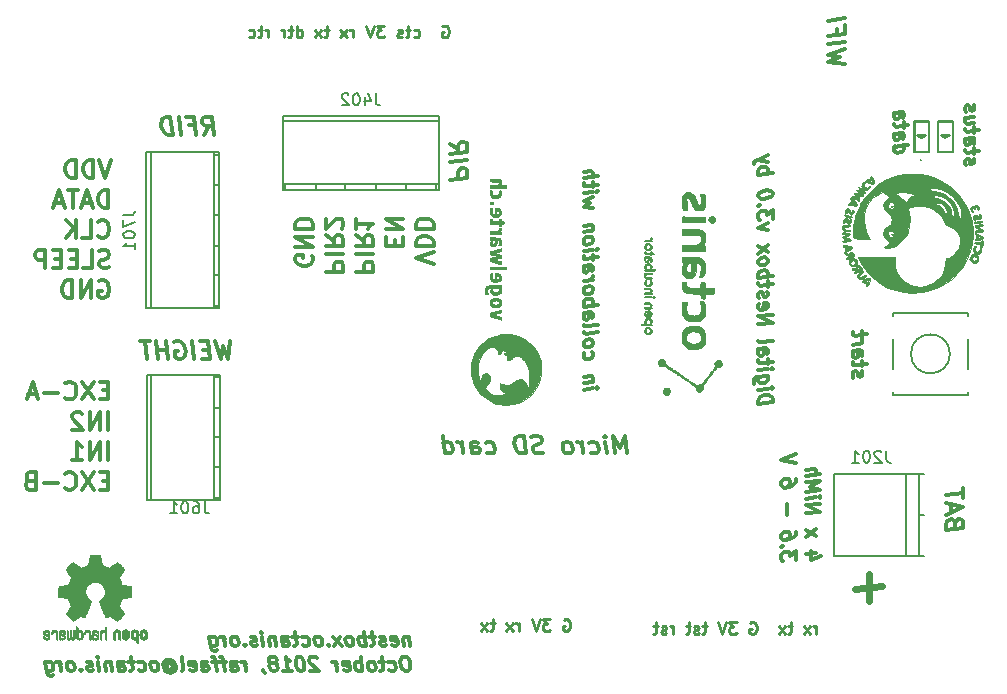
<source format=gbo>
G04 #@! TF.FileFunction,Legend,Bot*
%FSLAX46Y46*%
G04 Gerber Fmt 4.6, Leading zero omitted, Abs format (unit mm)*
G04 Created by KiCad (PCBNEW 4.0.7) date 2018 October 22, Monday 01:25:24*
%MOMM*%
%LPD*%
G01*
G04 APERTURE LIST*
%ADD10C,0.050000*%
%ADD11C,0.250000*%
%ADD12C,0.300000*%
%ADD13C,0.600000*%
%ADD14C,0.066040*%
%ADD15C,0.127000*%
%ADD16C,0.150000*%
%ADD17C,0.010000*%
G04 APERTURE END LIST*
D10*
D11*
X40690477Y3250000D02*
X40785715Y3297619D01*
X40928572Y3297619D01*
X41071430Y3250000D01*
X41166668Y3154762D01*
X41214287Y3059524D01*
X41261906Y2869048D01*
X41261906Y2726190D01*
X41214287Y2535714D01*
X41166668Y2440476D01*
X41071430Y2345238D01*
X40928572Y2297619D01*
X40833334Y2297619D01*
X40690477Y2345238D01*
X40642858Y2392857D01*
X40642858Y2726190D01*
X40833334Y2726190D01*
X39547620Y3297619D02*
X38928572Y3297619D01*
X39261906Y2916667D01*
X39119048Y2916667D01*
X39023810Y2869048D01*
X38976191Y2821429D01*
X38928572Y2726190D01*
X38928572Y2488095D01*
X38976191Y2392857D01*
X39023810Y2345238D01*
X39119048Y2297619D01*
X39404763Y2297619D01*
X39500001Y2345238D01*
X39547620Y2392857D01*
X38642858Y3297619D02*
X38309525Y2297619D01*
X37976191Y3297619D01*
X36880953Y2297619D02*
X36880953Y2964286D01*
X36880953Y2773810D02*
X36833334Y2869048D01*
X36785715Y2916667D01*
X36690477Y2964286D01*
X36595238Y2964286D01*
X36357143Y2297619D02*
X35833333Y2964286D01*
X36357143Y2964286D02*
X35833333Y2297619D01*
X34833333Y2964286D02*
X34452381Y2964286D01*
X34690476Y3297619D02*
X34690476Y2440476D01*
X34642857Y2345238D01*
X34547619Y2297619D01*
X34452381Y2297619D01*
X34214285Y2297619D02*
X33690475Y2964286D01*
X34214285Y2964286D02*
X33690475Y2297619D01*
D12*
X64531429Y50299643D02*
X63031429Y50469286D01*
X64102857Y50888928D01*
X63031429Y51040714D01*
X64531429Y51585357D01*
X63031429Y51969286D02*
X64531429Y52156786D01*
X63817143Y53281786D02*
X63817143Y52781786D01*
X63031429Y52683572D02*
X64531429Y52871072D01*
X64531429Y53585358D01*
X63031429Y53969286D02*
X64531429Y54156786D01*
D11*
X30404764Y53500000D02*
X30500002Y53547619D01*
X30642859Y53547619D01*
X30785717Y53500000D01*
X30880955Y53404762D01*
X30928574Y53309524D01*
X30976193Y53119048D01*
X30976193Y52976190D01*
X30928574Y52785714D01*
X30880955Y52690476D01*
X30785717Y52595238D01*
X30642859Y52547619D01*
X30547621Y52547619D01*
X30404764Y52595238D01*
X30357145Y52642857D01*
X30357145Y52976190D01*
X30547621Y52976190D01*
X27976192Y52595238D02*
X28071430Y52547619D01*
X28261907Y52547619D01*
X28357145Y52595238D01*
X28404764Y52642857D01*
X28452383Y52738095D01*
X28452383Y53023810D01*
X28404764Y53119048D01*
X28357145Y53166667D01*
X28261907Y53214286D01*
X28071430Y53214286D01*
X27976192Y53166667D01*
X27690478Y53214286D02*
X27309526Y53214286D01*
X27547621Y53547619D02*
X27547621Y52690476D01*
X27500002Y52595238D01*
X27404764Y52547619D01*
X27309526Y52547619D01*
X27023811Y52595238D02*
X26928573Y52547619D01*
X26738097Y52547619D01*
X26642858Y52595238D01*
X26595239Y52690476D01*
X26595239Y52738095D01*
X26642858Y52833333D01*
X26738097Y52880952D01*
X26880954Y52880952D01*
X26976192Y52928571D01*
X27023811Y53023810D01*
X27023811Y53071429D01*
X26976192Y53166667D01*
X26880954Y53214286D01*
X26738097Y53214286D01*
X26642858Y53166667D01*
X25500001Y53547619D02*
X24880953Y53547619D01*
X25214287Y53166667D01*
X25071429Y53166667D01*
X24976191Y53119048D01*
X24928572Y53071429D01*
X24880953Y52976190D01*
X24880953Y52738095D01*
X24928572Y52642857D01*
X24976191Y52595238D01*
X25071429Y52547619D01*
X25357144Y52547619D01*
X25452382Y52595238D01*
X25500001Y52642857D01*
X24595239Y53547619D02*
X24261906Y52547619D01*
X23928572Y53547619D01*
X22833334Y52547619D02*
X22833334Y53214286D01*
X22833334Y53023810D02*
X22785715Y53119048D01*
X22738096Y53166667D01*
X22642858Y53214286D01*
X22547619Y53214286D01*
X22309524Y52547619D02*
X21785714Y53214286D01*
X22309524Y53214286D02*
X21785714Y52547619D01*
X20785714Y53214286D02*
X20404762Y53214286D01*
X20642857Y53547619D02*
X20642857Y52690476D01*
X20595238Y52595238D01*
X20500000Y52547619D01*
X20404762Y52547619D01*
X20166666Y52547619D02*
X19642856Y53214286D01*
X20166666Y53214286D02*
X19642856Y52547619D01*
X18071427Y52547619D02*
X18071427Y53547619D01*
X18071427Y52595238D02*
X18166665Y52547619D01*
X18357142Y52547619D01*
X18452380Y52595238D01*
X18499999Y52642857D01*
X18547618Y52738095D01*
X18547618Y53023810D01*
X18499999Y53119048D01*
X18452380Y53166667D01*
X18357142Y53214286D01*
X18166665Y53214286D01*
X18071427Y53166667D01*
X17738094Y53214286D02*
X17357142Y53214286D01*
X17595237Y53547619D02*
X17595237Y52690476D01*
X17547618Y52595238D01*
X17452380Y52547619D01*
X17357142Y52547619D01*
X17023808Y52547619D02*
X17023808Y53214286D01*
X17023808Y53023810D02*
X16976189Y53119048D01*
X16928570Y53166667D01*
X16833332Y53214286D01*
X16738093Y53214286D01*
X15642855Y52547619D02*
X15642855Y53214286D01*
X15642855Y53023810D02*
X15595236Y53119048D01*
X15547617Y53166667D01*
X15452379Y53214286D01*
X15357140Y53214286D01*
X15166664Y53214286D02*
X14785712Y53214286D01*
X15023807Y53547619D02*
X15023807Y52690476D01*
X14976188Y52595238D01*
X14880950Y52547619D01*
X14785712Y52547619D01*
X14023806Y52595238D02*
X14119044Y52547619D01*
X14309521Y52547619D01*
X14404759Y52595238D01*
X14452378Y52642857D01*
X14499997Y52738095D01*
X14499997Y53023810D01*
X14452378Y53119048D01*
X14404759Y53166667D01*
X14309521Y53214286D01*
X14119044Y53214286D01*
X14023806Y53166667D01*
X62083336Y2047619D02*
X62083336Y2714286D01*
X62083336Y2523810D02*
X62035717Y2619048D01*
X61988098Y2666667D01*
X61892860Y2714286D01*
X61797621Y2714286D01*
X61559526Y2047619D02*
X61035716Y2714286D01*
X61559526Y2714286D02*
X61035716Y2047619D01*
X60035716Y2714286D02*
X59654764Y2714286D01*
X59892859Y3047619D02*
X59892859Y2190476D01*
X59845240Y2095238D01*
X59750002Y2047619D01*
X59654764Y2047619D01*
X59416668Y2047619D02*
X58892858Y2714286D01*
X59416668Y2714286D02*
X58892858Y2047619D01*
X56464286Y3000000D02*
X56559524Y3047619D01*
X56702381Y3047619D01*
X56845239Y3000000D01*
X56940477Y2904762D01*
X56988096Y2809524D01*
X57035715Y2619048D01*
X57035715Y2476190D01*
X56988096Y2285714D01*
X56940477Y2190476D01*
X56845239Y2095238D01*
X56702381Y2047619D01*
X56607143Y2047619D01*
X56464286Y2095238D01*
X56416667Y2142857D01*
X56416667Y2476190D01*
X56607143Y2476190D01*
X55321429Y3047619D02*
X54702381Y3047619D01*
X55035715Y2666667D01*
X54892857Y2666667D01*
X54797619Y2619048D01*
X54750000Y2571429D01*
X54702381Y2476190D01*
X54702381Y2238095D01*
X54750000Y2142857D01*
X54797619Y2095238D01*
X54892857Y2047619D01*
X55178572Y2047619D01*
X55273810Y2095238D01*
X55321429Y2142857D01*
X54416667Y3047619D02*
X54083334Y2047619D01*
X53750000Y3047619D01*
X52797619Y2714286D02*
X52416667Y2714286D01*
X52654762Y3047619D02*
X52654762Y2190476D01*
X52607143Y2095238D01*
X52511905Y2047619D01*
X52416667Y2047619D01*
X52130952Y2095238D02*
X52035714Y2047619D01*
X51845238Y2047619D01*
X51749999Y2095238D01*
X51702380Y2190476D01*
X51702380Y2238095D01*
X51749999Y2333333D01*
X51845238Y2380952D01*
X51988095Y2380952D01*
X52083333Y2428571D01*
X52130952Y2523810D01*
X52130952Y2571429D01*
X52083333Y2666667D01*
X51988095Y2714286D01*
X51845238Y2714286D01*
X51749999Y2666667D01*
X51416666Y2714286D02*
X51035714Y2714286D01*
X51273809Y3047619D02*
X51273809Y2190476D01*
X51226190Y2095238D01*
X51130952Y2047619D01*
X51035714Y2047619D01*
X49940475Y2047619D02*
X49940475Y2714286D01*
X49940475Y2523810D02*
X49892856Y2619048D01*
X49845237Y2666667D01*
X49749999Y2714286D01*
X49654760Y2714286D01*
X49369046Y2095238D02*
X49273808Y2047619D01*
X49083332Y2047619D01*
X48988093Y2095238D01*
X48940474Y2190476D01*
X48940474Y2238095D01*
X48988093Y2333333D01*
X49083332Y2380952D01*
X49226189Y2380952D01*
X49321427Y2428571D01*
X49369046Y2523810D01*
X49369046Y2571429D01*
X49321427Y2666667D01*
X49226189Y2714286D01*
X49083332Y2714286D01*
X48988093Y2666667D01*
X48654760Y2714286D02*
X48273808Y2714286D01*
X48511903Y3047619D02*
X48511903Y2190476D01*
X48464284Y2095238D01*
X48369046Y2047619D01*
X48273808Y2047619D01*
D12*
X27607143Y1807143D02*
X27707143Y1007143D01*
X27621429Y1692857D02*
X27557143Y1750000D01*
X27435714Y1807143D01*
X27264286Y1807143D01*
X27157143Y1750000D01*
X27114286Y1635714D01*
X27192857Y1007143D01*
X26157143Y1064286D02*
X26278572Y1007143D01*
X26507143Y1007143D01*
X26614286Y1064286D01*
X26657144Y1178571D01*
X26600001Y1635714D01*
X26528572Y1750000D01*
X26407143Y1807143D01*
X26178572Y1807143D01*
X26071429Y1750000D01*
X26028572Y1635714D01*
X26042857Y1521429D01*
X26628572Y1407143D01*
X25642858Y1064286D02*
X25535715Y1007143D01*
X25307143Y1007143D01*
X25185715Y1064286D01*
X25114287Y1178571D01*
X25107144Y1235714D01*
X25150001Y1350000D01*
X25257143Y1407143D01*
X25428572Y1407143D01*
X25535715Y1464286D01*
X25578573Y1578571D01*
X25571430Y1635714D01*
X25500001Y1750000D01*
X25378572Y1807143D01*
X25207143Y1807143D01*
X25100001Y1750000D01*
X24692857Y1807143D02*
X24235714Y1807143D01*
X24471429Y2207143D02*
X24600001Y1178571D01*
X24557143Y1064286D01*
X24450000Y1007143D01*
X24335714Y1007143D01*
X23935715Y1007143D02*
X23785715Y2207143D01*
X23842858Y1750000D02*
X23721429Y1807143D01*
X23492858Y1807143D01*
X23385715Y1750000D01*
X23335715Y1692857D01*
X23292858Y1578571D01*
X23335715Y1235714D01*
X23407143Y1121429D01*
X23471429Y1064286D01*
X23592858Y1007143D01*
X23821429Y1007143D01*
X23928572Y1064286D01*
X22678572Y1007143D02*
X22785715Y1064286D01*
X22835715Y1121429D01*
X22878573Y1235714D01*
X22835716Y1578571D01*
X22764287Y1692857D01*
X22700001Y1750000D01*
X22578572Y1807143D01*
X22407144Y1807143D01*
X22300001Y1750000D01*
X22250001Y1692857D01*
X22207144Y1578571D01*
X22250001Y1235714D01*
X22321429Y1121429D01*
X22385715Y1064286D01*
X22507144Y1007143D01*
X22678572Y1007143D01*
X21878572Y1007143D02*
X21150001Y1807143D01*
X21778572Y1807143D02*
X21250001Y1007143D01*
X20778572Y1121429D02*
X20728572Y1064286D01*
X20792858Y1007143D01*
X20842858Y1064286D01*
X20778572Y1121429D01*
X20792858Y1007143D01*
X20050000Y1007143D02*
X20157143Y1064286D01*
X20207143Y1121429D01*
X20250001Y1235714D01*
X20207144Y1578571D01*
X20135715Y1692857D01*
X20071429Y1750000D01*
X19950000Y1807143D01*
X19778572Y1807143D01*
X19671429Y1750000D01*
X19621429Y1692857D01*
X19578572Y1578571D01*
X19621429Y1235714D01*
X19692857Y1121429D01*
X19757143Y1064286D01*
X19878572Y1007143D01*
X20050000Y1007143D01*
X18614286Y1064286D02*
X18735715Y1007143D01*
X18964286Y1007143D01*
X19071429Y1064286D01*
X19121429Y1121429D01*
X19164287Y1235714D01*
X19121430Y1578571D01*
X19050001Y1692857D01*
X18985715Y1750000D01*
X18864286Y1807143D01*
X18635715Y1807143D01*
X18528572Y1750000D01*
X18178572Y1807143D02*
X17721429Y1807143D01*
X17957144Y2207143D02*
X18085716Y1178571D01*
X18042858Y1064286D01*
X17935715Y1007143D01*
X17821429Y1007143D01*
X16907144Y1007143D02*
X16828573Y1635714D01*
X16871430Y1750000D01*
X16978573Y1807143D01*
X17207144Y1807143D01*
X17328573Y1750000D01*
X16900001Y1064286D02*
X17021430Y1007143D01*
X17307144Y1007143D01*
X17414287Y1064286D01*
X17457145Y1178571D01*
X17442859Y1292857D01*
X17371430Y1407143D01*
X17250001Y1464286D01*
X16964287Y1464286D01*
X16842858Y1521429D01*
X16235716Y1807143D02*
X16335716Y1007143D01*
X16250002Y1692857D02*
X16185716Y1750000D01*
X16064287Y1807143D01*
X15892859Y1807143D01*
X15785716Y1750000D01*
X15742859Y1635714D01*
X15821430Y1007143D01*
X15250002Y1007143D02*
X15150002Y1807143D01*
X15100002Y2207143D02*
X15164288Y2150000D01*
X15114288Y2092857D01*
X15050002Y2150000D01*
X15100002Y2207143D01*
X15114288Y2092857D01*
X14728573Y1064286D02*
X14621430Y1007143D01*
X14392858Y1007143D01*
X14271430Y1064286D01*
X14200002Y1178571D01*
X14192859Y1235714D01*
X14235716Y1350000D01*
X14342858Y1407143D01*
X14514287Y1407143D01*
X14621430Y1464286D01*
X14664288Y1578571D01*
X14657145Y1635714D01*
X14585716Y1750000D01*
X14464287Y1807143D01*
X14292858Y1807143D01*
X14185716Y1750000D01*
X13692858Y1121429D02*
X13642858Y1064286D01*
X13707144Y1007143D01*
X13757144Y1064286D01*
X13692858Y1121429D01*
X13707144Y1007143D01*
X12964286Y1007143D02*
X13071429Y1064286D01*
X13121429Y1121429D01*
X13164287Y1235714D01*
X13121430Y1578571D01*
X13050001Y1692857D01*
X12985715Y1750000D01*
X12864286Y1807143D01*
X12692858Y1807143D01*
X12585715Y1750000D01*
X12535715Y1692857D01*
X12492858Y1578571D01*
X12535715Y1235714D01*
X12607143Y1121429D01*
X12671429Y1064286D01*
X12792858Y1007143D01*
X12964286Y1007143D01*
X12050001Y1007143D02*
X11950001Y1807143D01*
X11978573Y1578571D02*
X11907144Y1692857D01*
X11842858Y1750000D01*
X11721429Y1807143D01*
X11607144Y1807143D01*
X10692858Y1807143D02*
X10814287Y835714D01*
X10885715Y721429D01*
X10950001Y664286D01*
X11071429Y607143D01*
X11242858Y607143D01*
X11350001Y664286D01*
X10785715Y1064286D02*
X10907144Y1007143D01*
X11135715Y1007143D01*
X11242858Y1064286D01*
X11292858Y1121429D01*
X11335716Y1235714D01*
X11292859Y1578571D01*
X11221430Y1692857D01*
X11157144Y1750000D01*
X11035715Y1807143D01*
X10807144Y1807143D01*
X10700001Y1750000D01*
X27328571Y107143D02*
X27100000Y107143D01*
X26992857Y50000D01*
X26892857Y-64286D01*
X26864286Y-292857D01*
X26914286Y-692857D01*
X27000000Y-921429D01*
X27128571Y-1035714D01*
X27250000Y-1092857D01*
X27478571Y-1092857D01*
X27585714Y-1035714D01*
X27685715Y-921429D01*
X27714286Y-692857D01*
X27664286Y-292857D01*
X27578572Y-64286D01*
X27450000Y50000D01*
X27328571Y107143D01*
X25928571Y-1035714D02*
X26050000Y-1092857D01*
X26278571Y-1092857D01*
X26385714Y-1035714D01*
X26435714Y-978571D01*
X26478572Y-864286D01*
X26435715Y-521429D01*
X26364286Y-407143D01*
X26300000Y-350000D01*
X26178571Y-292857D01*
X25950000Y-292857D01*
X25842857Y-350000D01*
X25492857Y-292857D02*
X25035714Y-292857D01*
X25271429Y107143D02*
X25400001Y-921429D01*
X25357143Y-1035714D01*
X25250000Y-1092857D01*
X25135714Y-1092857D01*
X24564286Y-1092857D02*
X24671429Y-1035714D01*
X24721429Y-978571D01*
X24764287Y-864286D01*
X24721430Y-521429D01*
X24650001Y-407143D01*
X24585715Y-350000D01*
X24464286Y-292857D01*
X24292858Y-292857D01*
X24185715Y-350000D01*
X24135715Y-407143D01*
X24092858Y-521429D01*
X24135715Y-864286D01*
X24207143Y-978571D01*
X24271429Y-1035714D01*
X24392858Y-1092857D01*
X24564286Y-1092857D01*
X23650001Y-1092857D02*
X23500001Y107143D01*
X23557144Y-350000D02*
X23435715Y-292857D01*
X23207144Y-292857D01*
X23100001Y-350000D01*
X23050001Y-407143D01*
X23007144Y-521429D01*
X23050001Y-864286D01*
X23121429Y-978571D01*
X23185715Y-1035714D01*
X23307144Y-1092857D01*
X23535715Y-1092857D01*
X23642858Y-1035714D01*
X22100001Y-1035714D02*
X22221430Y-1092857D01*
X22450001Y-1092857D01*
X22557144Y-1035714D01*
X22600002Y-921429D01*
X22542859Y-464286D01*
X22471430Y-350000D01*
X22350001Y-292857D01*
X22121430Y-292857D01*
X22014287Y-350000D01*
X21971430Y-464286D01*
X21985715Y-578571D01*
X22571430Y-692857D01*
X21535716Y-1092857D02*
X21435716Y-292857D01*
X21464288Y-521429D02*
X21392859Y-407143D01*
X21328573Y-350000D01*
X21207144Y-292857D01*
X21092859Y-292857D01*
X19800002Y-7143D02*
X19735716Y50000D01*
X19614287Y107143D01*
X19328573Y107143D01*
X19221430Y50000D01*
X19171430Y-7143D01*
X19128573Y-121429D01*
X19142858Y-235714D01*
X19221430Y-407143D01*
X19992858Y-1092857D01*
X19250001Y-1092857D01*
X18357144Y107143D02*
X18242859Y107143D01*
X18135716Y50000D01*
X18085716Y-7143D01*
X18042859Y-121429D01*
X18014287Y-350000D01*
X18050001Y-635714D01*
X18135716Y-864286D01*
X18207144Y-978571D01*
X18271430Y-1035714D01*
X18392859Y-1092857D01*
X18507144Y-1092857D01*
X18614287Y-1035714D01*
X18664287Y-978571D01*
X18707145Y-864286D01*
X18735716Y-635714D01*
X18700002Y-350000D01*
X18614288Y-121429D01*
X18542859Y-7143D01*
X18478573Y50000D01*
X18357144Y107143D01*
X16964287Y-1092857D02*
X17650002Y-1092857D01*
X17307144Y-1092857D02*
X17157144Y107143D01*
X17292859Y-64286D01*
X17421430Y-178571D01*
X17542859Y-235714D01*
X16192859Y-407143D02*
X16300002Y-350000D01*
X16350002Y-292857D01*
X16392859Y-178571D01*
X16385717Y-121429D01*
X16314288Y-7143D01*
X16250002Y50000D01*
X16128573Y107143D01*
X15900002Y107143D01*
X15792859Y50000D01*
X15742859Y-7143D01*
X15700002Y-121429D01*
X15707144Y-178571D01*
X15778573Y-292857D01*
X15842859Y-350000D01*
X15964288Y-407143D01*
X16192859Y-407143D01*
X16314288Y-464286D01*
X16378574Y-521429D01*
X16450002Y-635714D01*
X16478574Y-864286D01*
X16435716Y-978571D01*
X16385716Y-1035714D01*
X16278573Y-1092857D01*
X16050002Y-1092857D01*
X15928573Y-1035714D01*
X15864287Y-978571D01*
X15792859Y-864286D01*
X15764287Y-635714D01*
X15807145Y-521429D01*
X15857145Y-464286D01*
X15964288Y-407143D01*
X15242859Y-1035714D02*
X15250002Y-1092857D01*
X15321431Y-1207143D01*
X15385717Y-1264286D01*
X13821430Y-1092857D02*
X13721430Y-292857D01*
X13750002Y-521429D02*
X13678573Y-407143D01*
X13614287Y-350000D01*
X13492858Y-292857D01*
X13378573Y-292857D01*
X12564287Y-1092857D02*
X12485716Y-464286D01*
X12528573Y-350000D01*
X12635716Y-292857D01*
X12864287Y-292857D01*
X12985716Y-350000D01*
X12557144Y-1035714D02*
X12678573Y-1092857D01*
X12964287Y-1092857D01*
X13071430Y-1035714D01*
X13114288Y-921429D01*
X13100002Y-807143D01*
X13028573Y-692857D01*
X12907144Y-635714D01*
X12621430Y-635714D01*
X12500001Y-578571D01*
X12064287Y-292857D02*
X11607144Y-292857D01*
X11992859Y-1092857D02*
X11864288Y-64286D01*
X11792859Y50000D01*
X11671430Y107143D01*
X11557144Y107143D01*
X11378573Y-292857D02*
X10921430Y-292857D01*
X11307145Y-1092857D02*
X11178574Y-64286D01*
X11107145Y50000D01*
X10985716Y107143D01*
X10871430Y107143D01*
X10107145Y-1092857D02*
X10028574Y-464286D01*
X10071431Y-350000D01*
X10178574Y-292857D01*
X10407145Y-292857D01*
X10528574Y-350000D01*
X10100002Y-1035714D02*
X10221431Y-1092857D01*
X10507145Y-1092857D01*
X10614288Y-1035714D01*
X10657146Y-921429D01*
X10642860Y-807143D01*
X10571431Y-692857D01*
X10450002Y-635714D01*
X10164288Y-635714D01*
X10042859Y-578571D01*
X9071431Y-1035714D02*
X9192860Y-1092857D01*
X9421431Y-1092857D01*
X9528574Y-1035714D01*
X9571432Y-921429D01*
X9514289Y-464286D01*
X9442860Y-350000D01*
X9321431Y-292857D01*
X9092860Y-292857D01*
X8985717Y-350000D01*
X8942860Y-464286D01*
X8957145Y-578571D01*
X9542860Y-692857D01*
X8335717Y-1092857D02*
X8442860Y-1035714D01*
X8485718Y-921429D01*
X8357146Y107143D01*
X7064290Y-521429D02*
X7114289Y-464286D01*
X7221432Y-407143D01*
X7335718Y-407143D01*
X7457147Y-464286D01*
X7521432Y-521429D01*
X7592860Y-635714D01*
X7607146Y-750000D01*
X7564289Y-864286D01*
X7514290Y-921429D01*
X7407146Y-978571D01*
X7292860Y-978571D01*
X7171432Y-921429D01*
X7107147Y-864286D01*
X7050004Y-407143D02*
X7107147Y-864286D01*
X7057147Y-921429D01*
X7000004Y-921429D01*
X6878575Y-864286D01*
X6807146Y-750000D01*
X6771432Y-464286D01*
X6864289Y-292857D01*
X7021432Y-178571D01*
X7242861Y-121429D01*
X7478574Y-178571D01*
X7664289Y-292857D01*
X7800004Y-464286D01*
X7885718Y-692857D01*
X7857147Y-921429D01*
X7764289Y-1092857D01*
X7607146Y-1207143D01*
X7385718Y-1264286D01*
X7150004Y-1207143D01*
X6964289Y-1092857D01*
X6164289Y-1092857D02*
X6271432Y-1035714D01*
X6321432Y-978571D01*
X6364290Y-864286D01*
X6321433Y-521429D01*
X6250004Y-407143D01*
X6185718Y-350000D01*
X6064289Y-292857D01*
X5892861Y-292857D01*
X5785718Y-350000D01*
X5735718Y-407143D01*
X5692861Y-521429D01*
X5735718Y-864286D01*
X5807146Y-978571D01*
X5871432Y-1035714D01*
X5992861Y-1092857D01*
X6164289Y-1092857D01*
X4728575Y-1035714D02*
X4850004Y-1092857D01*
X5078575Y-1092857D01*
X5185718Y-1035714D01*
X5235718Y-978571D01*
X5278576Y-864286D01*
X5235719Y-521429D01*
X5164290Y-407143D01*
X5100004Y-350000D01*
X4978575Y-292857D01*
X4750004Y-292857D01*
X4642861Y-350000D01*
X4292861Y-292857D02*
X3835718Y-292857D01*
X4071433Y107143D02*
X4200005Y-921429D01*
X4157147Y-1035714D01*
X4050004Y-1092857D01*
X3935718Y-1092857D01*
X3021433Y-1092857D02*
X2942862Y-464286D01*
X2985719Y-350000D01*
X3092862Y-292857D01*
X3321433Y-292857D01*
X3442862Y-350000D01*
X3014290Y-1035714D02*
X3135719Y-1092857D01*
X3421433Y-1092857D01*
X3528576Y-1035714D01*
X3571434Y-921429D01*
X3557148Y-807143D01*
X3485719Y-692857D01*
X3364290Y-635714D01*
X3078576Y-635714D01*
X2957147Y-578571D01*
X2350005Y-292857D02*
X2450005Y-1092857D01*
X2364291Y-407143D02*
X2300005Y-350000D01*
X2178576Y-292857D01*
X2007148Y-292857D01*
X1900005Y-350000D01*
X1857148Y-464286D01*
X1935719Y-1092857D01*
X1364291Y-1092857D02*
X1264291Y-292857D01*
X1214291Y107143D02*
X1278577Y50000D01*
X1228577Y-7143D01*
X1164291Y50000D01*
X1214291Y107143D01*
X1228577Y-7143D01*
X842862Y-1035714D02*
X735719Y-1092857D01*
X507147Y-1092857D01*
X385719Y-1035714D01*
X314291Y-921429D01*
X307148Y-864286D01*
X350005Y-750000D01*
X457147Y-692857D01*
X628576Y-692857D01*
X735719Y-635714D01*
X778577Y-521429D01*
X771434Y-464286D01*
X700005Y-350000D01*
X578576Y-292857D01*
X407147Y-292857D01*
X300005Y-350000D01*
X-192853Y-978571D02*
X-242853Y-1035714D01*
X-178567Y-1092857D01*
X-128567Y-1035714D01*
X-192853Y-978571D01*
X-178567Y-1092857D01*
X-921425Y-1092857D02*
X-814282Y-1035714D01*
X-764282Y-978571D01*
X-721424Y-864286D01*
X-764281Y-521429D01*
X-835710Y-407143D01*
X-899996Y-350000D01*
X-1021425Y-292857D01*
X-1192853Y-292857D01*
X-1299996Y-350000D01*
X-1349996Y-407143D01*
X-1392853Y-521429D01*
X-1349996Y-864286D01*
X-1278568Y-978571D01*
X-1214282Y-1035714D01*
X-1092853Y-1092857D01*
X-921425Y-1092857D01*
X-1835710Y-1092857D02*
X-1935710Y-292857D01*
X-1907138Y-521429D02*
X-1978567Y-407143D01*
X-2042853Y-350000D01*
X-2164282Y-292857D01*
X-2278567Y-292857D01*
X-3192853Y-292857D02*
X-3071424Y-1264286D01*
X-2999996Y-1378571D01*
X-2935710Y-1435714D01*
X-2814282Y-1492857D01*
X-2642853Y-1492857D01*
X-2535710Y-1435714D01*
X-3099996Y-1035714D02*
X-2978567Y-1092857D01*
X-2749996Y-1092857D01*
X-2642853Y-1035714D01*
X-2592853Y-978571D01*
X-2549995Y-864286D01*
X-2592852Y-521429D01*
X-2664281Y-407143D01*
X-2728567Y-350000D01*
X-2849996Y-292857D01*
X-3078567Y-292857D01*
X-3185710Y-350000D01*
X65224286Y23747857D02*
X65167143Y23855000D01*
X65167143Y24083572D01*
X65224286Y24205000D01*
X65338571Y24276428D01*
X65395714Y24283571D01*
X65510000Y24240714D01*
X65567143Y24133572D01*
X65567143Y23962143D01*
X65624286Y23855000D01*
X65738571Y23812142D01*
X65795714Y23819285D01*
X65910000Y23890714D01*
X65967143Y24012143D01*
X65967143Y24183572D01*
X65910000Y24290714D01*
X65967143Y24697858D02*
X65967143Y25155001D01*
X66367143Y24919286D02*
X65338571Y24790714D01*
X65224286Y24833572D01*
X65167143Y24940715D01*
X65167143Y25055001D01*
X65167143Y25969286D02*
X65795714Y26047857D01*
X65910000Y26005000D01*
X65967143Y25897857D01*
X65967143Y25669286D01*
X65910000Y25547857D01*
X65224286Y25976429D02*
X65167143Y25855000D01*
X65167143Y25569286D01*
X65224286Y25462143D01*
X65338571Y25419285D01*
X65452857Y25433571D01*
X65567143Y25505000D01*
X65624286Y25626429D01*
X65624286Y25912143D01*
X65681429Y26033572D01*
X65167143Y26540714D02*
X65967143Y26640714D01*
X65738571Y26612142D02*
X65852857Y26683571D01*
X65910000Y26747857D01*
X65967143Y26869286D01*
X65967143Y26983571D01*
X65967143Y27212143D02*
X65967143Y27669286D01*
X66367143Y27433571D02*
X65338571Y27304999D01*
X65224286Y27347857D01*
X65167143Y27455000D01*
X65167143Y27569286D01*
X68667143Y43312143D02*
X69867143Y43462143D01*
X68724286Y43319286D02*
X68667143Y43197857D01*
X68667143Y42969286D01*
X68724286Y42862143D01*
X68781429Y42812143D01*
X68895714Y42769285D01*
X69238571Y42812142D01*
X69352857Y42883571D01*
X69410000Y42947857D01*
X69467143Y43069286D01*
X69467143Y43297857D01*
X69410000Y43405000D01*
X68667143Y44397857D02*
X69295714Y44476428D01*
X69410000Y44433571D01*
X69467143Y44326428D01*
X69467143Y44097857D01*
X69410000Y43976428D01*
X68724286Y44405000D02*
X68667143Y44283571D01*
X68667143Y43997857D01*
X68724286Y43890714D01*
X68838571Y43847856D01*
X68952857Y43862142D01*
X69067143Y43933571D01*
X69124286Y44055000D01*
X69124286Y44340714D01*
X69181429Y44462143D01*
X69467143Y44897857D02*
X69467143Y45355000D01*
X69867143Y45119285D02*
X68838571Y44990713D01*
X68724286Y45033571D01*
X68667143Y45140714D01*
X68667143Y45255000D01*
X68667143Y46169285D02*
X69295714Y46247856D01*
X69410000Y46204999D01*
X69467143Y46097856D01*
X69467143Y45869285D01*
X69410000Y45747856D01*
X68724286Y46176428D02*
X68667143Y46054999D01*
X68667143Y45769285D01*
X68724286Y45662142D01*
X68838571Y45619284D01*
X68952857Y45633570D01*
X69067143Y45704999D01*
X69124286Y45826428D01*
X69124286Y46112142D01*
X69181429Y46233571D01*
X74724286Y41747857D02*
X74667143Y41855000D01*
X74667143Y42083572D01*
X74724286Y42205000D01*
X74838571Y42276428D01*
X74895714Y42283571D01*
X75010000Y42240714D01*
X75067143Y42133572D01*
X75067143Y41962143D01*
X75124286Y41855000D01*
X75238571Y41812142D01*
X75295714Y41819285D01*
X75410000Y41890714D01*
X75467143Y42012143D01*
X75467143Y42183572D01*
X75410000Y42290714D01*
X75467143Y42697858D02*
X75467143Y43155001D01*
X75867143Y42919286D02*
X74838571Y42790714D01*
X74724286Y42833572D01*
X74667143Y42940715D01*
X74667143Y43055001D01*
X74667143Y43969286D02*
X75295714Y44047857D01*
X75410000Y44005000D01*
X75467143Y43897857D01*
X75467143Y43669286D01*
X75410000Y43547857D01*
X74724286Y43976429D02*
X74667143Y43855000D01*
X74667143Y43569286D01*
X74724286Y43462143D01*
X74838571Y43419285D01*
X74952857Y43433571D01*
X75067143Y43505000D01*
X75124286Y43626429D01*
X75124286Y43912143D01*
X75181429Y44033572D01*
X75467143Y44469286D02*
X75467143Y44926429D01*
X75867143Y44690714D02*
X74838571Y44562142D01*
X74724286Y44605000D01*
X74667143Y44712143D01*
X74667143Y44826429D01*
X75467143Y45840714D02*
X74667143Y45740714D01*
X75467143Y45326428D02*
X74838571Y45247856D01*
X74724286Y45290714D01*
X74667143Y45397857D01*
X74667143Y45569285D01*
X74724286Y45690714D01*
X74781429Y45755000D01*
X74724286Y46262142D02*
X74667143Y46369285D01*
X74667143Y46597857D01*
X74724286Y46719285D01*
X74838571Y46790713D01*
X74895714Y46797856D01*
X75010000Y46754999D01*
X75067143Y46647857D01*
X75067143Y46476428D01*
X75124286Y46369285D01*
X75238571Y46326427D01*
X75295714Y46333570D01*
X75410000Y46404999D01*
X75467143Y46526428D01*
X75467143Y46697857D01*
X75410000Y46804999D01*
X57167143Y21508571D02*
X58367143Y21658571D01*
X58367143Y21944286D01*
X58310000Y22108571D01*
X58195714Y22208571D01*
X58081429Y22251429D01*
X57852857Y22280000D01*
X57681429Y22258572D01*
X57452857Y22172857D01*
X57338571Y22101428D01*
X57224286Y21972857D01*
X57167143Y21794286D01*
X57167143Y21508571D01*
X57167143Y22708571D02*
X57967143Y22808571D01*
X58367143Y22858571D02*
X58310000Y22794285D01*
X58252857Y22844285D01*
X58310000Y22908571D01*
X58367143Y22858571D01*
X58252857Y22844285D01*
X57967143Y23894286D02*
X56995714Y23772857D01*
X56881429Y23701429D01*
X56824286Y23637143D01*
X56767143Y23515715D01*
X56767143Y23344286D01*
X56824286Y23237143D01*
X57224286Y23801429D02*
X57167143Y23680000D01*
X57167143Y23451429D01*
X57224286Y23344286D01*
X57281429Y23294286D01*
X57395714Y23251428D01*
X57738571Y23294285D01*
X57852857Y23365714D01*
X57910000Y23430000D01*
X57967143Y23551429D01*
X57967143Y23780000D01*
X57910000Y23887143D01*
X57167143Y24365714D02*
X57967143Y24465714D01*
X58367143Y24515714D02*
X58310000Y24451428D01*
X58252857Y24501428D01*
X58310000Y24565714D01*
X58367143Y24515714D01*
X58252857Y24501428D01*
X57967143Y24865715D02*
X57967143Y25322858D01*
X58367143Y25087143D02*
X57338571Y24958571D01*
X57224286Y25001429D01*
X57167143Y25108572D01*
X57167143Y25222858D01*
X57167143Y26137143D02*
X57795714Y26215714D01*
X57910000Y26172857D01*
X57967143Y26065714D01*
X57967143Y25837143D01*
X57910000Y25715714D01*
X57224286Y26144286D02*
X57167143Y26022857D01*
X57167143Y25737143D01*
X57224286Y25630000D01*
X57338571Y25587142D01*
X57452857Y25601428D01*
X57567143Y25672857D01*
X57624286Y25794286D01*
X57624286Y26080000D01*
X57681429Y26201429D01*
X57167143Y26880000D02*
X57224286Y26772857D01*
X57338571Y26729999D01*
X58367143Y26858571D01*
X57167143Y28251428D02*
X58367143Y28401428D01*
X57167143Y28937143D01*
X58367143Y29087143D01*
X57224286Y29972857D02*
X57167143Y29851428D01*
X57167143Y29622857D01*
X57224286Y29515714D01*
X57338571Y29472856D01*
X57795714Y29529999D01*
X57910000Y29601428D01*
X57967143Y29722857D01*
X57967143Y29951428D01*
X57910000Y30058571D01*
X57795714Y30101428D01*
X57681429Y30087143D01*
X57567143Y29501428D01*
X57224286Y30487142D02*
X57167143Y30594285D01*
X57167143Y30822857D01*
X57224286Y30944285D01*
X57338571Y31015713D01*
X57395714Y31022856D01*
X57510000Y30979999D01*
X57567143Y30872857D01*
X57567143Y30701428D01*
X57624286Y30594285D01*
X57738571Y30551427D01*
X57795714Y30558570D01*
X57910000Y30629999D01*
X57967143Y30751428D01*
X57967143Y30922857D01*
X57910000Y31029999D01*
X57967143Y31437143D02*
X57967143Y31894286D01*
X58367143Y31658571D02*
X57338571Y31529999D01*
X57224286Y31572857D01*
X57167143Y31680000D01*
X57167143Y31794286D01*
X57167143Y32194285D02*
X58367143Y32344285D01*
X57910000Y32287142D02*
X57967143Y32408571D01*
X57967143Y32637142D01*
X57910000Y32744285D01*
X57852857Y32794285D01*
X57738571Y32837142D01*
X57395714Y32794285D01*
X57281429Y32722857D01*
X57224286Y32658571D01*
X57167143Y32537142D01*
X57167143Y32308571D01*
X57224286Y32201428D01*
X57167143Y33451428D02*
X57224286Y33344285D01*
X57281429Y33294285D01*
X57395714Y33251427D01*
X57738571Y33294284D01*
X57852857Y33365713D01*
X57910000Y33429999D01*
X57967143Y33551428D01*
X57967143Y33722856D01*
X57910000Y33829999D01*
X57852857Y33879999D01*
X57738571Y33922856D01*
X57395714Y33879999D01*
X57281429Y33808571D01*
X57224286Y33744285D01*
X57167143Y33622856D01*
X57167143Y33451428D01*
X57167143Y34251428D02*
X57967143Y34979999D01*
X57967143Y34351428D02*
X57167143Y34879999D01*
X57967143Y36237143D02*
X57167143Y36422857D01*
X57967143Y36808571D01*
X58367143Y37201429D02*
X58367143Y37944286D01*
X57910000Y37487143D01*
X57910000Y37658571D01*
X57852857Y37765714D01*
X57795714Y37815714D01*
X57681429Y37858572D01*
X57395714Y37822857D01*
X57281429Y37751429D01*
X57224286Y37687143D01*
X57167143Y37565714D01*
X57167143Y37222857D01*
X57224286Y37115714D01*
X57281429Y37065715D01*
X57281429Y38322857D02*
X57224286Y38372857D01*
X57167143Y38308571D01*
X57224286Y38258571D01*
X57281429Y38322857D01*
X57167143Y38308571D01*
X58367143Y39258572D02*
X58367143Y39372857D01*
X58310000Y39480000D01*
X58252857Y39530000D01*
X58138571Y39572857D01*
X57910000Y39601429D01*
X57624286Y39565715D01*
X57395714Y39480000D01*
X57281429Y39408572D01*
X57224286Y39344286D01*
X57167143Y39222857D01*
X57167143Y39108572D01*
X57224286Y39001429D01*
X57281429Y38951429D01*
X57395714Y38908571D01*
X57624286Y38880000D01*
X57910000Y38915714D01*
X58138571Y39001428D01*
X58252857Y39072857D01*
X58310000Y39137143D01*
X58367143Y39258572D01*
X57167143Y40937143D02*
X58367143Y41087143D01*
X57910000Y41030000D02*
X57967143Y41151429D01*
X57967143Y41380000D01*
X57910000Y41487143D01*
X57852857Y41537143D01*
X57738571Y41580000D01*
X57395714Y41537143D01*
X57281429Y41465715D01*
X57224286Y41401429D01*
X57167143Y41280000D01*
X57167143Y41051429D01*
X57224286Y40944286D01*
X57967143Y42008572D02*
X57167143Y42194286D01*
X57967143Y42580000D02*
X57167143Y42194286D01*
X56881429Y42044286D01*
X56824286Y41980000D01*
X56767143Y41858572D01*
X42367143Y22737144D02*
X43167143Y22837144D01*
X43567143Y22887144D02*
X43510000Y22822858D01*
X43452857Y22872858D01*
X43510000Y22937144D01*
X43567143Y22887144D01*
X43452857Y22872858D01*
X43167143Y23408573D02*
X42367143Y23308573D01*
X43052857Y23394287D02*
X43110000Y23458573D01*
X43167143Y23580002D01*
X43167143Y23751430D01*
X43110000Y23858573D01*
X42995714Y23901430D01*
X42367143Y23822859D01*
X42424286Y25830002D02*
X42367143Y25708573D01*
X42367143Y25480002D01*
X42424286Y25372859D01*
X42481429Y25322859D01*
X42595714Y25280001D01*
X42938571Y25322858D01*
X43052857Y25394287D01*
X43110000Y25458573D01*
X43167143Y25580002D01*
X43167143Y25808573D01*
X43110000Y25915716D01*
X42367143Y26508573D02*
X42424286Y26401430D01*
X42481429Y26351430D01*
X42595714Y26308572D01*
X42938571Y26351429D01*
X43052857Y26422858D01*
X43110000Y26487144D01*
X43167143Y26608573D01*
X43167143Y26780001D01*
X43110000Y26887144D01*
X43052857Y26937144D01*
X42938571Y26980001D01*
X42595714Y26937144D01*
X42481429Y26865716D01*
X42424286Y26801430D01*
X42367143Y26680001D01*
X42367143Y26508573D01*
X42367143Y27594287D02*
X42424286Y27487144D01*
X42538571Y27444286D01*
X43567143Y27572858D01*
X42367143Y28222858D02*
X42424286Y28115715D01*
X42538571Y28072857D01*
X43567143Y28201429D01*
X42367143Y29194286D02*
X42995714Y29272857D01*
X43110000Y29230000D01*
X43167143Y29122857D01*
X43167143Y28894286D01*
X43110000Y28772857D01*
X42424286Y29201429D02*
X42367143Y29080000D01*
X42367143Y28794286D01*
X42424286Y28687143D01*
X42538571Y28644285D01*
X42652857Y28658571D01*
X42767143Y28730000D01*
X42824286Y28851429D01*
X42824286Y29137143D01*
X42881429Y29258572D01*
X42367143Y29765714D02*
X43567143Y29915714D01*
X43110000Y29858571D02*
X43167143Y29980000D01*
X43167143Y30208571D01*
X43110000Y30315714D01*
X43052857Y30365714D01*
X42938571Y30408571D01*
X42595714Y30365714D01*
X42481429Y30294286D01*
X42424286Y30230000D01*
X42367143Y30108571D01*
X42367143Y29880000D01*
X42424286Y29772857D01*
X42367143Y31022857D02*
X42424286Y30915714D01*
X42481429Y30865714D01*
X42595714Y30822856D01*
X42938571Y30865713D01*
X43052857Y30937142D01*
X43110000Y31001428D01*
X43167143Y31122857D01*
X43167143Y31294285D01*
X43110000Y31401428D01*
X43052857Y31451428D01*
X42938571Y31494285D01*
X42595714Y31451428D01*
X42481429Y31380000D01*
X42424286Y31315714D01*
X42367143Y31194285D01*
X42367143Y31022857D01*
X42367143Y31937142D02*
X43167143Y32037142D01*
X42938571Y32008570D02*
X43052857Y32079999D01*
X43110000Y32144285D01*
X43167143Y32265714D01*
X43167143Y32379999D01*
X42367143Y33194285D02*
X42995714Y33272856D01*
X43110000Y33229999D01*
X43167143Y33122856D01*
X43167143Y32894285D01*
X43110000Y32772856D01*
X42424286Y33201428D02*
X42367143Y33079999D01*
X42367143Y32794285D01*
X42424286Y32687142D01*
X42538571Y32644284D01*
X42652857Y32658570D01*
X42767143Y32729999D01*
X42824286Y32851428D01*
X42824286Y33137142D01*
X42881429Y33258571D01*
X43167143Y33694285D02*
X43167143Y34151428D01*
X43567143Y33915713D02*
X42538571Y33787141D01*
X42424286Y33829999D01*
X42367143Y33937142D01*
X42367143Y34051428D01*
X42367143Y34451427D02*
X43167143Y34551427D01*
X43567143Y34601427D02*
X43510000Y34537141D01*
X43452857Y34587141D01*
X43510000Y34651427D01*
X43567143Y34601427D01*
X43452857Y34587141D01*
X42367143Y35194285D02*
X42424286Y35087142D01*
X42481429Y35037142D01*
X42595714Y34994284D01*
X42938571Y35037141D01*
X43052857Y35108570D01*
X43110000Y35172856D01*
X43167143Y35294285D01*
X43167143Y35465713D01*
X43110000Y35572856D01*
X43052857Y35622856D01*
X42938571Y35665713D01*
X42595714Y35622856D01*
X42481429Y35551428D01*
X42424286Y35487142D01*
X42367143Y35365713D01*
X42367143Y35194285D01*
X43167143Y36208570D02*
X42367143Y36108570D01*
X43052857Y36194284D02*
X43110000Y36258570D01*
X43167143Y36379999D01*
X43167143Y36551427D01*
X43110000Y36658570D01*
X42995714Y36701427D01*
X42367143Y36622856D01*
X43167143Y38094285D02*
X42367143Y38222856D01*
X42938571Y38522855D01*
X42367143Y38679999D01*
X43167143Y39008570D01*
X42367143Y39365713D02*
X43167143Y39465713D01*
X43567143Y39515713D02*
X43510000Y39451427D01*
X43452857Y39501427D01*
X43510000Y39565713D01*
X43567143Y39515713D01*
X43452857Y39501427D01*
X43167143Y39865714D02*
X43167143Y40322857D01*
X43567143Y40087142D02*
X42538571Y39958570D01*
X42424286Y40001428D01*
X42367143Y40108571D01*
X42367143Y40222857D01*
X42367143Y40622856D02*
X43567143Y40772856D01*
X42367143Y41137142D02*
X42995714Y41215713D01*
X43110000Y41172856D01*
X43167143Y41065713D01*
X43167143Y40894285D01*
X43110000Y40772856D01*
X43052857Y40708570D01*
X46049106Y17321429D02*
X45861606Y18821429D01*
X45495535Y17750000D01*
X44861606Y18821429D01*
X45049106Y17321429D01*
X44334820Y17321429D02*
X44209820Y18321429D01*
X44147320Y18821429D02*
X44227678Y18750000D01*
X44165178Y18678571D01*
X44084821Y18750000D01*
X44147320Y18821429D01*
X44165178Y18678571D01*
X42968749Y17392857D02*
X43120534Y17321429D01*
X43406248Y17321429D01*
X43540178Y17392857D01*
X43602677Y17464286D01*
X43656249Y17607143D01*
X43602678Y18035714D01*
X43513392Y18178571D01*
X43433035Y18250000D01*
X43281248Y18321429D01*
X42995534Y18321429D01*
X42861606Y18250000D01*
X42334820Y17321429D02*
X42209820Y18321429D01*
X42245535Y18035714D02*
X42156250Y18178571D01*
X42075892Y18250000D01*
X41924106Y18321429D01*
X41781249Y18321429D01*
X41191963Y17321429D02*
X41325893Y17392857D01*
X41388392Y17464286D01*
X41441964Y17607143D01*
X41388393Y18035714D01*
X41299107Y18178571D01*
X41218750Y18250000D01*
X41066963Y18321429D01*
X40852678Y18321429D01*
X40718750Y18250000D01*
X40656250Y18178571D01*
X40602678Y18035714D01*
X40656249Y17607143D01*
X40745535Y17464286D01*
X40825893Y17392857D01*
X40977678Y17321429D01*
X41191963Y17321429D01*
X38968750Y17392857D02*
X38763392Y17321429D01*
X38406249Y17321429D01*
X38254464Y17392857D01*
X38174106Y17464286D01*
X38084821Y17607143D01*
X38066964Y17750000D01*
X38120535Y17892857D01*
X38183035Y17964286D01*
X38316964Y18035714D01*
X38593749Y18107143D01*
X38727679Y18178571D01*
X38790178Y18250000D01*
X38843750Y18392857D01*
X38825893Y18535714D01*
X38736607Y18678571D01*
X38656250Y18750000D01*
X38504463Y18821429D01*
X38147321Y18821429D01*
X37941964Y18750000D01*
X37477678Y17321429D02*
X37290178Y18821429D01*
X36933035Y18821429D01*
X36727679Y18750000D01*
X36602678Y18607143D01*
X36549107Y18464286D01*
X36513393Y18178571D01*
X36540178Y17964286D01*
X36647322Y17678571D01*
X36736607Y17535714D01*
X36897322Y17392857D01*
X37120535Y17321429D01*
X37477678Y17321429D01*
X34183036Y17392857D02*
X34334821Y17321429D01*
X34620535Y17321429D01*
X34754465Y17392857D01*
X34816964Y17464286D01*
X34870536Y17607143D01*
X34816965Y18035714D01*
X34727679Y18178571D01*
X34647322Y18250000D01*
X34495535Y18321429D01*
X34209821Y18321429D01*
X34075893Y18250000D01*
X32906250Y17321429D02*
X32808036Y18107143D01*
X32861608Y18250000D01*
X32995536Y18321429D01*
X33281250Y18321429D01*
X33433036Y18250000D01*
X32897322Y17392857D02*
X33049107Y17321429D01*
X33406250Y17321429D01*
X33540179Y17392857D01*
X33593751Y17535714D01*
X33575894Y17678571D01*
X33486607Y17821429D01*
X33334822Y17892857D01*
X32977679Y17892857D01*
X32825893Y17964286D01*
X32191964Y17321429D02*
X32066964Y18321429D01*
X32102679Y18035714D02*
X32013394Y18178571D01*
X31933036Y18250000D01*
X31781250Y18321429D01*
X31638393Y18321429D01*
X30620536Y17321429D02*
X30433036Y18821429D01*
X30611608Y17392857D02*
X30763393Y17321429D01*
X31049107Y17321429D01*
X31183037Y17392857D01*
X31245536Y17464286D01*
X31299108Y17607143D01*
X31245537Y18035714D01*
X31156251Y18178571D01*
X31075894Y18250000D01*
X30924107Y18321429D01*
X30638393Y18321429D01*
X30504465Y18250000D01*
X62017143Y8912143D02*
X61217143Y8812143D01*
X62474286Y8683572D02*
X61617143Y8290714D01*
X61617143Y9033572D01*
X61217143Y10240715D02*
X62017143Y10969286D01*
X62017143Y10340715D02*
X61217143Y10869286D01*
X61217143Y12240715D02*
X62417143Y12390715D01*
X61217143Y12926430D01*
X62417143Y13076430D01*
X61217143Y13497858D02*
X62017143Y13597858D01*
X62417143Y13647858D02*
X62360000Y13583572D01*
X62302857Y13633572D01*
X62360000Y13697858D01*
X62417143Y13647858D01*
X62302857Y13633572D01*
X61217143Y14069287D02*
X62417143Y14219287D01*
X61560000Y14512144D01*
X62417143Y15019287D01*
X61217143Y14869287D01*
X61217143Y15440716D02*
X62417143Y15590716D01*
X61217143Y15955002D02*
X61845714Y16033573D01*
X61960000Y15990716D01*
X62017143Y15883573D01*
X62017143Y15712145D01*
X61960000Y15590716D01*
X61902857Y15526430D01*
X60317143Y8333572D02*
X60317143Y9076429D01*
X59860000Y8619286D01*
X59860000Y8790714D01*
X59802857Y8897857D01*
X59745714Y8947857D01*
X59631429Y8990715D01*
X59345714Y8955000D01*
X59231429Y8883572D01*
X59174286Y8819286D01*
X59117143Y8697857D01*
X59117143Y8355000D01*
X59174286Y8247857D01*
X59231429Y8197858D01*
X59231429Y9455000D02*
X59174286Y9505000D01*
X59117143Y9440714D01*
X59174286Y9390714D01*
X59231429Y9455000D01*
X59117143Y9440714D01*
X60317143Y10676429D02*
X60317143Y10447858D01*
X60260000Y10326429D01*
X60202857Y10262143D01*
X60031429Y10126429D01*
X59802857Y10040714D01*
X59345714Y9983571D01*
X59231429Y10026429D01*
X59174286Y10076429D01*
X59117143Y10183572D01*
X59117143Y10412143D01*
X59174286Y10533572D01*
X59231429Y10597858D01*
X59345714Y10669286D01*
X59631429Y10705001D01*
X59745714Y10662143D01*
X59802857Y10612143D01*
X59860000Y10505000D01*
X59860000Y10276429D01*
X59802857Y10155000D01*
X59745714Y10090714D01*
X59631429Y10019286D01*
X59574286Y12126429D02*
X59574286Y13040715D01*
X60317143Y15133572D02*
X60317143Y14905001D01*
X60260000Y14783572D01*
X60202857Y14719286D01*
X60031429Y14583572D01*
X59802857Y14497857D01*
X59345714Y14440714D01*
X59231429Y14483572D01*
X59174286Y14533572D01*
X59117143Y14640715D01*
X59117143Y14869286D01*
X59174286Y14990715D01*
X59231429Y15055001D01*
X59345714Y15126429D01*
X59631429Y15162144D01*
X59745714Y15119286D01*
X59802857Y15069286D01*
X59860000Y14962143D01*
X59860000Y14733572D01*
X59802857Y14612143D01*
X59745714Y14547857D01*
X59631429Y14476429D01*
X60317143Y16505001D02*
X59117143Y16755001D01*
X60317143Y17305001D01*
D13*
X66495714Y4835357D02*
X66495714Y7121071D01*
X65352857Y5835357D02*
X67638571Y6121071D01*
D12*
X73817143Y11411251D02*
X73745714Y11616608D01*
X73674286Y11679108D01*
X73531429Y11732680D01*
X73317143Y11705894D01*
X73174286Y11616608D01*
X73102857Y11536251D01*
X73031429Y11384465D01*
X73031429Y10813037D01*
X74531429Y11000537D01*
X74531429Y11500537D01*
X74460000Y11634465D01*
X74388571Y11696965D01*
X74245714Y11750536D01*
X74102857Y11732679D01*
X73960000Y11643394D01*
X73888571Y11563036D01*
X73817143Y11411251D01*
X73817143Y10911251D01*
X73460000Y12295179D02*
X73460000Y13009465D01*
X73031429Y12098751D02*
X74531429Y12786251D01*
X73031429Y13098751D01*
X74531429Y13571965D02*
X74531429Y14429108D01*
X73031429Y13813037D02*
X74531429Y14000537D01*
X12433035Y26821429D02*
X12263392Y25321429D01*
X11843750Y26392857D01*
X11691964Y25321429D01*
X11147321Y26821429D01*
X10665178Y26107143D02*
X10165178Y26107143D01*
X10049106Y25321429D02*
X10763392Y25321429D01*
X10575892Y26821429D01*
X9861606Y26821429D01*
X9406249Y25321429D02*
X9218749Y26821429D01*
X7727678Y26750000D02*
X7861606Y26821429D01*
X8075892Y26821429D01*
X8299106Y26750000D01*
X8459821Y26607143D01*
X8549106Y26464286D01*
X8656250Y26178571D01*
X8683035Y25964286D01*
X8647321Y25678571D01*
X8593750Y25535714D01*
X8468749Y25392857D01*
X8263392Y25321429D01*
X8120535Y25321429D01*
X7897321Y25392857D01*
X7816963Y25464286D01*
X7754463Y25964286D01*
X8040178Y25964286D01*
X7191963Y25321429D02*
X7004463Y26821429D01*
X7093749Y26107143D02*
X6236606Y26107143D01*
X6334820Y25321429D02*
X6147320Y26821429D01*
X5647320Y26821429D02*
X4790177Y26821429D01*
X5406248Y25321429D02*
X5218748Y26821429D01*
X31031429Y40469286D02*
X32531429Y40656786D01*
X32531429Y41228214D01*
X32460000Y41362143D01*
X32388571Y41424642D01*
X32245714Y41478214D01*
X32031429Y41451429D01*
X31888571Y41362142D01*
X31817143Y41281786D01*
X31745714Y41129999D01*
X31745714Y40558571D01*
X31031429Y41969286D02*
X32531429Y42156786D01*
X31031429Y43540715D02*
X31745714Y43130000D01*
X31031429Y42683572D02*
X32531429Y42871072D01*
X32531429Y43442500D01*
X32460000Y43576429D01*
X32388571Y43638928D01*
X32245714Y43692500D01*
X32031429Y43665715D01*
X31888571Y43576428D01*
X31817143Y43496072D01*
X31745714Y43344285D01*
X31745714Y42772857D01*
X10214285Y44326429D02*
X10625000Y45040714D01*
X11071428Y44326429D02*
X10883928Y45826429D01*
X10312500Y45826429D01*
X10178571Y45755000D01*
X10116072Y45683571D01*
X10062500Y45540714D01*
X10089285Y45326429D01*
X10178572Y45183571D01*
X10258928Y45112143D01*
X10410715Y45040714D01*
X10982143Y45040714D01*
X8973214Y45112143D02*
X9473214Y45112143D01*
X9571428Y44326429D02*
X9383928Y45826429D01*
X8669642Y45826429D01*
X8285714Y44326429D02*
X8098214Y45826429D01*
X7571428Y44326429D02*
X7383928Y45826429D01*
X7026785Y45826429D01*
X6821429Y45755000D01*
X6696428Y45612143D01*
X6642857Y45469286D01*
X6607143Y45183571D01*
X6633928Y44969286D01*
X6741072Y44683571D01*
X6830357Y44540714D01*
X6991072Y44397857D01*
X7214285Y44326429D01*
X7571428Y44326429D01*
X2142857Y22682143D02*
X1642857Y22682143D01*
X1428571Y21896429D02*
X2142857Y21896429D01*
X2142857Y23396429D01*
X1428571Y23396429D01*
X928571Y23396429D02*
X-71429Y21896429D01*
X-71429Y23396429D02*
X928571Y21896429D01*
X-1500000Y22039286D02*
X-1428571Y21967857D01*
X-1214285Y21896429D01*
X-1071428Y21896429D01*
X-857143Y21967857D01*
X-714285Y22110714D01*
X-642857Y22253571D01*
X-571428Y22539286D01*
X-571428Y22753571D01*
X-642857Y23039286D01*
X-714285Y23182143D01*
X-857143Y23325000D01*
X-1071428Y23396429D01*
X-1214285Y23396429D01*
X-1428571Y23325000D01*
X-1500000Y23253571D01*
X-2142857Y22467857D02*
X-3285714Y22467857D01*
X-3928571Y22325000D02*
X-4642857Y22325000D01*
X-3785714Y21896429D02*
X-4285714Y23396429D01*
X-4785714Y21896429D01*
X2142857Y19346429D02*
X2142857Y20846429D01*
X1428571Y19346429D02*
X1428571Y20846429D01*
X571428Y19346429D01*
X571428Y20846429D01*
X-71429Y20703571D02*
X-142858Y20775000D01*
X-285715Y20846429D01*
X-642858Y20846429D01*
X-785715Y20775000D01*
X-857144Y20703571D01*
X-928572Y20560714D01*
X-928572Y20417857D01*
X-857144Y20203571D01*
X-1Y19346429D01*
X-928572Y19346429D01*
X2142857Y16796429D02*
X2142857Y18296429D01*
X1428571Y16796429D02*
X1428571Y18296429D01*
X571428Y16796429D01*
X571428Y18296429D01*
X-928572Y16796429D02*
X-71429Y16796429D01*
X-500001Y16796429D02*
X-500001Y18296429D01*
X-357144Y18082143D01*
X-214286Y17939286D01*
X-71429Y17867857D01*
X2142857Y15032143D02*
X1642857Y15032143D01*
X1428571Y14246429D02*
X2142857Y14246429D01*
X2142857Y15746429D01*
X1428571Y15746429D01*
X928571Y15746429D02*
X-71429Y14246429D01*
X-71429Y15746429D02*
X928571Y14246429D01*
X-1500000Y14389286D02*
X-1428571Y14317857D01*
X-1214285Y14246429D01*
X-1071428Y14246429D01*
X-857143Y14317857D01*
X-714285Y14460714D01*
X-642857Y14603571D01*
X-571428Y14889286D01*
X-571428Y15103571D01*
X-642857Y15389286D01*
X-714285Y15532143D01*
X-857143Y15675000D01*
X-1071428Y15746429D01*
X-1214285Y15746429D01*
X-1428571Y15675000D01*
X-1500000Y15603571D01*
X-2142857Y14817857D02*
X-3285714Y14817857D01*
X-4500000Y15032143D02*
X-4714286Y14960714D01*
X-4785714Y14889286D01*
X-4857143Y14746429D01*
X-4857143Y14532143D01*
X-4785714Y14389286D01*
X-4714286Y14317857D01*
X-4571428Y14246429D01*
X-4000000Y14246429D01*
X-4000000Y15746429D01*
X-4500000Y15746429D01*
X-4642857Y15675000D01*
X-4714286Y15603571D01*
X-4785714Y15460714D01*
X-4785714Y15317857D01*
X-4714286Y15175000D01*
X-4642857Y15103571D01*
X-4500000Y15032143D01*
X-4000000Y15032143D01*
X29671429Y33357143D02*
X28171429Y33857143D01*
X29671429Y34357143D01*
X28171429Y34857143D02*
X29671429Y34857143D01*
X29671429Y35214286D01*
X29600000Y35428571D01*
X29457143Y35571429D01*
X29314286Y35642857D01*
X29028571Y35714286D01*
X28814286Y35714286D01*
X28528571Y35642857D01*
X28385714Y35571429D01*
X28242857Y35428571D01*
X28171429Y35214286D01*
X28171429Y34857143D01*
X28171429Y36357143D02*
X29671429Y36357143D01*
X29671429Y36714286D01*
X29600000Y36928571D01*
X29457143Y37071429D01*
X29314286Y37142857D01*
X29028571Y37214286D01*
X28814286Y37214286D01*
X28528571Y37142857D01*
X28385714Y37071429D01*
X28242857Y36928571D01*
X28171429Y36714286D01*
X28171429Y36357143D01*
X26407143Y34928571D02*
X26407143Y35428571D01*
X25621429Y35642857D02*
X25621429Y34928571D01*
X27121429Y34928571D01*
X27121429Y35642857D01*
X25621429Y36285714D02*
X27121429Y36285714D01*
X25621429Y37142857D01*
X27121429Y37142857D01*
X23071429Y32714286D02*
X24571429Y32714286D01*
X24571429Y33285714D01*
X24500000Y33428572D01*
X24428571Y33500000D01*
X24285714Y33571429D01*
X24071429Y33571429D01*
X23928571Y33500000D01*
X23857143Y33428572D01*
X23785714Y33285714D01*
X23785714Y32714286D01*
X23071429Y34214286D02*
X24571429Y34214286D01*
X23071429Y35785715D02*
X23785714Y35285715D01*
X23071429Y34928572D02*
X24571429Y34928572D01*
X24571429Y35500000D01*
X24500000Y35642858D01*
X24428571Y35714286D01*
X24285714Y35785715D01*
X24071429Y35785715D01*
X23928571Y35714286D01*
X23857143Y35642858D01*
X23785714Y35500000D01*
X23785714Y34928572D01*
X23071429Y37214286D02*
X23071429Y36357143D01*
X23071429Y36785715D02*
X24571429Y36785715D01*
X24357143Y36642858D01*
X24214286Y36500000D01*
X24142857Y36357143D01*
X20521429Y32714286D02*
X22021429Y32714286D01*
X22021429Y33285714D01*
X21950000Y33428572D01*
X21878571Y33500000D01*
X21735714Y33571429D01*
X21521429Y33571429D01*
X21378571Y33500000D01*
X21307143Y33428572D01*
X21235714Y33285714D01*
X21235714Y32714286D01*
X20521429Y34214286D02*
X22021429Y34214286D01*
X20521429Y35785715D02*
X21235714Y35285715D01*
X20521429Y34928572D02*
X22021429Y34928572D01*
X22021429Y35500000D01*
X21950000Y35642858D01*
X21878571Y35714286D01*
X21735714Y35785715D01*
X21521429Y35785715D01*
X21378571Y35714286D01*
X21307143Y35642858D01*
X21235714Y35500000D01*
X21235714Y34928572D01*
X21878571Y36357143D02*
X21950000Y36428572D01*
X22021429Y36571429D01*
X22021429Y36928572D01*
X21950000Y37071429D01*
X21878571Y37142858D01*
X21735714Y37214286D01*
X21592857Y37214286D01*
X21378571Y37142858D01*
X20521429Y36285715D01*
X20521429Y37214286D01*
X19400000Y34071428D02*
X19471429Y33928571D01*
X19471429Y33714285D01*
X19400000Y33500000D01*
X19257143Y33357142D01*
X19114286Y33285714D01*
X18828571Y33214285D01*
X18614286Y33214285D01*
X18328571Y33285714D01*
X18185714Y33357142D01*
X18042857Y33500000D01*
X17971429Y33714285D01*
X17971429Y33857142D01*
X18042857Y34071428D01*
X18114286Y34142857D01*
X18614286Y34142857D01*
X18614286Y33857142D01*
X17971429Y34785714D02*
X19471429Y34785714D01*
X17971429Y35642857D01*
X19471429Y35642857D01*
X17971429Y36357143D02*
X19471429Y36357143D01*
X19471429Y36714286D01*
X19400000Y36928571D01*
X19257143Y37071429D01*
X19114286Y37142857D01*
X18828571Y37214286D01*
X18614286Y37214286D01*
X18328571Y37142857D01*
X18185714Y37071429D01*
X18042857Y36928571D01*
X17971429Y36714286D01*
X17971429Y36357143D01*
X2357143Y42171429D02*
X1857143Y40671429D01*
X1357143Y42171429D01*
X857143Y40671429D02*
X857143Y42171429D01*
X500000Y42171429D01*
X285715Y42100000D01*
X142857Y41957143D01*
X71429Y41814286D01*
X0Y41528571D01*
X0Y41314286D01*
X71429Y41028571D01*
X142857Y40885714D01*
X285715Y40742857D01*
X500000Y40671429D01*
X857143Y40671429D01*
X-642857Y40671429D02*
X-642857Y42171429D01*
X-1000000Y42171429D01*
X-1214285Y42100000D01*
X-1357143Y41957143D01*
X-1428571Y41814286D01*
X-1500000Y41528571D01*
X-1500000Y41314286D01*
X-1428571Y41028571D01*
X-1357143Y40885714D01*
X-1214285Y40742857D01*
X-1000000Y40671429D01*
X-642857Y40671429D01*
X2142857Y38121429D02*
X2142857Y39621429D01*
X1785714Y39621429D01*
X1571429Y39550000D01*
X1428571Y39407143D01*
X1357143Y39264286D01*
X1285714Y38978571D01*
X1285714Y38764286D01*
X1357143Y38478571D01*
X1428571Y38335714D01*
X1571429Y38192857D01*
X1785714Y38121429D01*
X2142857Y38121429D01*
X714286Y38550000D02*
X0Y38550000D01*
X857143Y38121429D02*
X357143Y39621429D01*
X-142857Y38121429D01*
X-428571Y39621429D02*
X-1285714Y39621429D01*
X-857143Y38121429D02*
X-857143Y39621429D01*
X-1714285Y38550000D02*
X-2428571Y38550000D01*
X-1571428Y38121429D02*
X-2071428Y39621429D01*
X-2571428Y38121429D01*
X1285714Y35714286D02*
X1357143Y35642857D01*
X1571429Y35571429D01*
X1714286Y35571429D01*
X1928571Y35642857D01*
X2071429Y35785714D01*
X2142857Y35928571D01*
X2214286Y36214286D01*
X2214286Y36428571D01*
X2142857Y36714286D01*
X2071429Y36857143D01*
X1928571Y37000000D01*
X1714286Y37071429D01*
X1571429Y37071429D01*
X1357143Y37000000D01*
X1285714Y36928571D01*
X-71429Y35571429D02*
X642857Y35571429D01*
X642857Y37071429D01*
X-571429Y35571429D02*
X-571429Y37071429D01*
X-1428572Y35571429D02*
X-785715Y36428571D01*
X-1428572Y37071429D02*
X-571429Y36214286D01*
X2214286Y33092857D02*
X2000000Y33021429D01*
X1642857Y33021429D01*
X1500000Y33092857D01*
X1428571Y33164286D01*
X1357143Y33307143D01*
X1357143Y33450000D01*
X1428571Y33592857D01*
X1500000Y33664286D01*
X1642857Y33735714D01*
X1928571Y33807143D01*
X2071429Y33878571D01*
X2142857Y33950000D01*
X2214286Y34092857D01*
X2214286Y34235714D01*
X2142857Y34378571D01*
X2071429Y34450000D01*
X1928571Y34521429D01*
X1571429Y34521429D01*
X1357143Y34450000D01*
X0Y33021429D02*
X714286Y33021429D01*
X714286Y34521429D01*
X-500000Y33807143D02*
X-1000000Y33807143D01*
X-1214286Y33021429D02*
X-500000Y33021429D01*
X-500000Y34521429D01*
X-1214286Y34521429D01*
X-1857143Y33807143D02*
X-2357143Y33807143D01*
X-2571429Y33021429D02*
X-1857143Y33021429D01*
X-1857143Y34521429D01*
X-2571429Y34521429D01*
X-3214286Y33021429D02*
X-3214286Y34521429D01*
X-3785714Y34521429D01*
X-3928572Y34450000D01*
X-4000000Y34378571D01*
X-4071429Y34235714D01*
X-4071429Y34021429D01*
X-4000000Y33878571D01*
X-3928572Y33807143D01*
X-3785714Y33735714D01*
X-3214286Y33735714D01*
X1357143Y31900000D02*
X1500000Y31971429D01*
X1714286Y31971429D01*
X1928571Y31900000D01*
X2071429Y31757143D01*
X2142857Y31614286D01*
X2214286Y31328571D01*
X2214286Y31114286D01*
X2142857Y30828571D01*
X2071429Y30685714D01*
X1928571Y30542857D01*
X1714286Y30471429D01*
X1571429Y30471429D01*
X1357143Y30542857D01*
X1285714Y30614286D01*
X1285714Y31114286D01*
X1571429Y31114286D01*
X642857Y30471429D02*
X642857Y31971429D01*
X-214286Y30471429D01*
X-214286Y31971429D01*
X-928572Y30471429D02*
X-928572Y31971429D01*
X-1285715Y31971429D01*
X-1500000Y31900000D01*
X-1642858Y31757143D01*
X-1714286Y31614286D01*
X-1785715Y31328571D01*
X-1785715Y31114286D01*
X-1714286Y30828571D01*
X-1642858Y30685714D01*
X-1500000Y30542857D01*
X-1285715Y30471429D01*
X-928572Y30471429D01*
D14*
X73561500Y45425000D02*
X73561500Y42885000D01*
X73561500Y42885000D02*
X72418500Y42885000D01*
X72418500Y45425000D02*
X72418500Y42885000D01*
X73561500Y45425000D02*
X72418500Y45425000D01*
D15*
X72355000Y45488500D02*
X72355000Y42821500D01*
X72355000Y42821500D02*
X73625000Y42821500D01*
X73625000Y42821500D02*
X73625000Y45488500D01*
X73625000Y45488500D02*
X72355000Y45488500D01*
X72609000Y44282000D02*
X73371000Y44282000D01*
X73371000Y44282000D02*
X73180500Y44155000D01*
X73180500Y44155000D02*
X72990000Y44028000D01*
X72990000Y44028000D02*
X72799500Y44155000D01*
X72799500Y44155000D02*
X72609000Y44282000D01*
X72736000Y44218500D02*
X73244000Y44218500D01*
X72799500Y44155000D02*
X73180500Y44155000D01*
D14*
X71561500Y45425000D02*
X71561500Y42885000D01*
X71561500Y42885000D02*
X70418500Y42885000D01*
X70418500Y45425000D02*
X70418500Y42885000D01*
X71561500Y45425000D02*
X70418500Y45425000D01*
D15*
X70355000Y45488500D02*
X70355000Y42821500D01*
X70355000Y42821500D02*
X71625000Y42821500D01*
X71625000Y42821500D02*
X71625000Y45488500D01*
X71625000Y45488500D02*
X70355000Y45488500D01*
X70609000Y44282000D02*
X71371000Y44282000D01*
X71371000Y44282000D02*
X71180500Y44155000D01*
X71180500Y44155000D02*
X70990000Y44028000D01*
X70990000Y44028000D02*
X70799500Y44155000D01*
X70799500Y44155000D02*
X70609000Y44282000D01*
X70736000Y44218500D02*
X71244000Y44218500D01*
X70799500Y44155000D02*
X71180500Y44155000D01*
D16*
X70790000Y12105000D02*
X71190000Y12105000D01*
X69690000Y15605000D02*
X69690000Y8605000D01*
X70790000Y15605000D02*
X70790000Y8605000D01*
X63590000Y15605000D02*
X71190000Y15605000D01*
X71190000Y8605000D02*
X63590000Y8605000D01*
X63590000Y8605000D02*
X63590000Y15605000D01*
X68585000Y22555000D02*
X68585000Y22305000D01*
X68585000Y22305000D02*
X74885000Y22305000D01*
X74885000Y22305000D02*
X74885000Y22555000D01*
X68585000Y27055000D02*
X68585000Y24455000D01*
X74885000Y28955000D02*
X74885000Y29205000D01*
X74885000Y29205000D02*
X68585000Y29205000D01*
X68585000Y29205000D02*
X68585000Y28955000D01*
X74885000Y24455000D02*
X74885000Y27055000D01*
X73385000Y25755000D02*
G75*
G03X73385000Y25755000I-1650000J0D01*
G01*
X19700160Y40159040D02*
X19700160Y39661200D01*
X16901080Y39661200D02*
X30098920Y39661200D01*
X30098920Y40159040D02*
X16901080Y40159040D01*
X30098920Y45460020D02*
X16901080Y45460020D01*
X16901080Y45858800D02*
X30098920Y45858800D01*
X22202060Y40159040D02*
X22202060Y39661200D01*
X24800480Y40159040D02*
X24800480Y39661200D01*
X29898260Y39661200D02*
X29898260Y40159040D01*
X17101740Y40159040D02*
X17101740Y39661200D01*
X27297300Y39661200D02*
X27297300Y40159040D01*
X16903620Y39661200D02*
X16903620Y45858800D01*
X30096380Y45858800D02*
X30096380Y39661200D01*
X5381200Y13389020D02*
X5381200Y23990980D01*
X5779980Y23990980D02*
X5779980Y13389020D01*
X11080960Y23990980D02*
X11080960Y13389020D01*
X11578800Y13389020D02*
X11578800Y23990980D01*
X11080960Y16193180D02*
X11578800Y16193180D01*
X11080960Y18690000D02*
X11578800Y18690000D01*
X11578800Y23787780D02*
X11080960Y23787780D01*
X11080960Y13589680D02*
X11578800Y13589680D01*
X11578800Y21186820D02*
X11080960Y21186820D01*
X11578800Y13391560D02*
X5381200Y13391560D01*
X5381200Y23985900D02*
X11578800Y23985900D01*
X11040960Y32420160D02*
X11538800Y32420160D01*
X11538800Y29621080D02*
X11538800Y42818920D01*
X11040960Y42818920D02*
X11040960Y29621080D01*
X5739980Y42818920D02*
X5739980Y29621080D01*
X5341200Y29621080D02*
X5341200Y42818920D01*
X11040960Y34922060D02*
X11538800Y34922060D01*
X11040960Y37520480D02*
X11538800Y37520480D01*
X11538800Y42618260D02*
X11040960Y42618260D01*
X11040960Y29821740D02*
X11538800Y29821740D01*
X11538800Y40017300D02*
X11040960Y40017300D01*
X11538800Y29623620D02*
X5341200Y29623620D01*
X5341200Y42816380D02*
X11538800Y42816380D01*
D17*
G36*
X64925652Y35506734D02*
X64748903Y35579738D01*
X64526750Y35638749D01*
X64733125Y35738145D01*
X64881802Y35836112D01*
X64934216Y35927322D01*
X64885814Y35989917D01*
X64788688Y36005000D01*
X64613764Y36017828D01*
X64439438Y36044687D01*
X64298783Y36059098D01*
X64245149Y36017753D01*
X64241000Y35981187D01*
X64286374Y35902648D01*
X64434040Y35873242D01*
X64447375Y35872820D01*
X64653750Y35867640D01*
X64447375Y35777387D01*
X64310333Y35701840D01*
X64242557Y35633860D01*
X64241000Y35625633D01*
X64295626Y35569463D01*
X64428984Y35514144D01*
X64447375Y35508986D01*
X64653750Y35453841D01*
X64447375Y35406875D01*
X64298496Y35353378D01*
X64244591Y35294996D01*
X64293813Y35252676D01*
X64383875Y35243698D01*
X64543090Y35254596D01*
X64743445Y35280317D01*
X64767839Y35284238D01*
X64938762Y35340360D01*
X64990982Y35420516D01*
X64925652Y35506734D01*
X64925652Y35506734D01*
G37*
X64925652Y35506734D02*
X64748903Y35579738D01*
X64526750Y35638749D01*
X64733125Y35738145D01*
X64881802Y35836112D01*
X64934216Y35927322D01*
X64885814Y35989917D01*
X64788688Y36005000D01*
X64613764Y36017828D01*
X64439438Y36044687D01*
X64298783Y36059098D01*
X64245149Y36017753D01*
X64241000Y35981187D01*
X64286374Y35902648D01*
X64434040Y35873242D01*
X64447375Y35872820D01*
X64653750Y35867640D01*
X64447375Y35777387D01*
X64310333Y35701840D01*
X64242557Y35633860D01*
X64241000Y35625633D01*
X64295626Y35569463D01*
X64428984Y35514144D01*
X64447375Y35508986D01*
X64653750Y35453841D01*
X64447375Y35406875D01*
X64298496Y35353378D01*
X64244591Y35294996D01*
X64293813Y35252676D01*
X64383875Y35243698D01*
X64543090Y35254596D01*
X64743445Y35280317D01*
X64767839Y35284238D01*
X64938762Y35340360D01*
X64990982Y35420516D01*
X64925652Y35506734D01*
G36*
X64909413Y36652983D02*
X64794505Y36681472D01*
X64636143Y36691822D01*
X64475693Y36682138D01*
X64354520Y36650523D01*
X64331558Y36636105D01*
X64255637Y36505434D01*
X64250235Y36341701D01*
X64317109Y36211965D01*
X64320375Y36209196D01*
X64440754Y36154860D01*
X64609050Y36125701D01*
X64777051Y36124031D01*
X64896547Y36152158D01*
X64923846Y36180286D01*
X64890990Y36240278D01*
X64759486Y36259000D01*
X64586458Y36271536D01*
X64468444Y36297543D01*
X64386576Y36369788D01*
X64373665Y36461471D01*
X64435022Y36516913D01*
X64447375Y36518470D01*
X64565677Y36525759D01*
X64717250Y36534345D01*
X64862639Y36560856D01*
X64939500Y36608250D01*
X64909413Y36652983D01*
X64909413Y36652983D01*
G37*
X64909413Y36652983D02*
X64794505Y36681472D01*
X64636143Y36691822D01*
X64475693Y36682138D01*
X64354520Y36650523D01*
X64331558Y36636105D01*
X64255637Y36505434D01*
X64250235Y36341701D01*
X64317109Y36211965D01*
X64320375Y36209196D01*
X64440754Y36154860D01*
X64609050Y36125701D01*
X64777051Y36124031D01*
X64896547Y36152158D01*
X64923846Y36180286D01*
X64890990Y36240278D01*
X64759486Y36259000D01*
X64586458Y36271536D01*
X64468444Y36297543D01*
X64386576Y36369788D01*
X64373665Y36461471D01*
X64435022Y36516913D01*
X64447375Y36518470D01*
X64565677Y36525759D01*
X64717250Y36534345D01*
X64862639Y36560856D01*
X64939500Y36608250D01*
X64909413Y36652983D01*
G36*
X65280573Y34130635D02*
X65188131Y34310473D01*
X65062238Y34408386D01*
X64931291Y34412948D01*
X64824478Y34314157D01*
X64748147Y34245901D01*
X64652379Y34274761D01*
X64596489Y34320393D01*
X64614578Y34374061D01*
X64700308Y34442244D01*
X64700308Y34634615D01*
X64680077Y34643101D01*
X64648616Y34720192D01*
X64657102Y34740423D01*
X64734193Y34771884D01*
X64754424Y34763398D01*
X64785885Y34686307D01*
X64777399Y34666076D01*
X64700308Y34634615D01*
X64700308Y34442244D01*
X64721093Y34458775D01*
X64802307Y34513541D01*
X64981227Y34656782D01*
X65061650Y34778501D01*
X65037023Y34865335D01*
X64987125Y34890349D01*
X64819197Y34927366D01*
X64627184Y34949727D01*
X64451475Y34955541D01*
X64332457Y34942919D01*
X64304500Y34922292D01*
X64354998Y34845266D01*
X64394841Y34823347D01*
X64504342Y34726300D01*
X64526572Y34587354D01*
X64486760Y34502821D01*
X64449960Y34373832D01*
X64495649Y34230224D01*
X64598277Y34124137D01*
X64684139Y34100000D01*
X64788061Y34073660D01*
X64812500Y34036500D01*
X64761068Y33980164D01*
X64717250Y33973000D01*
X64633064Y33922170D01*
X64622000Y33877750D01*
X64628364Y33813907D01*
X64665434Y33790249D01*
X64760179Y33807803D01*
X64939567Y33867594D01*
X65009947Y33892510D01*
X65034750Y33902460D01*
X65034750Y34100000D01*
X64955720Y34132219D01*
X64951671Y34168262D01*
X65017228Y34233868D01*
X65034750Y34236525D01*
X65109206Y34187088D01*
X65117830Y34168262D01*
X65087177Y34110360D01*
X65034750Y34100000D01*
X65034750Y33902460D01*
X65192460Y33965733D01*
X65276599Y34029463D01*
X65287084Y34105453D01*
X65280573Y34130635D01*
X65280573Y34130635D01*
G37*
X65280573Y34130635D02*
X65188131Y34310473D01*
X65062238Y34408386D01*
X64931291Y34412948D01*
X64824478Y34314157D01*
X64748147Y34245901D01*
X64652379Y34274761D01*
X64596489Y34320393D01*
X64614578Y34374061D01*
X64700308Y34442244D01*
X64700308Y34634615D01*
X64680077Y34643101D01*
X64648616Y34720192D01*
X64657102Y34740423D01*
X64734193Y34771884D01*
X64754424Y34763398D01*
X64785885Y34686307D01*
X64777399Y34666076D01*
X64700308Y34634615D01*
X64700308Y34442244D01*
X64721093Y34458775D01*
X64802307Y34513541D01*
X64981227Y34656782D01*
X65061650Y34778501D01*
X65037023Y34865335D01*
X64987125Y34890349D01*
X64819197Y34927366D01*
X64627184Y34949727D01*
X64451475Y34955541D01*
X64332457Y34942919D01*
X64304500Y34922292D01*
X64354998Y34845266D01*
X64394841Y34823347D01*
X64504342Y34726300D01*
X64526572Y34587354D01*
X64486760Y34502821D01*
X64449960Y34373832D01*
X64495649Y34230224D01*
X64598277Y34124137D01*
X64684139Y34100000D01*
X64788061Y34073660D01*
X64812500Y34036500D01*
X64761068Y33980164D01*
X64717250Y33973000D01*
X64633064Y33922170D01*
X64622000Y33877750D01*
X64628364Y33813907D01*
X64665434Y33790249D01*
X64760179Y33807803D01*
X64939567Y33867594D01*
X65009947Y33892510D01*
X65034750Y33902460D01*
X65034750Y34100000D01*
X64955720Y34132219D01*
X64951671Y34168262D01*
X65017228Y34233868D01*
X65034750Y34236525D01*
X65109206Y34187088D01*
X65117830Y34168262D01*
X65087177Y34110360D01*
X65034750Y34100000D01*
X65034750Y33902460D01*
X65192460Y33965733D01*
X65276599Y34029463D01*
X65287084Y34105453D01*
X65280573Y34130635D01*
G36*
X65011804Y37150203D02*
X64941269Y37210988D01*
X64932707Y37211500D01*
X64891260Y37156759D01*
X64876000Y37040050D01*
X64855649Y36936063D01*
X64809319Y36937502D01*
X64759095Y37032240D01*
X64738560Y37115520D01*
X64665628Y37231079D01*
X64534141Y37265668D01*
X64396700Y37208968D01*
X64325530Y37099870D01*
X64306198Y36967407D01*
X64338398Y36861839D01*
X64399002Y36830500D01*
X64471930Y36880819D01*
X64478377Y36941625D01*
X64493394Y37049786D01*
X64552527Y37063662D01*
X64613629Y36982172D01*
X64624604Y36945372D01*
X64703434Y36819006D01*
X64829595Y36777204D01*
X64954304Y36827772D01*
X64998476Y36885546D01*
X65034361Y37024437D01*
X65011804Y37150203D01*
X65011804Y37150203D01*
G37*
X65011804Y37150203D02*
X64941269Y37210988D01*
X64932707Y37211500D01*
X64891260Y37156759D01*
X64876000Y37040050D01*
X64855649Y36936063D01*
X64809319Y36937502D01*
X64759095Y37032240D01*
X64738560Y37115520D01*
X64665628Y37231079D01*
X64534141Y37265668D01*
X64396700Y37208968D01*
X64325530Y37099870D01*
X64306198Y36967407D01*
X64338398Y36861839D01*
X64399002Y36830500D01*
X64471930Y36880819D01*
X64478377Y36941625D01*
X64493394Y37049786D01*
X64552527Y37063662D01*
X64613629Y36982172D01*
X64624604Y36945372D01*
X64703434Y36819006D01*
X64829595Y36777204D01*
X64954304Y36827772D01*
X64998476Y36885546D01*
X65034361Y37024437D01*
X65011804Y37150203D01*
G36*
X64977444Y37432439D02*
X64868203Y37464012D01*
X64681217Y37513272D01*
X64540954Y37552556D01*
X64510875Y37561892D01*
X64439689Y37538254D01*
X64431500Y37503509D01*
X64487168Y37437936D01*
X64628494Y37367808D01*
X64720725Y37337527D01*
X64931906Y37293059D01*
X65053164Y37306754D01*
X65078053Y37324652D01*
X65083111Y37378965D01*
X64977444Y37432439D01*
X64977444Y37432439D01*
G37*
X64977444Y37432439D02*
X64868203Y37464012D01*
X64681217Y37513272D01*
X64540954Y37552556D01*
X64510875Y37561892D01*
X64439689Y37538254D01*
X64431500Y37503509D01*
X64487168Y37437936D01*
X64628494Y37367808D01*
X64720725Y37337527D01*
X64931906Y37293059D01*
X65053164Y37306754D01*
X65078053Y37324652D01*
X65083111Y37378965D01*
X64977444Y37432439D01*
G36*
X65228646Y37892300D02*
X65171684Y37950856D01*
X65116047Y37908579D01*
X65099060Y37826143D01*
X65070253Y37733533D01*
X65010012Y37737559D01*
X64952910Y37826353D01*
X64939011Y37881074D01*
X64869757Y38034017D01*
X64753448Y38094493D01*
X64625801Y38050716D01*
X64578573Y38000018D01*
X64507212Y37851156D01*
X64506387Y37724235D01*
X64573998Y37658400D01*
X64597044Y37656000D01*
X64669461Y37695310D01*
X64666419Y37741133D01*
X64667495Y37866762D01*
X64687960Y37913978D01*
X64739192Y37956514D01*
X64781817Y37891897D01*
X64821582Y37710662D01*
X64825306Y37687750D01*
X64892557Y37574402D01*
X65013309Y37540012D01*
X65138487Y37588657D01*
X65194094Y37657108D01*
X65236646Y37802500D01*
X65228646Y37892300D01*
X65228646Y37892300D01*
G37*
X65228646Y37892300D02*
X65171684Y37950856D01*
X65116047Y37908579D01*
X65099060Y37826143D01*
X65070253Y37733533D01*
X65010012Y37737559D01*
X64952910Y37826353D01*
X64939011Y37881074D01*
X64869757Y38034017D01*
X64753448Y38094493D01*
X64625801Y38050716D01*
X64578573Y38000018D01*
X64507212Y37851156D01*
X64506387Y37724235D01*
X64573998Y37658400D01*
X64597044Y37656000D01*
X64669461Y37695310D01*
X64666419Y37741133D01*
X64667495Y37866762D01*
X64687960Y37913978D01*
X64739192Y37956514D01*
X64781817Y37891897D01*
X64821582Y37710662D01*
X64825306Y37687750D01*
X64892557Y37574402D01*
X65013309Y37540012D01*
X65138487Y37588657D01*
X65194094Y37657108D01*
X65236646Y37802500D01*
X65228646Y37892300D01*
G36*
X65990254Y39337384D02*
X65862525Y39451142D01*
X65651894Y39604299D01*
X65520040Y39671639D01*
X65464547Y39653884D01*
X65492044Y39572078D01*
X65603871Y39451785D01*
X65718416Y39350071D01*
X65740131Y39313893D01*
X65673527Y39327217D01*
X65635621Y39338901D01*
X65487509Y39386999D01*
X65406299Y39415292D01*
X65314946Y39412557D01*
X65289779Y39334508D01*
X65333064Y39215573D01*
X65388417Y39143549D01*
X65472981Y39031838D01*
X65460079Y38992196D01*
X65360653Y39030540D01*
X65277753Y39083711D01*
X65176405Y39139268D01*
X65105318Y39109287D01*
X65037125Y39015962D01*
X64970468Y38864511D01*
X64995120Y38776745D01*
X65020613Y38665184D01*
X64964480Y38556569D01*
X64867733Y38513250D01*
X64779754Y38462737D01*
X64764875Y38433875D01*
X64795036Y38370666D01*
X64886584Y38353801D01*
X65050516Y38342835D01*
X65165498Y38328144D01*
X65165498Y38481500D01*
X65073751Y38502426D01*
X65101254Y38557410D01*
X65125613Y38574038D01*
X65207168Y38566075D01*
X65224610Y38546035D01*
X65210814Y38490813D01*
X65165498Y38481500D01*
X65165498Y38328144D01*
X65252524Y38317024D01*
X65272875Y38313742D01*
X65429193Y38296566D01*
X65497044Y38323204D01*
X65511000Y38397234D01*
X65467582Y38512183D01*
X65357581Y38662839D01*
X65289702Y38734578D01*
X65165745Y38862426D01*
X65095792Y38949872D01*
X65089545Y38970211D01*
X65151696Y38954017D01*
X65288260Y38889645D01*
X65398785Y38830333D01*
X65569553Y38740192D01*
X65663259Y38711777D01*
X65710781Y38739897D01*
X65727472Y38775089D01*
X65723307Y38905721D01*
X65680940Y38982808D01*
X65569696Y39124901D01*
X65553412Y39190157D01*
X65635707Y39189975D01*
X65737818Y39162000D01*
X65899214Y39124313D01*
X65987129Y39143512D01*
X66021996Y39183790D01*
X66038325Y39254045D01*
X65990254Y39337384D01*
X65990254Y39337384D01*
G37*
X65990254Y39337384D02*
X65862525Y39451142D01*
X65651894Y39604299D01*
X65520040Y39671639D01*
X65464547Y39653884D01*
X65492044Y39572078D01*
X65603871Y39451785D01*
X65718416Y39350071D01*
X65740131Y39313893D01*
X65673527Y39327217D01*
X65635621Y39338901D01*
X65487509Y39386999D01*
X65406299Y39415292D01*
X65314946Y39412557D01*
X65289779Y39334508D01*
X65333064Y39215573D01*
X65388417Y39143549D01*
X65472981Y39031838D01*
X65460079Y38992196D01*
X65360653Y39030540D01*
X65277753Y39083711D01*
X65176405Y39139268D01*
X65105318Y39109287D01*
X65037125Y39015962D01*
X64970468Y38864511D01*
X64995120Y38776745D01*
X65020613Y38665184D01*
X64964480Y38556569D01*
X64867733Y38513250D01*
X64779754Y38462737D01*
X64764875Y38433875D01*
X64795036Y38370666D01*
X64886584Y38353801D01*
X65050516Y38342835D01*
X65165498Y38328144D01*
X65165498Y38481500D01*
X65073751Y38502426D01*
X65101254Y38557410D01*
X65125613Y38574038D01*
X65207168Y38566075D01*
X65224610Y38546035D01*
X65210814Y38490813D01*
X65165498Y38481500D01*
X65165498Y38328144D01*
X65252524Y38317024D01*
X65272875Y38313742D01*
X65429193Y38296566D01*
X65497044Y38323204D01*
X65511000Y38397234D01*
X65467582Y38512183D01*
X65357581Y38662839D01*
X65289702Y38734578D01*
X65165745Y38862426D01*
X65095792Y38949872D01*
X65089545Y38970211D01*
X65151696Y38954017D01*
X65288260Y38889645D01*
X65398785Y38830333D01*
X65569553Y38740192D01*
X65663259Y38711777D01*
X65710781Y38739897D01*
X65727472Y38775089D01*
X65723307Y38905721D01*
X65680940Y38982808D01*
X65569696Y39124901D01*
X65553412Y39190157D01*
X65635707Y39189975D01*
X65737818Y39162000D01*
X65899214Y39124313D01*
X65987129Y39143512D01*
X66021996Y39183790D01*
X66038325Y39254045D01*
X65990254Y39337384D01*
G36*
X65494418Y33684814D02*
X65352273Y33820074D01*
X65236556Y33880304D01*
X65131879Y33873435D01*
X65007839Y33816752D01*
X64856839Y33679910D01*
X64808306Y33502256D01*
X64867625Y33322144D01*
X64928626Y33252591D01*
X65111587Y33157406D01*
X65205891Y33161691D01*
X65205891Y33296973D01*
X65077421Y33308611D01*
X65040073Y33333582D01*
X64947418Y33466511D01*
X64980236Y33599663D01*
X65031700Y33652968D01*
X65173123Y33713522D01*
X65293387Y33675725D01*
X65351418Y33554749D01*
X65352250Y33534551D01*
X65309607Y33380080D01*
X65205891Y33296973D01*
X65205891Y33161691D01*
X65303820Y33166142D01*
X65462449Y33274893D01*
X65483053Y33303140D01*
X65550125Y33500394D01*
X65494418Y33684814D01*
X65494418Y33684814D01*
G37*
X65494418Y33684814D02*
X65352273Y33820074D01*
X65236556Y33880304D01*
X65131879Y33873435D01*
X65007839Y33816752D01*
X64856839Y33679910D01*
X64808306Y33502256D01*
X64867625Y33322144D01*
X64928626Y33252591D01*
X65111587Y33157406D01*
X65205891Y33161691D01*
X65205891Y33296973D01*
X65077421Y33308611D01*
X65040073Y33333582D01*
X64947418Y33466511D01*
X64980236Y33599663D01*
X65031700Y33652968D01*
X65173123Y33713522D01*
X65293387Y33675725D01*
X65351418Y33554749D01*
X65352250Y33534551D01*
X65309607Y33380080D01*
X65205891Y33296973D01*
X65205891Y33161691D01*
X65303820Y33166142D01*
X65462449Y33274893D01*
X65483053Y33303140D01*
X65550125Y33500394D01*
X65494418Y33684814D01*
G36*
X65823475Y33091058D02*
X65681416Y33238846D01*
X65554019Y33261000D01*
X65439359Y33157798D01*
X65432764Y33147500D01*
X65312667Y33046371D01*
X65209976Y33020500D01*
X65088590Y32991801D01*
X65074712Y32917716D01*
X65108834Y32872333D01*
X65198667Y32839461D01*
X65315209Y32827980D01*
X65427870Y32821001D01*
X65424288Y32787439D01*
X65355663Y32732492D01*
X65276325Y32635740D01*
X65292990Y32578110D01*
X65384526Y32573480D01*
X65555393Y32651843D01*
X65578044Y32665754D01*
X65578044Y32921470D01*
X65551607Y32937559D01*
X65512979Y33029737D01*
X65580945Y33082156D01*
X65606250Y33084000D01*
X65690784Y33051700D01*
X65701500Y33024247D01*
X65659485Y32941328D01*
X65578044Y32921470D01*
X65578044Y32665754D01*
X65654001Y32712406D01*
X65954097Y32907616D01*
X65823475Y33091058D01*
X65823475Y33091058D01*
G37*
X65823475Y33091058D02*
X65681416Y33238846D01*
X65554019Y33261000D01*
X65439359Y33157798D01*
X65432764Y33147500D01*
X65312667Y33046371D01*
X65209976Y33020500D01*
X65088590Y32991801D01*
X65074712Y32917716D01*
X65108834Y32872333D01*
X65198667Y32839461D01*
X65315209Y32827980D01*
X65427870Y32821001D01*
X65424288Y32787439D01*
X65355663Y32732492D01*
X65276325Y32635740D01*
X65292990Y32578110D01*
X65384526Y32573480D01*
X65555393Y32651843D01*
X65578044Y32665754D01*
X65578044Y32921470D01*
X65551607Y32937559D01*
X65512979Y33029737D01*
X65580945Y33082156D01*
X65606250Y33084000D01*
X65690784Y33051700D01*
X65701500Y33024247D01*
X65659485Y32941328D01*
X65578044Y32921470D01*
X65578044Y32665754D01*
X65654001Y32712406D01*
X65954097Y32907616D01*
X65823475Y33091058D01*
G36*
X75301094Y36348956D02*
X75242668Y36896707D01*
X75171244Y37235512D01*
X74902187Y38005675D01*
X74529341Y38704174D01*
X74056837Y39326006D01*
X73488809Y39866166D01*
X72829390Y40319650D01*
X72464250Y40513511D01*
X71924454Y40747589D01*
X71417627Y40902882D01*
X70895257Y40990388D01*
X70308834Y41021104D01*
X70223498Y41021500D01*
X69598196Y40990849D01*
X69028165Y40891607D01*
X68467818Y40712838D01*
X67924000Y40469894D01*
X67654195Y40329073D01*
X67430426Y40192346D01*
X67220884Y40035674D01*
X66993756Y39835020D01*
X66717230Y39566347D01*
X66682912Y39532088D01*
X66405412Y39248290D01*
X66198541Y39017341D01*
X66038259Y38807429D01*
X65900530Y38586743D01*
X65761316Y38323471D01*
X65745106Y38291000D01*
X65598823Y37970760D01*
X65460827Y37623524D01*
X65352775Y37305526D01*
X65319320Y37185467D01*
X65259438Y36887607D01*
X65218247Y36563712D01*
X65196641Y36242775D01*
X65195511Y35953793D01*
X65215750Y35725761D01*
X65258250Y35587673D01*
X65269700Y35573200D01*
X65378469Y35532710D01*
X65602608Y35506934D01*
X65931209Y35497066D01*
X65964864Y35497000D01*
X66583828Y35497000D01*
X66392991Y35904809D01*
X66187407Y36481338D01*
X66105669Y37061480D01*
X66147868Y37635817D01*
X66314096Y38194930D01*
X66369497Y38319569D01*
X66553515Y38626935D01*
X66794290Y38912463D01*
X67066576Y39154916D01*
X67345129Y39333060D01*
X67604703Y39425658D01*
X67694349Y39434000D01*
X67844075Y39393906D01*
X68014157Y39294936D01*
X68046128Y39269605D01*
X68180832Y39129127D01*
X68238497Y39010687D01*
X68211465Y38937951D01*
X68157319Y38926000D01*
X68031789Y38871238D01*
X67902331Y38732770D01*
X67798783Y38549317D01*
X67756022Y38405184D01*
X67768555Y38134938D01*
X67882219Y37896478D01*
X68077862Y37727089D01*
X68113198Y37709897D01*
X68319604Y37554867D01*
X68400250Y37399813D01*
X68400250Y38037000D01*
X68227768Y38086145D01*
X68132172Y38208652D01*
X68128205Y38367123D01*
X68214286Y38508714D01*
X68336349Y38595933D01*
X68465574Y38587881D01*
X68563175Y38542765D01*
X68670017Y38429197D01*
X68685603Y38282969D01*
X68622825Y38144103D01*
X68494576Y38052620D01*
X68400250Y38037000D01*
X68400250Y37399813D01*
X68437393Y37328399D01*
X68453026Y37061486D01*
X68434657Y36974089D01*
X68368805Y36769662D01*
X68293748Y36647750D01*
X68177441Y36565941D01*
X68098142Y36528723D01*
X67914773Y36384669D01*
X67791690Y36162604D01*
X67748341Y35904772D01*
X67759219Y35792565D01*
X67857675Y35566315D01*
X68038942Y35375182D01*
X68197062Y35287143D01*
X68239134Y35224333D01*
X68191878Y35121580D01*
X68074108Y35005536D01*
X67936831Y34918497D01*
X67811148Y34834779D01*
X67794304Y34774863D01*
X67869995Y34740905D01*
X68021920Y34735058D01*
X68233774Y34759477D01*
X68489255Y34816317D01*
X68490802Y34816756D01*
X68490802Y35654258D01*
X68333755Y35657786D01*
X68206473Y35747514D01*
X68133053Y35886107D01*
X68137587Y36036226D01*
X68190700Y36119300D01*
X68336691Y36188085D01*
X68507669Y36174822D01*
X68621816Y36101074D01*
X68671368Y35955375D01*
X68635846Y35793184D01*
X68532469Y35673228D01*
X68490802Y35654258D01*
X68490802Y34816756D01*
X68559338Y34836232D01*
X68876788Y34984118D01*
X69195283Y35225679D01*
X69485238Y35531340D01*
X69634015Y35749657D01*
X69634015Y38598972D01*
X69251638Y38952986D01*
X69065449Y39117412D01*
X68908610Y39241481D01*
X68808171Y39304235D01*
X68793506Y39307972D01*
X68768191Y39332669D01*
X68813000Y39370500D01*
X68922834Y39402270D01*
X69116245Y39424846D01*
X69333750Y39433027D01*
X69601809Y39423239D01*
X69871154Y39396136D01*
X70112359Y39356879D01*
X70296003Y39310628D01*
X70392662Y39262543D01*
X70400500Y39245941D01*
X70348143Y39189568D01*
X70220977Y39121134D01*
X70209708Y39116378D01*
X70046469Y39017477D01*
X69872568Y38867396D01*
X69826466Y38818161D01*
X69634015Y38598972D01*
X69634015Y35749657D01*
X69717066Y35871527D01*
X69823701Y36100171D01*
X69963486Y36628213D01*
X70003754Y37174303D01*
X69941298Y37694557D01*
X69940514Y37697907D01*
X69848644Y38089064D01*
X70013447Y38168023D01*
X70153021Y38208115D01*
X70377288Y38244445D01*
X70643967Y38270590D01*
X70718000Y38275082D01*
X71021676Y38283721D01*
X71251281Y38268064D01*
X71458484Y38221652D01*
X71637146Y38160189D01*
X72028566Y37956186D01*
X72386424Y37664643D01*
X72676311Y37317683D01*
X72822885Y37053290D01*
X72938219Y36829331D01*
X73012309Y36748550D01*
X73012309Y37656000D01*
X72901705Y37695673D01*
X72877000Y37789350D01*
X72827557Y37927611D01*
X72704263Y38089597D01*
X72544675Y38238060D01*
X72386348Y38335751D01*
X72307194Y38354500D01*
X72200380Y38388328D01*
X72189719Y38453104D01*
X72232644Y38537925D01*
X72257875Y38548354D01*
X72352655Y38545771D01*
X72465183Y38545000D01*
X72648720Y38490388D01*
X72838080Y38349370D01*
X72999368Y38156169D01*
X73098693Y37945009D01*
X73109760Y37894125D01*
X73126357Y37738373D01*
X73099194Y37670799D01*
X73013783Y37656001D01*
X73012309Y37656000D01*
X73012309Y36748550D01*
X73050311Y36707115D01*
X73131000Y36671019D01*
X73484311Y36523004D01*
X73647632Y36396808D01*
X73647632Y37465500D01*
X73534071Y37507507D01*
X73511646Y37576625D01*
X73450112Y37922648D01*
X73280050Y38248848D01*
X73019929Y38536396D01*
X72688217Y38766463D01*
X72303382Y38920221D01*
X72162625Y38951969D01*
X71986102Y39009447D01*
X71919698Y39082136D01*
X71964172Y39146568D01*
X72120282Y39179278D01*
X72155258Y39180000D01*
X72576780Y39119114D01*
X72965525Y38935950D01*
X73169163Y38780089D01*
X73482251Y38432188D01*
X73677393Y38041227D01*
X73744069Y37751453D01*
X73762508Y37575936D01*
X73746648Y37492094D01*
X73685288Y37466719D01*
X73647632Y37465500D01*
X73647632Y36396808D01*
X73799250Y36279654D01*
X74050018Y35968955D01*
X74210814Y35618894D01*
X74246151Y35461372D01*
X74239550Y35114260D01*
X74132445Y34759679D01*
X73943815Y34427931D01*
X73692640Y34149315D01*
X73397900Y33954133D01*
X73272010Y33906195D01*
X73019969Y33830681D01*
X72988889Y33396299D01*
X72894230Y32886851D01*
X72689590Y32439464D01*
X72378302Y32058846D01*
X71963697Y31749705D01*
X71741621Y31633918D01*
X71325018Y31501111D01*
X70862746Y31453993D01*
X70399905Y31492610D01*
X69981595Y31617009D01*
X69948380Y31632082D01*
X69487941Y31910249D01*
X69124770Y32265560D01*
X68894267Y32629305D01*
X68796301Y32853742D01*
X68742195Y33060418D01*
X68720294Y33305567D01*
X68717750Y33480793D01*
X68717750Y33972836D01*
X67144835Y33972918D01*
X65571919Y33973000D01*
X65708900Y33703125D01*
X66102554Y33061457D01*
X66598620Y32472233D01*
X67176856Y31954958D01*
X67817022Y31529135D01*
X68134971Y31365466D01*
X68777923Y31126927D01*
X69480050Y30976530D01*
X70205983Y30917623D01*
X70920351Y30953554D01*
X71453968Y31051371D01*
X72214773Y31306204D01*
X72915101Y31668135D01*
X73545691Y32128046D01*
X74097283Y32676822D01*
X74315329Y32972606D01*
X74315329Y37243420D01*
X74257562Y37253414D01*
X74185320Y37375788D01*
X74105279Y37607260D01*
X74076693Y37713300D01*
X73886089Y38240747D01*
X73606749Y38693546D01*
X73249754Y39061268D01*
X72826185Y39333486D01*
X72347122Y39499770D01*
X72141601Y39534388D01*
X71899698Y39566835D01*
X71758115Y39599289D01*
X71690625Y39642472D01*
X71671001Y39707104D01*
X71670500Y39726966D01*
X71685198Y39781240D01*
X71746653Y39808286D01*
X71880909Y39811988D01*
X72114008Y39796232D01*
X72127297Y39795123D01*
X72662907Y39688522D01*
X73153173Y39466461D01*
X73582564Y39136444D01*
X73665672Y39051860D01*
X73936526Y38707333D01*
X74154251Y38321963D01*
X74301430Y37932788D01*
X74360646Y37576848D01*
X74360732Y37573693D01*
X74351944Y37349086D01*
X74315329Y37243420D01*
X74315329Y32972606D01*
X74560617Y33305346D01*
X74926434Y34004501D01*
X75171244Y34710987D01*
X75265382Y35206599D01*
X75308666Y35769088D01*
X75301094Y36348956D01*
X75301094Y36348956D01*
G37*
X75301094Y36348956D02*
X75242668Y36896707D01*
X75171244Y37235512D01*
X74902187Y38005675D01*
X74529341Y38704174D01*
X74056837Y39326006D01*
X73488809Y39866166D01*
X72829390Y40319650D01*
X72464250Y40513511D01*
X71924454Y40747589D01*
X71417627Y40902882D01*
X70895257Y40990388D01*
X70308834Y41021104D01*
X70223498Y41021500D01*
X69598196Y40990849D01*
X69028165Y40891607D01*
X68467818Y40712838D01*
X67924000Y40469894D01*
X67654195Y40329073D01*
X67430426Y40192346D01*
X67220884Y40035674D01*
X66993756Y39835020D01*
X66717230Y39566347D01*
X66682912Y39532088D01*
X66405412Y39248290D01*
X66198541Y39017341D01*
X66038259Y38807429D01*
X65900530Y38586743D01*
X65761316Y38323471D01*
X65745106Y38291000D01*
X65598823Y37970760D01*
X65460827Y37623524D01*
X65352775Y37305526D01*
X65319320Y37185467D01*
X65259438Y36887607D01*
X65218247Y36563712D01*
X65196641Y36242775D01*
X65195511Y35953793D01*
X65215750Y35725761D01*
X65258250Y35587673D01*
X65269700Y35573200D01*
X65378469Y35532710D01*
X65602608Y35506934D01*
X65931209Y35497066D01*
X65964864Y35497000D01*
X66583828Y35497000D01*
X66392991Y35904809D01*
X66187407Y36481338D01*
X66105669Y37061480D01*
X66147868Y37635817D01*
X66314096Y38194930D01*
X66369497Y38319569D01*
X66553515Y38626935D01*
X66794290Y38912463D01*
X67066576Y39154916D01*
X67345129Y39333060D01*
X67604703Y39425658D01*
X67694349Y39434000D01*
X67844075Y39393906D01*
X68014157Y39294936D01*
X68046128Y39269605D01*
X68180832Y39129127D01*
X68238497Y39010687D01*
X68211465Y38937951D01*
X68157319Y38926000D01*
X68031789Y38871238D01*
X67902331Y38732770D01*
X67798783Y38549317D01*
X67756022Y38405184D01*
X67768555Y38134938D01*
X67882219Y37896478D01*
X68077862Y37727089D01*
X68113198Y37709897D01*
X68319604Y37554867D01*
X68400250Y37399813D01*
X68400250Y38037000D01*
X68227768Y38086145D01*
X68132172Y38208652D01*
X68128205Y38367123D01*
X68214286Y38508714D01*
X68336349Y38595933D01*
X68465574Y38587881D01*
X68563175Y38542765D01*
X68670017Y38429197D01*
X68685603Y38282969D01*
X68622825Y38144103D01*
X68494576Y38052620D01*
X68400250Y38037000D01*
X68400250Y37399813D01*
X68437393Y37328399D01*
X68453026Y37061486D01*
X68434657Y36974089D01*
X68368805Y36769662D01*
X68293748Y36647750D01*
X68177441Y36565941D01*
X68098142Y36528723D01*
X67914773Y36384669D01*
X67791690Y36162604D01*
X67748341Y35904772D01*
X67759219Y35792565D01*
X67857675Y35566315D01*
X68038942Y35375182D01*
X68197062Y35287143D01*
X68239134Y35224333D01*
X68191878Y35121580D01*
X68074108Y35005536D01*
X67936831Y34918497D01*
X67811148Y34834779D01*
X67794304Y34774863D01*
X67869995Y34740905D01*
X68021920Y34735058D01*
X68233774Y34759477D01*
X68489255Y34816317D01*
X68490802Y34816756D01*
X68490802Y35654258D01*
X68333755Y35657786D01*
X68206473Y35747514D01*
X68133053Y35886107D01*
X68137587Y36036226D01*
X68190700Y36119300D01*
X68336691Y36188085D01*
X68507669Y36174822D01*
X68621816Y36101074D01*
X68671368Y35955375D01*
X68635846Y35793184D01*
X68532469Y35673228D01*
X68490802Y35654258D01*
X68490802Y34816756D01*
X68559338Y34836232D01*
X68876788Y34984118D01*
X69195283Y35225679D01*
X69485238Y35531340D01*
X69634015Y35749657D01*
X69634015Y38598972D01*
X69251638Y38952986D01*
X69065449Y39117412D01*
X68908610Y39241481D01*
X68808171Y39304235D01*
X68793506Y39307972D01*
X68768191Y39332669D01*
X68813000Y39370500D01*
X68922834Y39402270D01*
X69116245Y39424846D01*
X69333750Y39433027D01*
X69601809Y39423239D01*
X69871154Y39396136D01*
X70112359Y39356879D01*
X70296003Y39310628D01*
X70392662Y39262543D01*
X70400500Y39245941D01*
X70348143Y39189568D01*
X70220977Y39121134D01*
X70209708Y39116378D01*
X70046469Y39017477D01*
X69872568Y38867396D01*
X69826466Y38818161D01*
X69634015Y38598972D01*
X69634015Y35749657D01*
X69717066Y35871527D01*
X69823701Y36100171D01*
X69963486Y36628213D01*
X70003754Y37174303D01*
X69941298Y37694557D01*
X69940514Y37697907D01*
X69848644Y38089064D01*
X70013447Y38168023D01*
X70153021Y38208115D01*
X70377288Y38244445D01*
X70643967Y38270590D01*
X70718000Y38275082D01*
X71021676Y38283721D01*
X71251281Y38268064D01*
X71458484Y38221652D01*
X71637146Y38160189D01*
X72028566Y37956186D01*
X72386424Y37664643D01*
X72676311Y37317683D01*
X72822885Y37053290D01*
X72938219Y36829331D01*
X73012309Y36748550D01*
X73012309Y37656000D01*
X72901705Y37695673D01*
X72877000Y37789350D01*
X72827557Y37927611D01*
X72704263Y38089597D01*
X72544675Y38238060D01*
X72386348Y38335751D01*
X72307194Y38354500D01*
X72200380Y38388328D01*
X72189719Y38453104D01*
X72232644Y38537925D01*
X72257875Y38548354D01*
X72352655Y38545771D01*
X72465183Y38545000D01*
X72648720Y38490388D01*
X72838080Y38349370D01*
X72999368Y38156169D01*
X73098693Y37945009D01*
X73109760Y37894125D01*
X73126357Y37738373D01*
X73099194Y37670799D01*
X73013783Y37656001D01*
X73012309Y37656000D01*
X73012309Y36748550D01*
X73050311Y36707115D01*
X73131000Y36671019D01*
X73484311Y36523004D01*
X73647632Y36396808D01*
X73647632Y37465500D01*
X73534071Y37507507D01*
X73511646Y37576625D01*
X73450112Y37922648D01*
X73280050Y38248848D01*
X73019929Y38536396D01*
X72688217Y38766463D01*
X72303382Y38920221D01*
X72162625Y38951969D01*
X71986102Y39009447D01*
X71919698Y39082136D01*
X71964172Y39146568D01*
X72120282Y39179278D01*
X72155258Y39180000D01*
X72576780Y39119114D01*
X72965525Y38935950D01*
X73169163Y38780089D01*
X73482251Y38432188D01*
X73677393Y38041227D01*
X73744069Y37751453D01*
X73762508Y37575936D01*
X73746648Y37492094D01*
X73685288Y37466719D01*
X73647632Y37465500D01*
X73647632Y36396808D01*
X73799250Y36279654D01*
X74050018Y35968955D01*
X74210814Y35618894D01*
X74246151Y35461372D01*
X74239550Y35114260D01*
X74132445Y34759679D01*
X73943815Y34427931D01*
X73692640Y34149315D01*
X73397900Y33954133D01*
X73272010Y33906195D01*
X73019969Y33830681D01*
X72988889Y33396299D01*
X72894230Y32886851D01*
X72689590Y32439464D01*
X72378302Y32058846D01*
X71963697Y31749705D01*
X71741621Y31633918D01*
X71325018Y31501111D01*
X70862746Y31453993D01*
X70399905Y31492610D01*
X69981595Y31617009D01*
X69948380Y31632082D01*
X69487941Y31910249D01*
X69124770Y32265560D01*
X68894267Y32629305D01*
X68796301Y32853742D01*
X68742195Y33060418D01*
X68720294Y33305567D01*
X68717750Y33480793D01*
X68717750Y33972836D01*
X67144835Y33972918D01*
X65571919Y33973000D01*
X65708900Y33703125D01*
X66102554Y33061457D01*
X66598620Y32472233D01*
X67176856Y31954958D01*
X67817022Y31529135D01*
X68134971Y31365466D01*
X68777923Y31126927D01*
X69480050Y30976530D01*
X70205983Y30917623D01*
X70920351Y30953554D01*
X71453968Y31051371D01*
X72214773Y31306204D01*
X72915101Y31668135D01*
X73545691Y32128046D01*
X74097283Y32676822D01*
X74315329Y32972606D01*
X74315329Y37243420D01*
X74257562Y37253414D01*
X74185320Y37375788D01*
X74105279Y37607260D01*
X74076693Y37713300D01*
X73886089Y38240747D01*
X73606749Y38693546D01*
X73249754Y39061268D01*
X72826185Y39333486D01*
X72347122Y39499770D01*
X72141601Y39534388D01*
X71899698Y39566835D01*
X71758115Y39599289D01*
X71690625Y39642472D01*
X71671001Y39707104D01*
X71670500Y39726966D01*
X71685198Y39781240D01*
X71746653Y39808286D01*
X71880909Y39811988D01*
X72114008Y39796232D01*
X72127297Y39795123D01*
X72662907Y39688522D01*
X73153173Y39466461D01*
X73582564Y39136444D01*
X73665672Y39051860D01*
X73936526Y38707333D01*
X74154251Y38321963D01*
X74301430Y37932788D01*
X74360646Y37576848D01*
X74360732Y37573693D01*
X74351944Y37349086D01*
X74315329Y37243420D01*
X74315329Y32972606D01*
X74560617Y33305346D01*
X74926434Y34004501D01*
X75171244Y34710987D01*
X75265382Y35206599D01*
X75308666Y35769088D01*
X75301094Y36348956D01*
G36*
X66280663Y32466737D02*
X66186720Y32473751D01*
X66028384Y32371300D01*
X66017455Y32362194D01*
X65880070Y32265250D01*
X65778363Y32226326D01*
X65759624Y32230072D01*
X65702324Y32323988D01*
X65752076Y32451793D01*
X65889507Y32584197D01*
X66010125Y32699543D01*
X66040387Y32788690D01*
X65974061Y32829419D01*
X65958468Y32830000D01*
X65867315Y32784910D01*
X65739946Y32675600D01*
X65614224Y32541003D01*
X65528013Y32420055D01*
X65511000Y32369864D01*
X65554692Y32258796D01*
X65627126Y32173091D01*
X65775600Y32082641D01*
X65929245Y32094378D01*
X66115893Y32211664D01*
X66144960Y32235618D01*
X66274787Y32371137D01*
X66286549Y32459862D01*
X66280663Y32466737D01*
X66280663Y32466737D01*
G37*
X66280663Y32466737D02*
X66186720Y32473751D01*
X66028384Y32371300D01*
X66017455Y32362194D01*
X65880070Y32265250D01*
X65778363Y32226326D01*
X65759624Y32230072D01*
X65702324Y32323988D01*
X65752076Y32451793D01*
X65889507Y32584197D01*
X66010125Y32699543D01*
X66040387Y32788690D01*
X65974061Y32829419D01*
X65958468Y32830000D01*
X65867315Y32784910D01*
X65739946Y32675600D01*
X65614224Y32541003D01*
X65528013Y32420055D01*
X65511000Y32369864D01*
X65554692Y32258796D01*
X65627126Y32173091D01*
X65775600Y32082641D01*
X65929245Y32094378D01*
X66115893Y32211664D01*
X66144960Y32235618D01*
X66274787Y32371137D01*
X66286549Y32459862D01*
X66280663Y32466737D01*
G36*
X66164337Y39501467D02*
X66053741Y39616858D01*
X65915059Y39740334D01*
X65785634Y39838634D01*
X65703039Y39878500D01*
X65625322Y39848022D01*
X65655189Y39760513D01*
X65789902Y39621856D01*
X65843330Y39576875D01*
X66040938Y39429188D01*
X66160463Y39374026D01*
X66208065Y39408873D01*
X66209500Y39427421D01*
X66164337Y39501467D01*
X66164337Y39501467D01*
G37*
X66164337Y39501467D02*
X66053741Y39616858D01*
X65915059Y39740334D01*
X65785634Y39838634D01*
X65703039Y39878500D01*
X65625322Y39848022D01*
X65655189Y39760513D01*
X65789902Y39621856D01*
X65843330Y39576875D01*
X66040938Y39429188D01*
X66160463Y39374026D01*
X66208065Y39408873D01*
X66209500Y39427421D01*
X66164337Y39501467D01*
G36*
X66521117Y32212262D02*
X66355463Y32167364D01*
X66197767Y32093804D01*
X65991252Y31975440D01*
X65905320Y31889117D01*
X65938536Y31831658D01*
X66066083Y31802342D01*
X66217601Y31742068D01*
X66262746Y31655250D01*
X66304499Y31515377D01*
X66361014Y31495402D01*
X66362843Y31497897D01*
X66362843Y31845458D01*
X66328811Y31850502D01*
X66300456Y31920228D01*
X66350242Y31989855D01*
X66401755Y32004500D01*
X66433539Y31957831D01*
X66423104Y31909614D01*
X66362843Y31845458D01*
X66362843Y31497897D01*
X66435463Y31596996D01*
X66519116Y31790327D01*
X66596210Y32030102D01*
X66599121Y32168627D01*
X66521117Y32212262D01*
X66521117Y32212262D01*
G37*
X66521117Y32212262D02*
X66355463Y32167364D01*
X66197767Y32093804D01*
X65991252Y31975440D01*
X65905320Y31889117D01*
X65938536Y31831658D01*
X66066083Y31802342D01*
X66217601Y31742068D01*
X66262746Y31655250D01*
X66304499Y31515377D01*
X66361014Y31495402D01*
X66362843Y31497897D01*
X66362843Y31845458D01*
X66328811Y31850502D01*
X66300456Y31920228D01*
X66350242Y31989855D01*
X66401755Y32004500D01*
X66433539Y31957831D01*
X66423104Y31909614D01*
X66362843Y31845458D01*
X66362843Y31497897D01*
X66435463Y31596996D01*
X66519116Y31790327D01*
X66596210Y32030102D01*
X66599121Y32168627D01*
X66521117Y32212262D01*
G36*
X66617469Y40002017D02*
X66530604Y39973311D01*
X66460957Y39907185D01*
X66337094Y39831901D01*
X66202597Y39843643D01*
X66108906Y39932266D01*
X66095311Y39979306D01*
X66122764Y40124600D01*
X66174686Y40193456D01*
X66259604Y40294996D01*
X66259934Y40369134D01*
X66209500Y40386500D01*
X66100085Y40335492D01*
X65985281Y40215076D01*
X65905846Y40074163D01*
X65892000Y40005500D01*
X65935098Y39867264D01*
X66019000Y39751500D01*
X66157236Y39656362D01*
X66273000Y39624500D01*
X66404299Y39667006D01*
X66542064Y39767352D01*
X66637386Y39884780D01*
X66654000Y39942000D01*
X66617469Y40002017D01*
X66617469Y40002017D01*
G37*
X66617469Y40002017D02*
X66530604Y39973311D01*
X66460957Y39907185D01*
X66337094Y39831901D01*
X66202597Y39843643D01*
X66108906Y39932266D01*
X66095311Y39979306D01*
X66122764Y40124600D01*
X66174686Y40193456D01*
X66259604Y40294996D01*
X66259934Y40369134D01*
X66209500Y40386500D01*
X66100085Y40335492D01*
X65985281Y40215076D01*
X65905846Y40074163D01*
X65892000Y40005500D01*
X65935098Y39867264D01*
X66019000Y39751500D01*
X66157236Y39656362D01*
X66273000Y39624500D01*
X66404299Y39667006D01*
X66542064Y39767352D01*
X66637386Y39884780D01*
X66654000Y39942000D01*
X66617469Y40002017D01*
G36*
X66924304Y40370402D02*
X66878367Y40547366D01*
X66803306Y40757146D01*
X66737009Y40844003D01*
X66681577Y40806819D01*
X66643746Y40672250D01*
X66565222Y40560466D01*
X66447083Y40525157D01*
X66313524Y40493765D01*
X66288718Y40437597D01*
X66375720Y40348943D01*
X66565070Y40227403D01*
X66764299Y40126831D01*
X66764299Y40279592D01*
X66694981Y40315435D01*
X66685750Y40323000D01*
X66606832Y40399088D01*
X66590500Y40426025D01*
X66642359Y40447350D01*
X66685750Y40450000D01*
X66768102Y40398583D01*
X66781000Y40346974D01*
X66764299Y40279592D01*
X66764299Y40126831D01*
X66770521Y40123690D01*
X66894393Y40108372D01*
X66943412Y40188320D01*
X66924304Y40370402D01*
X66924304Y40370402D01*
G37*
X66924304Y40370402D02*
X66878367Y40547366D01*
X66803306Y40757146D01*
X66737009Y40844003D01*
X66681577Y40806819D01*
X66643746Y40672250D01*
X66565222Y40560466D01*
X66447083Y40525157D01*
X66313524Y40493765D01*
X66288718Y40437597D01*
X66375720Y40348943D01*
X66565070Y40227403D01*
X66764299Y40126831D01*
X66764299Y40279592D01*
X66694981Y40315435D01*
X66685750Y40323000D01*
X66606832Y40399088D01*
X66590500Y40426025D01*
X66642359Y40447350D01*
X66685750Y40450000D01*
X66768102Y40398583D01*
X66781000Y40346974D01*
X66764299Y40279592D01*
X66764299Y40126831D01*
X66770521Y40123690D01*
X66894393Y40108372D01*
X66943412Y40188320D01*
X66924304Y40370402D01*
G36*
X70876750Y42228000D02*
X70845000Y42196250D01*
X70876750Y42164500D01*
X70908500Y42196250D01*
X70876750Y42228000D01*
X70876750Y42228000D01*
G37*
X70876750Y42228000D02*
X70845000Y42196250D01*
X70876750Y42164500D01*
X70908500Y42196250D01*
X70876750Y42228000D01*
G36*
X75741869Y34031239D02*
X75602536Y34165864D01*
X75423591Y34226551D01*
X75407480Y34227000D01*
X75294245Y34176945D01*
X75167974Y34057176D01*
X75068864Y33913282D01*
X75036000Y33805686D01*
X75077752Y33699819D01*
X75163000Y33592000D01*
X75342550Y33484489D01*
X75436203Y33484033D01*
X75436203Y33635424D01*
X75307669Y33679808D01*
X75239030Y33797281D01*
X75238522Y33866171D01*
X75297464Y33978427D01*
X75410080Y34004750D01*
X75562997Y33964805D01*
X75646605Y33869001D01*
X75641367Y33753380D01*
X75582854Y33685991D01*
X75436203Y33635424D01*
X75436203Y33484033D01*
X75527879Y33483586D01*
X75685682Y33575061D01*
X75782654Y33744688D01*
X75798000Y33863274D01*
X75741869Y34031239D01*
X75741869Y34031239D01*
G37*
X75741869Y34031239D02*
X75602536Y34165864D01*
X75423591Y34226551D01*
X75407480Y34227000D01*
X75294245Y34176945D01*
X75167974Y34057176D01*
X75068864Y33913282D01*
X75036000Y33805686D01*
X75077752Y33699819D01*
X75163000Y33592000D01*
X75342550Y33484489D01*
X75436203Y33484033D01*
X75436203Y33635424D01*
X75307669Y33679808D01*
X75239030Y33797281D01*
X75238522Y33866171D01*
X75297464Y33978427D01*
X75410080Y34004750D01*
X75562997Y33964805D01*
X75646605Y33869001D01*
X75641367Y33753380D01*
X75582854Y33685991D01*
X75436203Y33635424D01*
X75436203Y33484033D01*
X75527879Y33483586D01*
X75685682Y33575061D01*
X75782654Y33744688D01*
X75798000Y33863274D01*
X75741869Y34031239D01*
G36*
X75752614Y38271090D02*
X75644971Y38350260D01*
X75613294Y38354500D01*
X75490544Y38325302D01*
X75448110Y38289964D01*
X75370273Y38254442D01*
X75346331Y38263680D01*
X75250017Y38261229D01*
X75153231Y38180486D01*
X75100784Y38061814D01*
X75099500Y38041361D01*
X75135597Y37906404D01*
X75189559Y37811111D01*
X75274840Y37734720D01*
X75328200Y37736533D01*
X75333126Y37815094D01*
X75301642Y37860258D01*
X75234565Y37972790D01*
X75226500Y38017949D01*
X75270448Y38088253D01*
X75361057Y38091647D01*
X75436477Y38027207D01*
X75439185Y38021125D01*
X75477699Y38004991D01*
X75515383Y38084625D01*
X75574167Y38195476D01*
X75639938Y38227302D01*
X75678938Y38164000D01*
X75694289Y38046146D01*
X75694813Y38042291D01*
X75735317Y37951619D01*
X75793580Y37953208D01*
X75813562Y37986636D01*
X75818455Y38132169D01*
X75752614Y38271090D01*
X75752614Y38271090D01*
G37*
X75752614Y38271090D02*
X75644971Y38350260D01*
X75613294Y38354500D01*
X75490544Y38325302D01*
X75448110Y38289964D01*
X75370273Y38254442D01*
X75346331Y38263680D01*
X75250017Y38261229D01*
X75153231Y38180486D01*
X75100784Y38061814D01*
X75099500Y38041361D01*
X75135597Y37906404D01*
X75189559Y37811111D01*
X75274840Y37734720D01*
X75328200Y37736533D01*
X75333126Y37815094D01*
X75301642Y37860258D01*
X75234565Y37972790D01*
X75226500Y38017949D01*
X75270448Y38088253D01*
X75361057Y38091647D01*
X75436477Y38027207D01*
X75439185Y38021125D01*
X75477699Y38004991D01*
X75515383Y38084625D01*
X75574167Y38195476D01*
X75639938Y38227302D01*
X75678938Y38164000D01*
X75694289Y38046146D01*
X75694813Y38042291D01*
X75735317Y37951619D01*
X75793580Y37953208D01*
X75813562Y37986636D01*
X75818455Y38132169D01*
X75752614Y38271090D01*
G36*
X76160804Y35308765D02*
X76127654Y35369649D01*
X76123861Y35370000D01*
X76060689Y35318501D01*
X76052000Y35271872D01*
X76025554Y35209512D01*
X75925964Y35200551D01*
X75830229Y35215349D01*
X75644742Y35233908D01*
X75505888Y35219444D01*
X75439299Y35179458D01*
X75470607Y35121448D01*
X75482280Y35113556D01*
X75609855Y35071335D01*
X75782125Y35053472D01*
X75913112Y35041790D01*
X75974188Y34990629D01*
X75974671Y34873426D01*
X75923877Y34663616D01*
X75921662Y34655625D01*
X75860759Y34494826D01*
X75778508Y34427249D01*
X75697773Y34417500D01*
X75549616Y34464854D01*
X75488725Y34583983D01*
X75532678Y34740467D01*
X75571595Y34850402D01*
X75535601Y34898941D01*
X75450004Y34902023D01*
X75390120Y34815509D01*
X75361089Y34675126D01*
X75368051Y34516602D01*
X75416146Y34375664D01*
X75453286Y34326785D01*
X75615288Y34238431D01*
X75789659Y34248298D01*
X75940378Y34337356D01*
X76031421Y34486576D01*
X76037308Y34635309D01*
X76034410Y34760994D01*
X76065326Y34813525D01*
X76113532Y34881205D01*
X76148805Y35017600D01*
X76166209Y35175768D01*
X76160804Y35308765D01*
X76160804Y35308765D01*
G37*
X76160804Y35308765D02*
X76127654Y35369649D01*
X76123861Y35370000D01*
X76060689Y35318501D01*
X76052000Y35271872D01*
X76025554Y35209512D01*
X75925964Y35200551D01*
X75830229Y35215349D01*
X75644742Y35233908D01*
X75505888Y35219444D01*
X75439299Y35179458D01*
X75470607Y35121448D01*
X75482280Y35113556D01*
X75609855Y35071335D01*
X75782125Y35053472D01*
X75913112Y35041790D01*
X75974188Y34990629D01*
X75974671Y34873426D01*
X75923877Y34663616D01*
X75921662Y34655625D01*
X75860759Y34494826D01*
X75778508Y34427249D01*
X75697773Y34417500D01*
X75549616Y34464854D01*
X75488725Y34583983D01*
X75532678Y34740467D01*
X75571595Y34850402D01*
X75535601Y34898941D01*
X75450004Y34902023D01*
X75390120Y34815509D01*
X75361089Y34675126D01*
X75368051Y34516602D01*
X75416146Y34375664D01*
X75453286Y34326785D01*
X75615288Y34238431D01*
X75789659Y34248298D01*
X75940378Y34337356D01*
X76031421Y34486576D01*
X76037308Y34635309D01*
X76034410Y34760994D01*
X76065326Y34813525D01*
X76113532Y34881205D01*
X76148805Y35017600D01*
X76166209Y35175768D01*
X76160804Y35308765D01*
G36*
X75993783Y37507347D02*
X75934212Y37578846D01*
X75877107Y37568807D01*
X75890866Y37473012D01*
X75898407Y37363253D01*
X75839015Y37347308D01*
X75737072Y37430733D01*
X75731957Y37436814D01*
X75603234Y37517086D01*
X75470694Y37498477D01*
X75381276Y37393694D01*
X75368801Y37338500D01*
X75379408Y37177508D01*
X75413782Y37085030D01*
X75486183Y37026545D01*
X75546889Y37061988D01*
X75583809Y37140489D01*
X75549533Y37176330D01*
X75487938Y37270797D01*
X75480500Y37321566D01*
X75497051Y37375982D01*
X75561471Y37344316D01*
X75633586Y37280321D01*
X75797755Y37171488D01*
X75929100Y37168547D01*
X76007276Y37266998D01*
X76020250Y37365827D01*
X75993783Y37507347D01*
X75993783Y37507347D01*
G37*
X75993783Y37507347D02*
X75934212Y37578846D01*
X75877107Y37568807D01*
X75890866Y37473012D01*
X75898407Y37363253D01*
X75839015Y37347308D01*
X75737072Y37430733D01*
X75731957Y37436814D01*
X75603234Y37517086D01*
X75470694Y37498477D01*
X75381276Y37393694D01*
X75368801Y37338500D01*
X75379408Y37177508D01*
X75413782Y37085030D01*
X75486183Y37026545D01*
X75546889Y37061988D01*
X75583809Y37140489D01*
X75549533Y37176330D01*
X75487938Y37270797D01*
X75480500Y37321566D01*
X75497051Y37375982D01*
X75561471Y37344316D01*
X75633586Y37280321D01*
X75797755Y37171488D01*
X75929100Y37168547D01*
X76007276Y37266998D01*
X76020250Y37365827D01*
X75993783Y37507347D01*
G36*
X76039000Y37019855D02*
X75859978Y37017163D01*
X75750375Y37002299D01*
X75531408Y36955851D01*
X75428689Y36903902D01*
X75431472Y36839930D01*
X75449199Y36819468D01*
X75526611Y36808910D01*
X75678652Y36820005D01*
X75856238Y36845689D01*
X76010286Y36878902D01*
X76090974Y36911806D01*
X76120160Y36983631D01*
X76039000Y37019855D01*
X76039000Y37019855D01*
G37*
X76039000Y37019855D02*
X75859978Y37017163D01*
X75750375Y37002299D01*
X75531408Y36955851D01*
X75428689Y36903902D01*
X75431472Y36839930D01*
X75449199Y36819468D01*
X75526611Y36808910D01*
X75678652Y36820005D01*
X75856238Y36845689D01*
X76010286Y36878902D01*
X76090974Y36911806D01*
X76120160Y36983631D01*
X76039000Y37019855D01*
G36*
X76179741Y35677852D02*
X76051411Y35775971D01*
X75912722Y35846131D01*
X75690542Y35935057D01*
X75551480Y35960719D01*
X75504854Y35923700D01*
X75559984Y35824583D01*
X75560414Y35824070D01*
X75615882Y35704120D01*
X75616523Y35579333D01*
X75565751Y35502698D01*
X75539344Y35497000D01*
X75485827Y35446116D01*
X75480500Y35410084D01*
X75501005Y35366169D01*
X75579732Y35362768D01*
X75742501Y35401056D01*
X75816426Y35422345D01*
X75816426Y35593653D01*
X75757000Y35632697D01*
X75767248Y35689114D01*
X75847223Y35718922D01*
X75900608Y35707639D01*
X75962113Y35664371D01*
X75917482Y35619353D01*
X75816426Y35593653D01*
X75816426Y35422345D01*
X75828973Y35425959D01*
X76070152Y35511026D01*
X76186532Y35592264D01*
X76179741Y35677852D01*
X76179741Y35677852D01*
G37*
X76179741Y35677852D02*
X76051411Y35775971D01*
X75912722Y35846131D01*
X75690542Y35935057D01*
X75551480Y35960719D01*
X75504854Y35923700D01*
X75559984Y35824583D01*
X75560414Y35824070D01*
X75615882Y35704120D01*
X75616523Y35579333D01*
X75565751Y35502698D01*
X75539344Y35497000D01*
X75485827Y35446116D01*
X75480500Y35410084D01*
X75501005Y35366169D01*
X75579732Y35362768D01*
X75742501Y35401056D01*
X75816426Y35422345D01*
X75816426Y35593653D01*
X75757000Y35632697D01*
X75767248Y35689114D01*
X75847223Y35718922D01*
X75900608Y35707639D01*
X75962113Y35664371D01*
X75917482Y35619353D01*
X75816426Y35593653D01*
X75816426Y35422345D01*
X75828973Y35425959D01*
X76070152Y35511026D01*
X76186532Y35592264D01*
X76179741Y35677852D01*
G36*
X76085798Y36333725D02*
X76025112Y36364720D01*
X75856286Y36461303D01*
X75807656Y36530647D01*
X75879809Y36569362D01*
X75988500Y36576500D01*
X76135582Y36602027D01*
X76179000Y36678543D01*
X76141130Y36750262D01*
X76078557Y36742043D01*
X75951159Y36716746D01*
X75766192Y36703901D01*
X75729307Y36703500D01*
X75547344Y36678997D01*
X75481466Y36613145D01*
X75532270Y36517427D01*
X75700354Y36403328D01*
X75713354Y36396573D01*
X75946207Y36277112D01*
X75713354Y36233428D01*
X75538419Y36185566D01*
X75481906Y36137372D01*
X75535639Y36098626D01*
X75691442Y36079108D01*
X75840609Y36081206D01*
X76082770Y36110583D01*
X76205792Y36164671D01*
X76207520Y36240155D01*
X76085798Y36333725D01*
X76085798Y36333725D01*
G37*
X76085798Y36333725D02*
X76025112Y36364720D01*
X75856286Y36461303D01*
X75807656Y36530647D01*
X75879809Y36569362D01*
X75988500Y36576500D01*
X76135582Y36602027D01*
X76179000Y36678543D01*
X76141130Y36750262D01*
X76078557Y36742043D01*
X75951159Y36716746D01*
X75766192Y36703901D01*
X75729307Y36703500D01*
X75547344Y36678997D01*
X75481466Y36613145D01*
X75532270Y36517427D01*
X75700354Y36403328D01*
X75713354Y36396573D01*
X75946207Y36277112D01*
X75713354Y36233428D01*
X75538419Y36185566D01*
X75481906Y36137372D01*
X75535639Y36098626D01*
X75691442Y36079108D01*
X75840609Y36081206D01*
X76082770Y36110583D01*
X76205792Y36164671D01*
X76207520Y36240155D01*
X76085798Y36333725D01*
G36*
X68527250Y35878000D02*
X68470189Y35938577D01*
X68460003Y35941500D01*
X68432729Y35892370D01*
X68432000Y35878000D01*
X68480816Y35816940D01*
X68499248Y35814500D01*
X68537173Y35853402D01*
X68527250Y35878000D01*
X68527250Y35878000D01*
G37*
X68527250Y35878000D02*
X68470189Y35938577D01*
X68460003Y35941500D01*
X68432729Y35892370D01*
X68432000Y35878000D01*
X68480816Y35816940D01*
X68499248Y35814500D01*
X68537173Y35853402D01*
X68527250Y35878000D01*
G36*
X68509871Y38290271D02*
X68495500Y38291000D01*
X68434441Y38242184D01*
X68432000Y38223752D01*
X68470903Y38185827D01*
X68495500Y38195750D01*
X68556078Y38252811D01*
X68559000Y38262997D01*
X68509871Y38290271D01*
X68509871Y38290271D01*
G37*
X68509871Y38290271D02*
X68495500Y38291000D01*
X68434441Y38242184D01*
X68432000Y38223752D01*
X68470903Y38185827D01*
X68495500Y38195750D01*
X68556078Y38252811D01*
X68559000Y38262997D01*
X68509871Y38290271D01*
G36*
X38801784Y24553400D02*
X38777661Y24845922D01*
X38729347Y25120526D01*
X38655408Y25384373D01*
X38610521Y25508972D01*
X38481440Y25797583D01*
X38324542Y26068749D01*
X38141713Y26320662D01*
X37934841Y26551511D01*
X37705810Y26759487D01*
X37456509Y26942782D01*
X37188824Y27099585D01*
X36904641Y27228088D01*
X36765644Y27278283D01*
X36627228Y27322764D01*
X36506356Y27357233D01*
X36394970Y27382918D01*
X36285013Y27401047D01*
X36168427Y27412850D01*
X36037155Y27419555D01*
X35883139Y27422391D01*
X35818467Y27422706D01*
X35686141Y27422631D01*
X35581025Y27421435D01*
X35496468Y27418685D01*
X35425821Y27413946D01*
X35362432Y27406783D01*
X35299653Y27396761D01*
X35237082Y27384717D01*
X34924223Y27304685D01*
X34626800Y27195267D01*
X34346285Y27057932D01*
X34084150Y26894146D01*
X33841866Y26705377D01*
X33620906Y26493094D01*
X33422741Y26258765D01*
X33248844Y26003856D01*
X33100685Y25729836D01*
X32979737Y25438174D01*
X32887472Y25130335D01*
X32861522Y25015642D01*
X32848509Y24932998D01*
X32837445Y24824500D01*
X32828588Y24698116D01*
X32822196Y24561817D01*
X32818528Y24423572D01*
X32817843Y24291350D01*
X32820399Y24173123D01*
X32826456Y24076858D01*
X32830036Y24045400D01*
X32888943Y23735198D01*
X32978917Y23436023D01*
X33098386Y23149864D01*
X33245778Y22878708D01*
X33419522Y22624544D01*
X33618046Y22389361D01*
X33839778Y22175145D01*
X34083146Y21983887D01*
X34346580Y21817573D01*
X34628506Y21678192D01*
X34735895Y21634346D01*
X35023434Y21541094D01*
X35098801Y21525163D01*
X35098801Y22233533D01*
X34912876Y22250292D01*
X34731251Y22300064D01*
X34555685Y22382090D01*
X34387932Y22495612D01*
X34285118Y22584790D01*
X34219241Y22650054D01*
X34155804Y22717796D01*
X34103021Y22778984D01*
X34074672Y22816150D01*
X34011468Y22907919D01*
X34144767Y23040626D01*
X34254096Y23162440D01*
X34334494Y23283211D01*
X34389990Y23409679D01*
X34412327Y23488176D01*
X34432962Y23621565D01*
X34432608Y23750469D01*
X34412082Y23867655D01*
X34372201Y23965890D01*
X34355372Y23992300D01*
X34303985Y24042049D01*
X34232938Y24083123D01*
X34156399Y24108445D01*
X34113450Y24113133D01*
X34021926Y24099846D01*
X33930572Y24064146D01*
X33855055Y24012279D01*
X33851156Y24008582D01*
X33791582Y23929840D01*
X33745612Y23825130D01*
X33714637Y23700072D01*
X33700044Y23560286D01*
X33703223Y23411392D01*
X33703305Y23410400D01*
X33707406Y23349050D01*
X33708407Y23304557D01*
X33706219Y23284189D01*
X33704838Y23283946D01*
X33691196Y23306483D01*
X33668786Y23354214D01*
X33640286Y23420458D01*
X33608374Y23498536D01*
X33575728Y23581766D01*
X33545026Y23663469D01*
X33518948Y23736966D01*
X33501396Y23791400D01*
X33452570Y23973057D01*
X33420305Y24138558D01*
X33403721Y24298603D01*
X33401933Y24463896D01*
X33414061Y24645137D01*
X33423716Y24733845D01*
X33460896Y24951143D01*
X33519106Y25165644D01*
X33596068Y25373449D01*
X33689499Y25570662D01*
X33797120Y25753388D01*
X33916649Y25917728D01*
X34045806Y26059787D01*
X34182311Y26175667D01*
X34315381Y26257291D01*
X34377726Y26287508D01*
X34425877Y26306668D01*
X34471347Y26317281D01*
X34525650Y26321862D01*
X34600301Y26322922D01*
X34616201Y26322933D01*
X34698252Y26321921D01*
X34757147Y26317609D01*
X34803567Y26308087D01*
X34848195Y26291446D01*
X34882555Y26275290D01*
X34988514Y26205274D01*
X35070856Y26111894D01*
X35128173Y25997355D01*
X35159061Y25863858D01*
X35161703Y25838007D01*
X35167454Y25780281D01*
X35173336Y25738684D01*
X35178118Y25721838D01*
X35178297Y25721800D01*
X35201579Y25730232D01*
X35242272Y25751472D01*
X35289678Y25779433D01*
X35333101Y25808030D01*
X35344334Y25816265D01*
X35413488Y25888351D01*
X35470296Y25987730D01*
X35512703Y26109428D01*
X35538652Y26248471D01*
X35543269Y26297533D01*
X35546325Y26319589D01*
X35552464Y26323435D01*
X35563631Y26305787D01*
X35581771Y26263361D01*
X35608830Y26192874D01*
X35614968Y26176499D01*
X35646166Y26095679D01*
X35670627Y26040541D01*
X35692173Y26004585D01*
X35714623Y25981315D01*
X35738848Y25965799D01*
X35816640Y25907740D01*
X35878261Y25830296D01*
X35912776Y25751655D01*
X35921004Y25711303D01*
X35924606Y25663635D01*
X35923399Y25602551D01*
X35917202Y25521951D01*
X35905832Y25415738D01*
X35901669Y25380350D01*
X35896500Y25323853D01*
X35899869Y25288385D01*
X35914637Y25261589D01*
X35934011Y25240650D01*
X35979180Y25208162D01*
X36035270Y25197091D01*
X36047719Y25196866D01*
X36077811Y25198325D01*
X36104218Y25205312D01*
X36132522Y25221745D01*
X36168301Y25251542D01*
X36217138Y25298620D01*
X36272856Y25354919D01*
X36338462Y25420831D01*
X36388025Y25467132D01*
X36428701Y25498884D01*
X36467646Y25521149D01*
X36512015Y25538990D01*
X36551388Y25551954D01*
X36678746Y25579312D01*
X36800244Y25577728D01*
X36918996Y25546256D01*
X37038113Y25483949D01*
X37160706Y25389860D01*
X37199150Y25354801D01*
X37340257Y25199555D01*
X37464483Y25016902D01*
X37570454Y24809546D01*
X37656792Y24580188D01*
X37722123Y24331532D01*
X37723536Y24324800D01*
X37766013Y24073442D01*
X37787510Y23822798D01*
X37787974Y23566485D01*
X37767351Y23298122D01*
X37725588Y23011326D01*
X37711889Y22936267D01*
X37667022Y22699200D01*
X37636009Y22842903D01*
X37582504Y23047697D01*
X37517172Y23220815D01*
X37439928Y23362348D01*
X37350687Y23472385D01*
X37249360Y23551018D01*
X37135862Y23598336D01*
X37010108Y23614431D01*
X36908687Y23606226D01*
X36779543Y23571236D01*
X36640179Y23506704D01*
X36493727Y23414213D01*
X36420882Y23359603D01*
X36332675Y23292196D01*
X36260511Y23242934D01*
X36195629Y23206901D01*
X36129270Y23179179D01*
X36059594Y23156852D01*
X35902252Y23128403D01*
X35736960Y23131124D01*
X35567996Y23164601D01*
X35420834Y23218647D01*
X35363132Y23243733D01*
X35328021Y23255479D01*
X35307510Y23255096D01*
X35293609Y23243796D01*
X35289601Y23238551D01*
X35277846Y23204859D01*
X35270289Y23146635D01*
X35268134Y23086065D01*
X35283666Y22941819D01*
X35328561Y22810399D01*
X35400265Y22695276D01*
X35496226Y22599920D01*
X35613891Y22527800D01*
X35703583Y22494210D01*
X35796096Y22467316D01*
X35733843Y22425014D01*
X35604848Y22352796D01*
X35455476Y22294625D01*
X35297551Y22254066D01*
X35142901Y22234685D01*
X35098801Y22233533D01*
X35098801Y21525163D01*
X35322859Y21477800D01*
X35629631Y21444803D01*
X35939213Y21442441D01*
X36247068Y21471055D01*
X36445000Y21506619D01*
X36747107Y21588460D01*
X37034447Y21699552D01*
X37305556Y21838005D01*
X37558970Y22001926D01*
X37793227Y22189423D01*
X38006862Y22398604D01*
X38198413Y22627577D01*
X38366414Y22874450D01*
X38509404Y23137330D01*
X38625918Y23414326D01*
X38714492Y23703546D01*
X38773664Y24003098D01*
X38801969Y24311089D01*
X38801784Y24553400D01*
X38801784Y24553400D01*
G37*
X38801784Y24553400D02*
X38777661Y24845922D01*
X38729347Y25120526D01*
X38655408Y25384373D01*
X38610521Y25508972D01*
X38481440Y25797583D01*
X38324542Y26068749D01*
X38141713Y26320662D01*
X37934841Y26551511D01*
X37705810Y26759487D01*
X37456509Y26942782D01*
X37188824Y27099585D01*
X36904641Y27228088D01*
X36765644Y27278283D01*
X36627228Y27322764D01*
X36506356Y27357233D01*
X36394970Y27382918D01*
X36285013Y27401047D01*
X36168427Y27412850D01*
X36037155Y27419555D01*
X35883139Y27422391D01*
X35818467Y27422706D01*
X35686141Y27422631D01*
X35581025Y27421435D01*
X35496468Y27418685D01*
X35425821Y27413946D01*
X35362432Y27406783D01*
X35299653Y27396761D01*
X35237082Y27384717D01*
X34924223Y27304685D01*
X34626800Y27195267D01*
X34346285Y27057932D01*
X34084150Y26894146D01*
X33841866Y26705377D01*
X33620906Y26493094D01*
X33422741Y26258765D01*
X33248844Y26003856D01*
X33100685Y25729836D01*
X32979737Y25438174D01*
X32887472Y25130335D01*
X32861522Y25015642D01*
X32848509Y24932998D01*
X32837445Y24824500D01*
X32828588Y24698116D01*
X32822196Y24561817D01*
X32818528Y24423572D01*
X32817843Y24291350D01*
X32820399Y24173123D01*
X32826456Y24076858D01*
X32830036Y24045400D01*
X32888943Y23735198D01*
X32978917Y23436023D01*
X33098386Y23149864D01*
X33245778Y22878708D01*
X33419522Y22624544D01*
X33618046Y22389361D01*
X33839778Y22175145D01*
X34083146Y21983887D01*
X34346580Y21817573D01*
X34628506Y21678192D01*
X34735895Y21634346D01*
X35023434Y21541094D01*
X35098801Y21525163D01*
X35098801Y22233533D01*
X34912876Y22250292D01*
X34731251Y22300064D01*
X34555685Y22382090D01*
X34387932Y22495612D01*
X34285118Y22584790D01*
X34219241Y22650054D01*
X34155804Y22717796D01*
X34103021Y22778984D01*
X34074672Y22816150D01*
X34011468Y22907919D01*
X34144767Y23040626D01*
X34254096Y23162440D01*
X34334494Y23283211D01*
X34389990Y23409679D01*
X34412327Y23488176D01*
X34432962Y23621565D01*
X34432608Y23750469D01*
X34412082Y23867655D01*
X34372201Y23965890D01*
X34355372Y23992300D01*
X34303985Y24042049D01*
X34232938Y24083123D01*
X34156399Y24108445D01*
X34113450Y24113133D01*
X34021926Y24099846D01*
X33930572Y24064146D01*
X33855055Y24012279D01*
X33851156Y24008582D01*
X33791582Y23929840D01*
X33745612Y23825130D01*
X33714637Y23700072D01*
X33700044Y23560286D01*
X33703223Y23411392D01*
X33703305Y23410400D01*
X33707406Y23349050D01*
X33708407Y23304557D01*
X33706219Y23284189D01*
X33704838Y23283946D01*
X33691196Y23306483D01*
X33668786Y23354214D01*
X33640286Y23420458D01*
X33608374Y23498536D01*
X33575728Y23581766D01*
X33545026Y23663469D01*
X33518948Y23736966D01*
X33501396Y23791400D01*
X33452570Y23973057D01*
X33420305Y24138558D01*
X33403721Y24298603D01*
X33401933Y24463896D01*
X33414061Y24645137D01*
X33423716Y24733845D01*
X33460896Y24951143D01*
X33519106Y25165644D01*
X33596068Y25373449D01*
X33689499Y25570662D01*
X33797120Y25753388D01*
X33916649Y25917728D01*
X34045806Y26059787D01*
X34182311Y26175667D01*
X34315381Y26257291D01*
X34377726Y26287508D01*
X34425877Y26306668D01*
X34471347Y26317281D01*
X34525650Y26321862D01*
X34600301Y26322922D01*
X34616201Y26322933D01*
X34698252Y26321921D01*
X34757147Y26317609D01*
X34803567Y26308087D01*
X34848195Y26291446D01*
X34882555Y26275290D01*
X34988514Y26205274D01*
X35070856Y26111894D01*
X35128173Y25997355D01*
X35159061Y25863858D01*
X35161703Y25838007D01*
X35167454Y25780281D01*
X35173336Y25738684D01*
X35178118Y25721838D01*
X35178297Y25721800D01*
X35201579Y25730232D01*
X35242272Y25751472D01*
X35289678Y25779433D01*
X35333101Y25808030D01*
X35344334Y25816265D01*
X35413488Y25888351D01*
X35470296Y25987730D01*
X35512703Y26109428D01*
X35538652Y26248471D01*
X35543269Y26297533D01*
X35546325Y26319589D01*
X35552464Y26323435D01*
X35563631Y26305787D01*
X35581771Y26263361D01*
X35608830Y26192874D01*
X35614968Y26176499D01*
X35646166Y26095679D01*
X35670627Y26040541D01*
X35692173Y26004585D01*
X35714623Y25981315D01*
X35738848Y25965799D01*
X35816640Y25907740D01*
X35878261Y25830296D01*
X35912776Y25751655D01*
X35921004Y25711303D01*
X35924606Y25663635D01*
X35923399Y25602551D01*
X35917202Y25521951D01*
X35905832Y25415738D01*
X35901669Y25380350D01*
X35896500Y25323853D01*
X35899869Y25288385D01*
X35914637Y25261589D01*
X35934011Y25240650D01*
X35979180Y25208162D01*
X36035270Y25197091D01*
X36047719Y25196866D01*
X36077811Y25198325D01*
X36104218Y25205312D01*
X36132522Y25221745D01*
X36168301Y25251542D01*
X36217138Y25298620D01*
X36272856Y25354919D01*
X36338462Y25420831D01*
X36388025Y25467132D01*
X36428701Y25498884D01*
X36467646Y25521149D01*
X36512015Y25538990D01*
X36551388Y25551954D01*
X36678746Y25579312D01*
X36800244Y25577728D01*
X36918996Y25546256D01*
X37038113Y25483949D01*
X37160706Y25389860D01*
X37199150Y25354801D01*
X37340257Y25199555D01*
X37464483Y25016902D01*
X37570454Y24809546D01*
X37656792Y24580188D01*
X37722123Y24331532D01*
X37723536Y24324800D01*
X37766013Y24073442D01*
X37787510Y23822798D01*
X37787974Y23566485D01*
X37767351Y23298122D01*
X37725588Y23011326D01*
X37711889Y22936267D01*
X37667022Y22699200D01*
X37636009Y22842903D01*
X37582504Y23047697D01*
X37517172Y23220815D01*
X37439928Y23362348D01*
X37350687Y23472385D01*
X37249360Y23551018D01*
X37135862Y23598336D01*
X37010108Y23614431D01*
X36908687Y23606226D01*
X36779543Y23571236D01*
X36640179Y23506704D01*
X36493727Y23414213D01*
X36420882Y23359603D01*
X36332675Y23292196D01*
X36260511Y23242934D01*
X36195629Y23206901D01*
X36129270Y23179179D01*
X36059594Y23156852D01*
X35902252Y23128403D01*
X35736960Y23131124D01*
X35567996Y23164601D01*
X35420834Y23218647D01*
X35363132Y23243733D01*
X35328021Y23255479D01*
X35307510Y23255096D01*
X35293609Y23243796D01*
X35289601Y23238551D01*
X35277846Y23204859D01*
X35270289Y23146635D01*
X35268134Y23086065D01*
X35283666Y22941819D01*
X35328561Y22810399D01*
X35400265Y22695276D01*
X35496226Y22599920D01*
X35613891Y22527800D01*
X35703583Y22494210D01*
X35796096Y22467316D01*
X35733843Y22425014D01*
X35604848Y22352796D01*
X35455476Y22294625D01*
X35297551Y22254066D01*
X35142901Y22234685D01*
X35098801Y22233533D01*
X35098801Y21525163D01*
X35322859Y21477800D01*
X35629631Y21444803D01*
X35939213Y21442441D01*
X36247068Y21471055D01*
X36445000Y21506619D01*
X36747107Y21588460D01*
X37034447Y21699552D01*
X37305556Y21838005D01*
X37558970Y22001926D01*
X37793227Y22189423D01*
X38006862Y22398604D01*
X38198413Y22627577D01*
X38366414Y22874450D01*
X38509404Y23137330D01*
X38625918Y23414326D01*
X38714492Y23703546D01*
X38773664Y24003098D01*
X38801969Y24311089D01*
X38801784Y24553400D01*
G36*
X35378310Y31184014D02*
X35347603Y31261811D01*
X35291470Y31317639D01*
X35274228Y31327795D01*
X35228365Y31352133D01*
X35378201Y31369067D01*
X35378201Y31572267D01*
X34878667Y31571513D01*
X34715712Y31570803D01*
X34582622Y31568812D01*
X34475402Y31564934D01*
X34390057Y31558567D01*
X34322594Y31549104D01*
X34269017Y31535943D01*
X34225332Y31518479D01*
X34187543Y31496107D01*
X34151656Y31468223D01*
X34142274Y31460110D01*
X34085449Y31389225D01*
X34045532Y31294634D01*
X34023988Y31182773D01*
X34022283Y31060077D01*
X34032477Y30977730D01*
X34048799Y30895881D01*
X34066430Y30842735D01*
X34090923Y30813392D01*
X34127837Y30802956D01*
X34182727Y30806529D01*
X34220175Y30812291D01*
X34281350Y30822410D01*
X34247625Y30909471D01*
X34222819Y30998761D01*
X34213531Y31091383D01*
X34220041Y31175954D01*
X34239617Y31235734D01*
X34284331Y31285900D01*
X34354128Y31322120D01*
X34442029Y31341356D01*
X34487551Y31343667D01*
X34569883Y31343667D01*
X34506671Y31280167D01*
X34452787Y31204873D01*
X34428890Y31121728D01*
X34433759Y31036033D01*
X34466173Y30953090D01*
X34524911Y30878200D01*
X34608752Y30816665D01*
X34614097Y30813757D01*
X34647859Y30797754D01*
X34683283Y30787040D01*
X34728064Y30780593D01*
X34789899Y30777393D01*
X34876481Y30776418D01*
X34895601Y30776400D01*
X34926359Y30776603D01*
X34926359Y31005896D01*
X34835449Y31008551D01*
X34757274Y31018517D01*
X34737868Y31023127D01*
X34686480Y31043444D01*
X34644803Y31069854D01*
X34640501Y31073833D01*
X34613999Y31122029D01*
X34609748Y31182560D01*
X34627704Y31242269D01*
X34641161Y31263062D01*
X34687685Y31298812D01*
X34758325Y31324982D01*
X34844374Y31340337D01*
X34937125Y31343637D01*
X35027870Y31333646D01*
X35068206Y31323752D01*
X35128276Y31294536D01*
X35178567Y31250121D01*
X35210493Y31199541D01*
X35217334Y31166851D01*
X35201997Y31113524D01*
X35161656Y31064570D01*
X35104813Y31029279D01*
X35085330Y31022611D01*
X35014740Y31010575D01*
X34926359Y31005896D01*
X34926359Y30776603D01*
X34986832Y30777003D01*
X35052679Y30779630D01*
X35101612Y30785510D01*
X35142105Y30795869D01*
X35182629Y30811937D01*
X35201933Y30820793D01*
X35286349Y30870594D01*
X35341803Y30930346D01*
X35373059Y31006944D01*
X35383772Y31083845D01*
X35378310Y31184014D01*
X35378310Y31184014D01*
G37*
X35378310Y31184014D02*
X35347603Y31261811D01*
X35291470Y31317639D01*
X35274228Y31327795D01*
X35228365Y31352133D01*
X35378201Y31369067D01*
X35378201Y31572267D01*
X34878667Y31571513D01*
X34715712Y31570803D01*
X34582622Y31568812D01*
X34475402Y31564934D01*
X34390057Y31558567D01*
X34322594Y31549104D01*
X34269017Y31535943D01*
X34225332Y31518479D01*
X34187543Y31496107D01*
X34151656Y31468223D01*
X34142274Y31460110D01*
X34085449Y31389225D01*
X34045532Y31294634D01*
X34023988Y31182773D01*
X34022283Y31060077D01*
X34032477Y30977730D01*
X34048799Y30895881D01*
X34066430Y30842735D01*
X34090923Y30813392D01*
X34127837Y30802956D01*
X34182727Y30806529D01*
X34220175Y30812291D01*
X34281350Y30822410D01*
X34247625Y30909471D01*
X34222819Y30998761D01*
X34213531Y31091383D01*
X34220041Y31175954D01*
X34239617Y31235734D01*
X34284331Y31285900D01*
X34354128Y31322120D01*
X34442029Y31341356D01*
X34487551Y31343667D01*
X34569883Y31343667D01*
X34506671Y31280167D01*
X34452787Y31204873D01*
X34428890Y31121728D01*
X34433759Y31036033D01*
X34466173Y30953090D01*
X34524911Y30878200D01*
X34608752Y30816665D01*
X34614097Y30813757D01*
X34647859Y30797754D01*
X34683283Y30787040D01*
X34728064Y30780593D01*
X34789899Y30777393D01*
X34876481Y30776418D01*
X34895601Y30776400D01*
X34926359Y30776603D01*
X34926359Y31005896D01*
X34835449Y31008551D01*
X34757274Y31018517D01*
X34737868Y31023127D01*
X34686480Y31043444D01*
X34644803Y31069854D01*
X34640501Y31073833D01*
X34613999Y31122029D01*
X34609748Y31182560D01*
X34627704Y31242269D01*
X34641161Y31263062D01*
X34687685Y31298812D01*
X34758325Y31324982D01*
X34844374Y31340337D01*
X34937125Y31343637D01*
X35027870Y31333646D01*
X35068206Y31323752D01*
X35128276Y31294536D01*
X35178567Y31250121D01*
X35210493Y31199541D01*
X35217334Y31166851D01*
X35201997Y31113524D01*
X35161656Y31064570D01*
X35104813Y31029279D01*
X35085330Y31022611D01*
X35014740Y31010575D01*
X34926359Y31005896D01*
X34926359Y30776603D01*
X34986832Y30777003D01*
X35052679Y30779630D01*
X35101612Y30785510D01*
X35142105Y30795869D01*
X35182629Y30811937D01*
X35201933Y30820793D01*
X35286349Y30870594D01*
X35341803Y30930346D01*
X35373059Y31006944D01*
X35383772Y31083845D01*
X35378310Y31184014D01*
G36*
X35383141Y30169172D02*
X35368323Y30250615D01*
X35360369Y30273177D01*
X35304624Y30364405D01*
X35223545Y30435937D01*
X35120255Y30486436D01*
X34997882Y30514561D01*
X34859549Y30518974D01*
X34799150Y30513643D01*
X34680815Y30487043D01*
X34580500Y30439835D01*
X34502077Y30375006D01*
X34449417Y30295541D01*
X34429185Y30228301D01*
X34418121Y30155702D01*
X34413083Y30105029D01*
X34413699Y30064950D01*
X34419596Y30024134D01*
X34422057Y30011460D01*
X34457230Y29902386D01*
X34515156Y29816541D01*
X34597047Y29753008D01*
X34704117Y29710869D01*
X34837580Y29689204D01*
X34849010Y29688357D01*
X34895601Y29689012D01*
X34895601Y29931710D01*
X34791085Y29936128D01*
X34713672Y29950079D01*
X34657187Y29976813D01*
X34615451Y30019584D01*
X34582290Y30081644D01*
X34574530Y30100773D01*
X34578967Y30116004D01*
X34590616Y30150523D01*
X34591284Y30152441D01*
X34625724Y30206266D01*
X34686873Y30244161D01*
X34776371Y30266928D01*
X34837925Y30273272D01*
X34971766Y30274495D01*
X35076898Y30259235D01*
X35153041Y30227613D01*
X35199912Y30179749D01*
X35217233Y30115766D01*
X35217334Y30109796D01*
X35207055Y30043380D01*
X35174659Y29993665D01*
X35117805Y29959355D01*
X35034152Y29939154D01*
X34921361Y29931767D01*
X34895601Y29931710D01*
X34895601Y29689012D01*
X34988456Y29690319D01*
X35112201Y29715234D01*
X35216830Y29761595D01*
X35298927Y29827892D01*
X35354616Y29911602D01*
X35376056Y29985125D01*
X35385642Y30075829D01*
X35383141Y30169172D01*
X35383141Y30169172D01*
G37*
X35383141Y30169172D02*
X35368323Y30250615D01*
X35360369Y30273177D01*
X35304624Y30364405D01*
X35223545Y30435937D01*
X35120255Y30486436D01*
X34997882Y30514561D01*
X34859549Y30518974D01*
X34799150Y30513643D01*
X34680815Y30487043D01*
X34580500Y30439835D01*
X34502077Y30375006D01*
X34449417Y30295541D01*
X34429185Y30228301D01*
X34418121Y30155702D01*
X34413083Y30105029D01*
X34413699Y30064950D01*
X34419596Y30024134D01*
X34422057Y30011460D01*
X34457230Y29902386D01*
X34515156Y29816541D01*
X34597047Y29753008D01*
X34704117Y29710869D01*
X34837580Y29689204D01*
X34849010Y29688357D01*
X34895601Y29689012D01*
X34895601Y29931710D01*
X34791085Y29936128D01*
X34713672Y29950079D01*
X34657187Y29976813D01*
X34615451Y30019584D01*
X34582290Y30081644D01*
X34574530Y30100773D01*
X34578967Y30116004D01*
X34590616Y30150523D01*
X34591284Y30152441D01*
X34625724Y30206266D01*
X34686873Y30244161D01*
X34776371Y30266928D01*
X34837925Y30273272D01*
X34971766Y30274495D01*
X35076898Y30259235D01*
X35153041Y30227613D01*
X35199912Y30179749D01*
X35217233Y30115766D01*
X35217334Y30109796D01*
X35207055Y30043380D01*
X35174659Y29993665D01*
X35117805Y29959355D01*
X35034152Y29939154D01*
X34921361Y29931767D01*
X34895601Y29931710D01*
X34895601Y29689012D01*
X34988456Y29690319D01*
X35112201Y29715234D01*
X35216830Y29761595D01*
X35298927Y29827892D01*
X35354616Y29911602D01*
X35376056Y29985125D01*
X35385642Y30075829D01*
X35383141Y30169172D01*
G36*
X35373431Y32341670D02*
X35335794Y32432676D01*
X35276863Y32503283D01*
X35253382Y32520906D01*
X35183494Y32556034D01*
X35094134Y32585846D01*
X34999668Y32606375D01*
X34917443Y32613667D01*
X34844801Y32613667D01*
X34844801Y32071800D01*
X34793160Y32071800D01*
X34719119Y32086064D01*
X34655178Y32124459D01*
X34616487Y32172846D01*
X34597281Y32235959D01*
X34591099Y32315980D01*
X34597665Y32398674D01*
X34616702Y32469803D01*
X34622505Y32482426D01*
X34640231Y32523096D01*
X34646338Y32549847D01*
X34645083Y32553740D01*
X34624123Y32559138D01*
X34581399Y32562413D01*
X34556166Y32562867D01*
X34506003Y32560553D01*
X34478195Y32550042D01*
X34461353Y32525976D01*
X34457142Y32516300D01*
X34446392Y32481507D01*
X34433777Y32428533D01*
X34421466Y32368438D01*
X34411629Y32312286D01*
X34406435Y32271137D01*
X34406487Y32258067D01*
X34410577Y32237641D01*
X34418729Y32196564D01*
X34422219Y32178927D01*
X34449964Y32086016D01*
X34496606Y32009307D01*
X34554878Y31948672D01*
X34625335Y31897332D01*
X34705963Y31864502D01*
X34804357Y31847923D01*
X34904067Y31844876D01*
X35041208Y31858063D01*
X35041208Y32071800D01*
X34997201Y32071800D01*
X34997201Y32381004D01*
X35077075Y32372001D01*
X35144850Y32353074D01*
X35198105Y32316841D01*
X35229277Y32269609D01*
X35234267Y32240986D01*
X35218655Y32177097D01*
X35176694Y32123332D01*
X35115697Y32086099D01*
X35042979Y32071808D01*
X35041208Y32071800D01*
X35041208Y31858063D01*
X35046938Y31858615D01*
X35166095Y31896315D01*
X35261888Y31958104D01*
X35292973Y31988743D01*
X35343180Y32051251D01*
X35371977Y32109331D01*
X35384618Y32176899D01*
X35386667Y32236889D01*
X35373431Y32341670D01*
X35373431Y32341670D01*
G37*
X35373431Y32341670D02*
X35335794Y32432676D01*
X35276863Y32503283D01*
X35253382Y32520906D01*
X35183494Y32556034D01*
X35094134Y32585846D01*
X34999668Y32606375D01*
X34917443Y32613667D01*
X34844801Y32613667D01*
X34844801Y32071800D01*
X34793160Y32071800D01*
X34719119Y32086064D01*
X34655178Y32124459D01*
X34616487Y32172846D01*
X34597281Y32235959D01*
X34591099Y32315980D01*
X34597665Y32398674D01*
X34616702Y32469803D01*
X34622505Y32482426D01*
X34640231Y32523096D01*
X34646338Y32549847D01*
X34645083Y32553740D01*
X34624123Y32559138D01*
X34581399Y32562413D01*
X34556166Y32562867D01*
X34506003Y32560553D01*
X34478195Y32550042D01*
X34461353Y32525976D01*
X34457142Y32516300D01*
X34446392Y32481507D01*
X34433777Y32428533D01*
X34421466Y32368438D01*
X34411629Y32312286D01*
X34406435Y32271137D01*
X34406487Y32258067D01*
X34410577Y32237641D01*
X34418729Y32196564D01*
X34422219Y32178927D01*
X34449964Y32086016D01*
X34496606Y32009307D01*
X34554878Y31948672D01*
X34625335Y31897332D01*
X34705963Y31864502D01*
X34804357Y31847923D01*
X34904067Y31844876D01*
X35041208Y31858063D01*
X35041208Y32071800D01*
X34997201Y32071800D01*
X34997201Y32381004D01*
X35077075Y32372001D01*
X35144850Y32353074D01*
X35198105Y32316841D01*
X35229277Y32269609D01*
X35234267Y32240986D01*
X35218655Y32177097D01*
X35176694Y32123332D01*
X35115697Y32086099D01*
X35042979Y32071808D01*
X35041208Y32071800D01*
X35041208Y31858063D01*
X35046938Y31858615D01*
X35166095Y31896315D01*
X35261888Y31958104D01*
X35292973Y31988743D01*
X35343180Y32051251D01*
X35371977Y32109331D01*
X35384618Y32176899D01*
X35386667Y32236889D01*
X35373431Y32341670D01*
G36*
X35381353Y35345385D02*
X35363724Y35423825D01*
X35331249Y35484583D01*
X35287864Y35529715D01*
X35250109Y35555793D01*
X35203453Y35575942D01*
X35143485Y35590819D01*
X35065791Y35601080D01*
X34965962Y35607381D01*
X34839584Y35610379D01*
X34742367Y35610866D01*
X34421467Y35610866D01*
X34421467Y35511078D01*
X34424515Y35447966D01*
X34437087Y35411498D01*
X34464329Y35394733D01*
X34510687Y35390733D01*
X34532329Y35389057D01*
X34533201Y35379234D01*
X34512099Y35354069D01*
X34502904Y35344166D01*
X34442770Y35257600D01*
X34414830Y35162603D01*
X34419829Y35061835D01*
X34421546Y35054146D01*
X34457013Y34966521D01*
X34515749Y34903074D01*
X34596452Y34864678D01*
X34697818Y34852206D01*
X34716078Y34852790D01*
X34716078Y35069000D01*
X34662753Y35074095D01*
X34627165Y35093588D01*
X34608963Y35113617D01*
X34579899Y35174643D01*
X34576262Y35242836D01*
X34591302Y35290071D01*
X34631866Y35331990D01*
X34701212Y35363766D01*
X34795294Y35383583D01*
X34801009Y35384279D01*
X34850565Y35389187D01*
X34880692Y35385930D01*
X34894404Y35368790D01*
X34894714Y35332046D01*
X34884637Y35269979D01*
X34878470Y35237292D01*
X34854181Y35154618D01*
X34816666Y35101195D01*
X34763027Y35074019D01*
X34716078Y35069000D01*
X34716078Y34852790D01*
X34721851Y34852975D01*
X34816014Y34869370D01*
X34889971Y34908071D01*
X34945172Y34971022D01*
X34983066Y35060165D01*
X35005103Y35177443D01*
X35010203Y35239409D01*
X35018994Y35393590D01*
X35080064Y35382324D01*
X35133069Y35364571D01*
X35177659Y35337039D01*
X35179234Y35335610D01*
X35207262Y35288652D01*
X35218853Y35221520D01*
X35214036Y35143636D01*
X35192841Y35064421D01*
X35178300Y35031504D01*
X35139266Y34954402D01*
X35223073Y34944477D01*
X35274013Y34940212D01*
X35310385Y34940410D01*
X35319789Y34942528D01*
X35339319Y34970071D01*
X35357679Y35022924D01*
X35372959Y35092537D01*
X35383249Y35170363D01*
X35386667Y35241894D01*
X35381353Y35345385D01*
X35381353Y35345385D01*
G37*
X35381353Y35345385D02*
X35363724Y35423825D01*
X35331249Y35484583D01*
X35287864Y35529715D01*
X35250109Y35555793D01*
X35203453Y35575942D01*
X35143485Y35590819D01*
X35065791Y35601080D01*
X34965962Y35607381D01*
X34839584Y35610379D01*
X34742367Y35610866D01*
X34421467Y35610866D01*
X34421467Y35511078D01*
X34424515Y35447966D01*
X34437087Y35411498D01*
X34464329Y35394733D01*
X34510687Y35390733D01*
X34532329Y35389057D01*
X34533201Y35379234D01*
X34512099Y35354069D01*
X34502904Y35344166D01*
X34442770Y35257600D01*
X34414830Y35162603D01*
X34419829Y35061835D01*
X34421546Y35054146D01*
X34457013Y34966521D01*
X34515749Y34903074D01*
X34596452Y34864678D01*
X34697818Y34852206D01*
X34716078Y34852790D01*
X34716078Y35069000D01*
X34662753Y35074095D01*
X34627165Y35093588D01*
X34608963Y35113617D01*
X34579899Y35174643D01*
X34576262Y35242836D01*
X34591302Y35290071D01*
X34631866Y35331990D01*
X34701212Y35363766D01*
X34795294Y35383583D01*
X34801009Y35384279D01*
X34850565Y35389187D01*
X34880692Y35385930D01*
X34894404Y35368790D01*
X34894714Y35332046D01*
X34884637Y35269979D01*
X34878470Y35237292D01*
X34854181Y35154618D01*
X34816666Y35101195D01*
X34763027Y35074019D01*
X34716078Y35069000D01*
X34716078Y34852790D01*
X34721851Y34852975D01*
X34816014Y34869370D01*
X34889971Y34908071D01*
X34945172Y34971022D01*
X34983066Y35060165D01*
X35005103Y35177443D01*
X35010203Y35239409D01*
X35018994Y35393590D01*
X35080064Y35382324D01*
X35133069Y35364571D01*
X35177659Y35337039D01*
X35179234Y35335610D01*
X35207262Y35288652D01*
X35218853Y35221520D01*
X35214036Y35143636D01*
X35192841Y35064421D01*
X35178300Y35031504D01*
X35139266Y34954402D01*
X35223073Y34944477D01*
X35274013Y34940212D01*
X35310385Y34940410D01*
X35319789Y34942528D01*
X35339319Y34970071D01*
X35357679Y35022924D01*
X35372959Y35092537D01*
X35383249Y35170363D01*
X35386667Y35241894D01*
X35381353Y35345385D01*
G36*
X35624999Y36958922D02*
X35584004Y36963417D01*
X35525714Y36965483D01*
X35514552Y36965533D01*
X35388437Y36965533D01*
X35378201Y37143333D01*
X35208867Y37143333D01*
X35198631Y36965533D01*
X34912245Y36965533D01*
X34807441Y36965725D01*
X34731418Y36966700D01*
X34679093Y36969061D01*
X34645381Y36973410D01*
X34625197Y36980348D01*
X34613457Y36990477D01*
X34606491Y37001722D01*
X34595558Y37043723D01*
X34596279Y37094325D01*
X34596364Y37094856D01*
X34605605Y37151800D01*
X34531065Y37151800D01*
X34476149Y37146774D01*
X34446453Y37130078D01*
X34441225Y37122166D01*
X34421092Y37057121D01*
X34415383Y36977003D01*
X34423783Y36904764D01*
X34450917Y36838474D01*
X34490727Y36786231D01*
X34542141Y36736933D01*
X34871271Y36731694D01*
X35200401Y36726454D01*
X35200401Y36576066D01*
X35386667Y36576066D01*
X35386667Y36726776D01*
X35481782Y36731855D01*
X35576897Y36736933D01*
X35608533Y36838533D01*
X35625110Y36893540D01*
X35636656Y36935224D01*
X35640418Y36952833D01*
X35624999Y36958922D01*
X35624999Y36958922D01*
G37*
X35624999Y36958922D02*
X35584004Y36963417D01*
X35525714Y36965483D01*
X35514552Y36965533D01*
X35388437Y36965533D01*
X35378201Y37143333D01*
X35208867Y37143333D01*
X35198631Y36965533D01*
X34912245Y36965533D01*
X34807441Y36965725D01*
X34731418Y36966700D01*
X34679093Y36969061D01*
X34645381Y36973410D01*
X34625197Y36980348D01*
X34613457Y36990477D01*
X34606491Y37001722D01*
X34595558Y37043723D01*
X34596279Y37094325D01*
X34596364Y37094856D01*
X34605605Y37151800D01*
X34531065Y37151800D01*
X34476149Y37146774D01*
X34446453Y37130078D01*
X34441225Y37122166D01*
X34421092Y37057121D01*
X34415383Y36977003D01*
X34423783Y36904764D01*
X34450917Y36838474D01*
X34490727Y36786231D01*
X34542141Y36736933D01*
X34871271Y36731694D01*
X35200401Y36726454D01*
X35200401Y36576066D01*
X35386667Y36576066D01*
X35386667Y36726776D01*
X35481782Y36731855D01*
X35576897Y36736933D01*
X35608533Y36838533D01*
X35625110Y36893540D01*
X35636656Y36935224D01*
X35640418Y36952833D01*
X35624999Y36958922D01*
G36*
X35378367Y37850033D02*
X35370655Y37885608D01*
X35328601Y37961328D01*
X35259273Y38025258D01*
X35168085Y38074468D01*
X35060451Y38106025D01*
X34943327Y38117000D01*
X34844801Y38117000D01*
X34844801Y37846066D01*
X34844596Y37744740D01*
X34843582Y37672410D01*
X34841154Y37624204D01*
X34836711Y37595251D01*
X34829650Y37580683D01*
X34819368Y37575627D01*
X34811277Y37575133D01*
X34751066Y37586337D01*
X34688252Y37614936D01*
X34637180Y37653411D01*
X34619559Y37675607D01*
X34598469Y37736463D01*
X34591241Y37815580D01*
X34597693Y37900405D01*
X34617640Y37978381D01*
X34624211Y37994233D01*
X34656878Y38066200D01*
X34591358Y38066200D01*
X34541996Y38068591D01*
X34504898Y38074478D01*
X34500793Y38075810D01*
X34479349Y38068266D01*
X34458852Y38033835D01*
X34440752Y37979495D01*
X34426503Y37912221D01*
X34417555Y37838990D01*
X34415361Y37766779D01*
X34421372Y37702565D01*
X34422209Y37698191D01*
X34459457Y37581378D01*
X34519722Y37489104D01*
X34603216Y37421230D01*
X34710150Y37377619D01*
X34840734Y37358130D01*
X34939847Y37358408D01*
X35036380Y37371923D01*
X35036380Y37574329D01*
X35013224Y37583612D01*
X35001632Y37616921D01*
X34997624Y37677909D01*
X34997201Y37738164D01*
X34997201Y37901195D01*
X35069167Y37889708D01*
X35152541Y37866353D01*
X35206084Y37827515D01*
X35227964Y37784208D01*
X35230323Y37717899D01*
X35200983Y37662256D01*
X35139474Y37616428D01*
X35133294Y37613233D01*
X35075077Y37585420D01*
X35036380Y37574329D01*
X35036380Y37371923D01*
X35076267Y37377508D01*
X35189491Y37418590D01*
X35278171Y37480562D01*
X35340958Y37562332D01*
X35376505Y37662807D01*
X35383519Y37717740D01*
X35384075Y37785932D01*
X35378367Y37850033D01*
X35378367Y37850033D01*
G37*
X35378367Y37850033D02*
X35370655Y37885608D01*
X35328601Y37961328D01*
X35259273Y38025258D01*
X35168085Y38074468D01*
X35060451Y38106025D01*
X34943327Y38117000D01*
X34844801Y38117000D01*
X34844801Y37846066D01*
X34844596Y37744740D01*
X34843582Y37672410D01*
X34841154Y37624204D01*
X34836711Y37595251D01*
X34829650Y37580683D01*
X34819368Y37575627D01*
X34811277Y37575133D01*
X34751066Y37586337D01*
X34688252Y37614936D01*
X34637180Y37653411D01*
X34619559Y37675607D01*
X34598469Y37736463D01*
X34591241Y37815580D01*
X34597693Y37900405D01*
X34617640Y37978381D01*
X34624211Y37994233D01*
X34656878Y38066200D01*
X34591358Y38066200D01*
X34541996Y38068591D01*
X34504898Y38074478D01*
X34500793Y38075810D01*
X34479349Y38068266D01*
X34458852Y38033835D01*
X34440752Y37979495D01*
X34426503Y37912221D01*
X34417555Y37838990D01*
X34415361Y37766779D01*
X34421372Y37702565D01*
X34422209Y37698191D01*
X34459457Y37581378D01*
X34519722Y37489104D01*
X34603216Y37421230D01*
X34710150Y37377619D01*
X34840734Y37358130D01*
X34939847Y37358408D01*
X35036380Y37371923D01*
X35036380Y37574329D01*
X35013224Y37583612D01*
X35001632Y37616921D01*
X34997624Y37677909D01*
X34997201Y37738164D01*
X34997201Y37901195D01*
X35069167Y37889708D01*
X35152541Y37866353D01*
X35206084Y37827515D01*
X35227964Y37784208D01*
X35230323Y37717899D01*
X35200983Y37662256D01*
X35139474Y37616428D01*
X35133294Y37613233D01*
X35075077Y37585420D01*
X35036380Y37574329D01*
X35036380Y37371923D01*
X35076267Y37377508D01*
X35189491Y37418590D01*
X35278171Y37480562D01*
X35340958Y37562332D01*
X35376505Y37662807D01*
X35383519Y37717740D01*
X35384075Y37785932D01*
X35378367Y37850033D01*
G36*
X35385591Y39431794D02*
X35378195Y39500734D01*
X35364708Y39553845D01*
X35345656Y39583014D01*
X35341718Y39585080D01*
X35311443Y39588201D01*
X35263395Y39585344D01*
X35244749Y39582920D01*
X35170980Y39571858D01*
X35195612Y39500596D01*
X35212560Y39409130D01*
X35199598Y39325951D01*
X35158441Y39256044D01*
X35094408Y39206264D01*
X35030977Y39185346D01*
X34949443Y39175565D01*
X34862554Y39176786D01*
X34783058Y39188877D01*
X34726325Y39210115D01*
X34652324Y39270428D01*
X34607283Y39345032D01*
X34592778Y39429428D01*
X34610386Y39519121D01*
X34614438Y39529327D01*
X34638076Y39585900D01*
X34552731Y39596008D01*
X34501309Y39600345D01*
X34464373Y39600245D01*
X34454367Y39598069D01*
X34445767Y39584089D01*
X34436764Y39549904D01*
X34426415Y39490995D01*
X34413928Y39403933D01*
X34413259Y39360991D01*
X34418443Y39304081D01*
X34421527Y39283757D01*
X34447113Y39188593D01*
X34491707Y39110670D01*
X34554829Y39043783D01*
X34641842Y38986157D01*
X34749284Y38947988D01*
X34869017Y38930541D01*
X34992905Y38935078D01*
X35101089Y38958957D01*
X35185020Y38998907D01*
X35262857Y39059172D01*
X35325683Y39131260D01*
X35364579Y39206679D01*
X35365969Y39211164D01*
X35380004Y39278895D01*
X35386369Y39355143D01*
X35385591Y39431794D01*
X35385591Y39431794D01*
G37*
X35385591Y39431794D02*
X35378195Y39500734D01*
X35364708Y39553845D01*
X35345656Y39583014D01*
X35341718Y39585080D01*
X35311443Y39588201D01*
X35263395Y39585344D01*
X35244749Y39582920D01*
X35170980Y39571858D01*
X35195612Y39500596D01*
X35212560Y39409130D01*
X35199598Y39325951D01*
X35158441Y39256044D01*
X35094408Y39206264D01*
X35030977Y39185346D01*
X34949443Y39175565D01*
X34862554Y39176786D01*
X34783058Y39188877D01*
X34726325Y39210115D01*
X34652324Y39270428D01*
X34607283Y39345032D01*
X34592778Y39429428D01*
X34610386Y39519121D01*
X34614438Y39529327D01*
X34638076Y39585900D01*
X34552731Y39596008D01*
X34501309Y39600345D01*
X34464373Y39600245D01*
X34454367Y39598069D01*
X34445767Y39584089D01*
X34436764Y39549904D01*
X34426415Y39490995D01*
X34413928Y39403933D01*
X34413259Y39360991D01*
X34418443Y39304081D01*
X34421527Y39283757D01*
X34447113Y39188593D01*
X34491707Y39110670D01*
X34554829Y39043783D01*
X34641842Y38986157D01*
X34749284Y38947988D01*
X34869017Y38930541D01*
X34992905Y38935078D01*
X35101089Y38958957D01*
X35185020Y38998907D01*
X35262857Y39059172D01*
X35325683Y39131260D01*
X35364579Y39206679D01*
X35365969Y39211164D01*
X35380004Y39278895D01*
X35386369Y39355143D01*
X35385591Y39431794D01*
G36*
X35297767Y28912556D02*
X35249916Y28925782D01*
X35177575Y28945378D01*
X35089013Y28969123D01*
X34992500Y28994793D01*
X34947204Y29006769D01*
X34858123Y29030571D01*
X34781201Y29051684D01*
X34722119Y29068505D01*
X34686560Y29079430D01*
X34678795Y29082561D01*
X34689259Y29090329D01*
X34723491Y29102284D01*
X34745725Y29108480D01*
X34790801Y29120361D01*
X34859320Y29138604D01*
X34942030Y29160738D01*
X35029680Y29184293D01*
X35031067Y29184666D01*
X35118503Y29208166D01*
X35200935Y29230226D01*
X35269193Y29248400D01*
X35314108Y29260239D01*
X35314701Y29260393D01*
X35386667Y29279105D01*
X35386667Y29388519D01*
X35384544Y29444384D01*
X35378991Y29483814D01*
X35371621Y29497933D01*
X35352195Y29493366D01*
X35303241Y29479580D01*
X35224329Y29456447D01*
X35115032Y29423839D01*
X34974921Y29381628D01*
X34803570Y29329684D01*
X34600548Y29267882D01*
X34472267Y29228735D01*
X34451200Y29220131D01*
X34438206Y29205104D01*
X34430909Y29176107D01*
X34426929Y29125595D01*
X34425038Y29078822D01*
X34423477Y29009821D01*
X34425678Y28967467D01*
X34432879Y28944634D01*
X34446321Y28934195D01*
X34450438Y28932795D01*
X34474434Y28925560D01*
X34525519Y28910110D01*
X34598371Y28888057D01*
X34687670Y28861013D01*
X34788095Y28830592D01*
X34894324Y28798405D01*
X35001038Y28766065D01*
X35102914Y28735185D01*
X35194633Y28707375D01*
X35270872Y28684250D01*
X35326312Y28667421D01*
X35355631Y28658501D01*
X35357034Y28658071D01*
X35372555Y28656934D01*
X35381503Y28669743D01*
X35385624Y28702988D01*
X35386664Y28763163D01*
X35386667Y28768186D01*
X35386667Y28887387D01*
X35297767Y28912556D01*
X35297767Y28912556D01*
G37*
X35297767Y28912556D02*
X35249916Y28925782D01*
X35177575Y28945378D01*
X35089013Y28969123D01*
X34992500Y28994793D01*
X34947204Y29006769D01*
X34858123Y29030571D01*
X34781201Y29051684D01*
X34722119Y29068505D01*
X34686560Y29079430D01*
X34678795Y29082561D01*
X34689259Y29090329D01*
X34723491Y29102284D01*
X34745725Y29108480D01*
X34790801Y29120361D01*
X34859320Y29138604D01*
X34942030Y29160738D01*
X35029680Y29184293D01*
X35031067Y29184666D01*
X35118503Y29208166D01*
X35200935Y29230226D01*
X35269193Y29248400D01*
X35314108Y29260239D01*
X35314701Y29260393D01*
X35386667Y29279105D01*
X35386667Y29388519D01*
X35384544Y29444384D01*
X35378991Y29483814D01*
X35371621Y29497933D01*
X35352195Y29493366D01*
X35303241Y29479580D01*
X35224329Y29456447D01*
X35115032Y29423839D01*
X34974921Y29381628D01*
X34803570Y29329684D01*
X34600548Y29267882D01*
X34472267Y29228735D01*
X34451200Y29220131D01*
X34438206Y29205104D01*
X34430909Y29176107D01*
X34426929Y29125595D01*
X34425038Y29078822D01*
X34423477Y29009821D01*
X34425678Y28967467D01*
X34432879Y28944634D01*
X34446321Y28934195D01*
X34450438Y28932795D01*
X34474434Y28925560D01*
X34525519Y28910110D01*
X34598371Y28888057D01*
X34687670Y28861013D01*
X34788095Y28830592D01*
X34894324Y28798405D01*
X35001038Y28766065D01*
X35102914Y28735185D01*
X35194633Y28707375D01*
X35270872Y28684250D01*
X35326312Y28667421D01*
X35355631Y28658501D01*
X35357034Y28658071D01*
X35372555Y28656934D01*
X35381503Y28669743D01*
X35385624Y28702988D01*
X35386664Y28763163D01*
X35386667Y28768186D01*
X35386667Y28887387D01*
X35297767Y28912556D01*
G36*
X34421467Y33121667D02*
X34421467Y32901533D01*
X35810000Y32901533D01*
X35810000Y33121667D01*
X34421467Y33121667D01*
X34421467Y33121667D01*
G37*
X34421467Y33121667D02*
X34421467Y32901533D01*
X35810000Y32901533D01*
X35810000Y33121667D01*
X34421467Y33121667D01*
G36*
X35383393Y34654177D02*
X35369941Y34674498D01*
X35340725Y34679595D01*
X35290647Y34671579D01*
X35214610Y34652561D01*
X35180260Y34643522D01*
X35086177Y34618713D01*
X34982196Y34591182D01*
X34873929Y34562426D01*
X34766985Y34533942D01*
X34666977Y34507229D01*
X34579514Y34483785D01*
X34510209Y34465106D01*
X34464671Y34452692D01*
X34451100Y34448876D01*
X34435456Y34438917D01*
X34426388Y34415611D01*
X34422277Y34371683D01*
X34421467Y34315842D01*
X34421467Y34191501D01*
X34569634Y34157770D01*
X34648607Y34139799D01*
X34746727Y34117483D01*
X34850115Y34093977D01*
X34924969Y34076965D01*
X35002353Y34058529D01*
X35065077Y34041946D01*
X35107247Y34028898D01*
X35122971Y34021068D01*
X35122763Y34020517D01*
X35104125Y34014164D01*
X35057457Y34001803D01*
X34987810Y33984669D01*
X34900236Y33963997D01*
X34799788Y33941021D01*
X34771661Y33934705D01*
X34429934Y33858267D01*
X34424988Y33736940D01*
X34424537Y33676129D01*
X34427982Y33629623D01*
X34434587Y33606755D01*
X34435287Y33606191D01*
X34456411Y33598740D01*
X34505092Y33584241D01*
X34576088Y33564095D01*
X34664160Y33539703D01*
X34764068Y33512463D01*
X34870571Y33483776D01*
X34978429Y33455042D01*
X35082401Y33427662D01*
X35177249Y33403035D01*
X35257731Y33382562D01*
X35318607Y33367643D01*
X35354637Y33359677D01*
X35361450Y33358733D01*
X35375713Y33364165D01*
X35383009Y33385021D01*
X35384639Y33428138D01*
X35383208Y33472942D01*
X35378201Y33587150D01*
X35124201Y33640723D01*
X35026311Y33661312D01*
X34931394Y33681174D01*
X34848456Y33698431D01*
X34786502Y33711205D01*
X34771491Y33714260D01*
X34720599Y33725869D01*
X34687683Y33735948D01*
X34680032Y33741476D01*
X34698101Y33747154D01*
X34744030Y33758605D01*
X34812544Y33774599D01*
X34898371Y33793905D01*
X34996234Y33815294D01*
X34998875Y33815863D01*
X35099651Y33837625D01*
X35191107Y33857466D01*
X35267252Y33874078D01*
X35322093Y33886154D01*
X35349270Y33892299D01*
X35368752Y33899106D01*
X35379907Y33912923D01*
X35384556Y33941282D01*
X35384521Y33991716D01*
X35383137Y34032332D01*
X35378201Y34163067D01*
X35017540Y34238991D01*
X34913438Y34261308D01*
X34822651Y34281545D01*
X34749648Y34298642D01*
X34698895Y34311537D01*
X34674859Y34319170D01*
X34673930Y34320598D01*
X34694996Y34325612D01*
X34744028Y34336345D01*
X34815817Y34351687D01*
X34905158Y34370529D01*
X35006845Y34391760D01*
X35034590Y34397519D01*
X35378201Y34468755D01*
X35383396Y34559426D01*
X35386179Y34616523D01*
X35383393Y34654177D01*
X35383393Y34654177D01*
G37*
X35383393Y34654177D02*
X35369941Y34674498D01*
X35340725Y34679595D01*
X35290647Y34671579D01*
X35214610Y34652561D01*
X35180260Y34643522D01*
X35086177Y34618713D01*
X34982196Y34591182D01*
X34873929Y34562426D01*
X34766985Y34533942D01*
X34666977Y34507229D01*
X34579514Y34483785D01*
X34510209Y34465106D01*
X34464671Y34452692D01*
X34451100Y34448876D01*
X34435456Y34438917D01*
X34426388Y34415611D01*
X34422277Y34371683D01*
X34421467Y34315842D01*
X34421467Y34191501D01*
X34569634Y34157770D01*
X34648607Y34139799D01*
X34746727Y34117483D01*
X34850115Y34093977D01*
X34924969Y34076965D01*
X35002353Y34058529D01*
X35065077Y34041946D01*
X35107247Y34028898D01*
X35122971Y34021068D01*
X35122763Y34020517D01*
X35104125Y34014164D01*
X35057457Y34001803D01*
X34987810Y33984669D01*
X34900236Y33963997D01*
X34799788Y33941021D01*
X34771661Y33934705D01*
X34429934Y33858267D01*
X34424988Y33736940D01*
X34424537Y33676129D01*
X34427982Y33629623D01*
X34434587Y33606755D01*
X34435287Y33606191D01*
X34456411Y33598740D01*
X34505092Y33584241D01*
X34576088Y33564095D01*
X34664160Y33539703D01*
X34764068Y33512463D01*
X34870571Y33483776D01*
X34978429Y33455042D01*
X35082401Y33427662D01*
X35177249Y33403035D01*
X35257731Y33382562D01*
X35318607Y33367643D01*
X35354637Y33359677D01*
X35361450Y33358733D01*
X35375713Y33364165D01*
X35383009Y33385021D01*
X35384639Y33428138D01*
X35383208Y33472942D01*
X35378201Y33587150D01*
X35124201Y33640723D01*
X35026311Y33661312D01*
X34931394Y33681174D01*
X34848456Y33698431D01*
X34786502Y33711205D01*
X34771491Y33714260D01*
X34720599Y33725869D01*
X34687683Y33735948D01*
X34680032Y33741476D01*
X34698101Y33747154D01*
X34744030Y33758605D01*
X34812544Y33774599D01*
X34898371Y33793905D01*
X34996234Y33815294D01*
X34998875Y33815863D01*
X35099651Y33837625D01*
X35191107Y33857466D01*
X35267252Y33874078D01*
X35322093Y33886154D01*
X35349270Y33892299D01*
X35368752Y33899106D01*
X35379907Y33912923D01*
X35384556Y33941282D01*
X35384521Y33991716D01*
X35383137Y34032332D01*
X35378201Y34163067D01*
X35017540Y34238991D01*
X34913438Y34261308D01*
X34822651Y34281545D01*
X34749648Y34298642D01*
X34698895Y34311537D01*
X34674859Y34319170D01*
X34673930Y34320598D01*
X34694996Y34325612D01*
X34744028Y34336345D01*
X34815817Y34351687D01*
X34905158Y34370529D01*
X35006845Y34391760D01*
X35034590Y34397519D01*
X35378201Y34468755D01*
X35383396Y34559426D01*
X35386179Y34616523D01*
X35383393Y34654177D01*
G36*
X35276278Y36406733D02*
X35217239Y36406106D01*
X35185136Y36402388D01*
X35173040Y36392822D01*
X35174024Y36374651D01*
X35175910Y36366805D01*
X35174894Y36312743D01*
X35152708Y36252176D01*
X35115520Y36198590D01*
X35088294Y36175217D01*
X35066855Y36163891D01*
X35038450Y36155385D01*
X34997859Y36149160D01*
X34939864Y36144679D01*
X34859244Y36141403D01*
X34750781Y36138795D01*
X34731280Y36138418D01*
X34421467Y36132570D01*
X34421467Y35915666D01*
X34844801Y35912374D01*
X34964308Y35911424D01*
X35075247Y35910505D01*
X35172261Y35909663D01*
X35249999Y35908946D01*
X35303107Y35908401D01*
X35323167Y35908141D01*
X35378201Y35907200D01*
X35378201Y36110400D01*
X35309286Y36115458D01*
X35240372Y36120515D01*
X35313520Y36193663D01*
X35355908Y36239566D01*
X35378049Y36276148D01*
X35386052Y36315357D01*
X35386667Y36336772D01*
X35386667Y36406733D01*
X35276278Y36406733D01*
X35276278Y36406733D01*
G37*
X35276278Y36406733D02*
X35217239Y36406106D01*
X35185136Y36402388D01*
X35173040Y36392822D01*
X35174024Y36374651D01*
X35175910Y36366805D01*
X35174894Y36312743D01*
X35152708Y36252176D01*
X35115520Y36198590D01*
X35088294Y36175217D01*
X35066855Y36163891D01*
X35038450Y36155385D01*
X34997859Y36149160D01*
X34939864Y36144679D01*
X34859244Y36141403D01*
X34750781Y36138795D01*
X34731280Y36138418D01*
X34421467Y36132570D01*
X34421467Y35915666D01*
X34844801Y35912374D01*
X34964308Y35911424D01*
X35075247Y35910505D01*
X35172261Y35909663D01*
X35249999Y35908946D01*
X35303107Y35908401D01*
X35323167Y35908141D01*
X35378201Y35907200D01*
X35378201Y36110400D01*
X35309286Y36115458D01*
X35240372Y36120515D01*
X35313520Y36193663D01*
X35355908Y36239566D01*
X35378049Y36276148D01*
X35386052Y36315357D01*
X35386667Y36336772D01*
X35386667Y36406733D01*
X35276278Y36406733D01*
G36*
X34553491Y38638458D02*
X34429934Y38633467D01*
X34424887Y38527414D01*
X34424136Y38463820D01*
X34430100Y38427457D01*
X34443716Y38412199D01*
X34472855Y38408049D01*
X34523247Y38406876D01*
X34567297Y38408185D01*
X34667001Y38413333D01*
X34677049Y38643449D01*
X34553491Y38638458D01*
X34553491Y38638458D01*
G37*
X34553491Y38638458D02*
X34429934Y38633467D01*
X34424887Y38527414D01*
X34424136Y38463820D01*
X34430100Y38427457D01*
X34443716Y38412199D01*
X34472855Y38408049D01*
X34523247Y38406876D01*
X34567297Y38408185D01*
X34667001Y38413333D01*
X34677049Y38643449D01*
X34553491Y38638458D01*
G36*
X35535299Y40064333D02*
X35433748Y40064553D01*
X35361997Y40065517D01*
X35315985Y40067676D01*
X35291645Y40071484D01*
X35284916Y40077395D01*
X35291732Y40085861D01*
X35298329Y40090761D01*
X35345473Y40142746D01*
X35375851Y40214928D01*
X35387956Y40297272D01*
X35380279Y40379739D01*
X35352387Y40450551D01*
X35327347Y40486445D01*
X35298283Y40514558D01*
X35260948Y40535821D01*
X35211095Y40551165D01*
X35144477Y40561520D01*
X35056845Y40567817D01*
X34943954Y40570986D01*
X34801555Y40571958D01*
X34798234Y40571961D01*
X34421467Y40572333D01*
X34421467Y40355210D01*
X34764367Y40349384D01*
X34902295Y40346108D01*
X35008097Y40341450D01*
X35083495Y40335286D01*
X35130205Y40327493D01*
X35145167Y40321990D01*
X35183484Y40283050D01*
X35198653Y40229983D01*
X35191036Y40173041D01*
X35160991Y40122477D01*
X35137455Y40102647D01*
X35116486Y40091930D01*
X35087201Y40083659D01*
X35044700Y40077335D01*
X34984083Y40072461D01*
X34900448Y40068537D01*
X34788895Y40065065D01*
X34760957Y40064333D01*
X34429934Y40055867D01*
X34419920Y39827267D01*
X35810000Y39827267D01*
X35810000Y40064333D01*
X35535299Y40064333D01*
X35535299Y40064333D01*
G37*
X35535299Y40064333D02*
X35433748Y40064553D01*
X35361997Y40065517D01*
X35315985Y40067676D01*
X35291645Y40071484D01*
X35284916Y40077395D01*
X35291732Y40085861D01*
X35298329Y40090761D01*
X35345473Y40142746D01*
X35375851Y40214928D01*
X35387956Y40297272D01*
X35380279Y40379739D01*
X35352387Y40450551D01*
X35327347Y40486445D01*
X35298283Y40514558D01*
X35260948Y40535821D01*
X35211095Y40551165D01*
X35144477Y40561520D01*
X35056845Y40567817D01*
X34943954Y40570986D01*
X34801555Y40571958D01*
X34798234Y40571961D01*
X34421467Y40572333D01*
X34421467Y40355210D01*
X34764367Y40349384D01*
X34902295Y40346108D01*
X35008097Y40341450D01*
X35083495Y40335286D01*
X35130205Y40327493D01*
X35145167Y40321990D01*
X35183484Y40283050D01*
X35198653Y40229983D01*
X35191036Y40173041D01*
X35160991Y40122477D01*
X35137455Y40102647D01*
X35116486Y40091930D01*
X35087201Y40083659D01*
X35044700Y40077335D01*
X34984083Y40072461D01*
X34900448Y40068537D01*
X34788895Y40065065D01*
X34760957Y40064333D01*
X34429934Y40055867D01*
X34419920Y39827267D01*
X35810000Y39827267D01*
X35810000Y40064333D01*
X35535299Y40064333D01*
G36*
X35795014Y25801359D02*
X35765287Y25831859D01*
X35731478Y25840333D01*
X35680958Y25827038D01*
X35649374Y25793630D01*
X35639624Y25749825D01*
X35654608Y25705341D01*
X35683000Y25677909D01*
X35716142Y25659993D01*
X35742201Y25662891D01*
X35767667Y25677909D01*
X35798545Y25713879D01*
X35806880Y25758531D01*
X35795014Y25801359D01*
X35795014Y25801359D01*
G37*
X35795014Y25801359D02*
X35765287Y25831859D01*
X35731478Y25840333D01*
X35680958Y25827038D01*
X35649374Y25793630D01*
X35639624Y25749825D01*
X35654608Y25705341D01*
X35683000Y25677909D01*
X35716142Y25659993D01*
X35742201Y25662891D01*
X35767667Y25677909D01*
X35798545Y25713879D01*
X35806880Y25758531D01*
X35795014Y25801359D01*
G36*
X48106459Y28283221D02*
X48088357Y28294154D01*
X48061196Y28318384D01*
X48088357Y28358864D01*
X48130399Y28451210D01*
X48122520Y28565834D01*
X48068144Y28675808D01*
X48044649Y28702506D01*
X47927823Y28774981D01*
X47792443Y28793915D01*
X47663706Y28759023D01*
X47595753Y28707589D01*
X47540642Y28612105D01*
X47517109Y28494701D01*
X47527955Y28385525D01*
X47560399Y28327114D01*
X47571763Y28300411D01*
X47530210Y28287037D01*
X47433399Y28283571D01*
X47323162Y28277020D01*
X47271389Y28254568D01*
X47262857Y28229142D01*
X47273774Y28205676D01*
X47313927Y28189889D01*
X47394419Y28180393D01*
X47526351Y28175801D01*
X47698285Y28174714D01*
X47823250Y28175736D01*
X47823250Y28297707D01*
X47725482Y28313858D01*
X47649331Y28376817D01*
X47636132Y28400711D01*
X47620655Y28508008D01*
X47672795Y28600252D01*
X47753466Y28653373D01*
X47855352Y28665647D01*
X47949944Y28624022D01*
X48012697Y28543893D01*
X48024857Y28483142D01*
X47995076Y28387043D01*
X47920494Y28323666D01*
X47823250Y28297707D01*
X47823250Y28175736D01*
X47887915Y28176265D01*
X48015600Y28181753D01*
X48091919Y28192424D01*
X48127448Y28209529D01*
X48133714Y28226119D01*
X48106459Y28283221D01*
X48106459Y28283221D01*
G37*
X48106459Y28283221D02*
X48088357Y28294154D01*
X48061196Y28318384D01*
X48088357Y28358864D01*
X48130399Y28451210D01*
X48122520Y28565834D01*
X48068144Y28675808D01*
X48044649Y28702506D01*
X47927823Y28774981D01*
X47792443Y28793915D01*
X47663706Y28759023D01*
X47595753Y28707589D01*
X47540642Y28612105D01*
X47517109Y28494701D01*
X47527955Y28385525D01*
X47560399Y28327114D01*
X47571763Y28300411D01*
X47530210Y28287037D01*
X47433399Y28283571D01*
X47323162Y28277020D01*
X47271389Y28254568D01*
X47262857Y28229142D01*
X47273774Y28205676D01*
X47313927Y28189889D01*
X47394419Y28180393D01*
X47526351Y28175801D01*
X47698285Y28174714D01*
X47823250Y28175736D01*
X47823250Y28297707D01*
X47725482Y28313858D01*
X47649331Y28376817D01*
X47636132Y28400711D01*
X47620655Y28508008D01*
X47672795Y28600252D01*
X47753466Y28653373D01*
X47855352Y28665647D01*
X47949944Y28624022D01*
X48012697Y28543893D01*
X48024857Y28483142D01*
X47995076Y28387043D01*
X47920494Y28323666D01*
X47823250Y28297707D01*
X47823250Y28175736D01*
X47887915Y28176265D01*
X48015600Y28181753D01*
X48091919Y28192424D01*
X48127448Y28209529D01*
X48133714Y28226119D01*
X48106459Y28283221D01*
G36*
X48103208Y27854181D02*
X48023373Y27955792D01*
X47911734Y28018664D01*
X47785816Y28035485D01*
X47663145Y27998944D01*
X47595753Y27945589D01*
X47530805Y27830250D01*
X47515119Y27693721D01*
X47548383Y27563849D01*
X47600838Y27491610D01*
X47720773Y27421442D01*
X47834637Y27411916D01*
X47834637Y27527072D01*
X47741128Y27544908D01*
X47666538Y27614758D01*
X47618511Y27692673D01*
X47619577Y27760822D01*
X47633839Y27797056D01*
X47695063Y27872708D01*
X47759199Y27907441D01*
X47867307Y27906757D01*
X47952893Y27858313D01*
X48005969Y27779893D01*
X48016544Y27689281D01*
X47974631Y27604262D01*
X47944211Y27578057D01*
X47834637Y27527072D01*
X47834637Y27411916D01*
X47850988Y27410548D01*
X47973883Y27451347D01*
X48071860Y27536258D01*
X48127317Y27657702D01*
X48133714Y27721142D01*
X48103208Y27854181D01*
X48103208Y27854181D01*
G37*
X48103208Y27854181D02*
X48023373Y27955792D01*
X47911734Y28018664D01*
X47785816Y28035485D01*
X47663145Y27998944D01*
X47595753Y27945589D01*
X47530805Y27830250D01*
X47515119Y27693721D01*
X47548383Y27563849D01*
X47600838Y27491610D01*
X47720773Y27421442D01*
X47834637Y27411916D01*
X47834637Y27527072D01*
X47741128Y27544908D01*
X47666538Y27614758D01*
X47618511Y27692673D01*
X47619577Y27760822D01*
X47633839Y27797056D01*
X47695063Y27872708D01*
X47759199Y27907441D01*
X47867307Y27906757D01*
X47952893Y27858313D01*
X48005969Y27779893D01*
X48016544Y27689281D01*
X47974631Y27604262D01*
X47944211Y27578057D01*
X47834637Y27527072D01*
X47834637Y27411916D01*
X47850988Y27410548D01*
X47973883Y27451347D01*
X48071860Y27536258D01*
X48127317Y27657702D01*
X48133714Y27721142D01*
X48103208Y27854181D01*
G36*
X48103207Y29308569D02*
X48025891Y29408185D01*
X47923077Y29470655D01*
X47863220Y29480999D01*
X47813580Y29477061D01*
X47785932Y29454307D01*
X47773852Y29396332D01*
X47770915Y29286732D01*
X47770857Y29245142D01*
X47764677Y29101761D01*
X47744742Y29027714D01*
X47708953Y29020709D01*
X47655215Y29078451D01*
X47639546Y29101486D01*
X47600381Y29184663D01*
X47611220Y29262470D01*
X47621028Y29285634D01*
X47645712Y29371490D01*
X47633390Y29421235D01*
X47590197Y29420954D01*
X47568055Y29405747D01*
X47533709Y29338702D01*
X47517519Y29220429D01*
X47516857Y29187107D01*
X47523061Y29073052D01*
X47548855Y29004088D01*
X47605010Y28953273D01*
X47612278Y28948436D01*
X47717434Y28904150D01*
X47834694Y28885914D01*
X47908742Y28904987D01*
X47908742Y29009285D01*
X47891427Y29041730D01*
X47881043Y29123816D01*
X47879714Y29172571D01*
X47885482Y29269969D01*
X47900075Y29328378D01*
X47908742Y29335857D01*
X47968981Y29304731D01*
X48013949Y29231470D01*
X48024857Y29172571D01*
X48002723Y29087860D01*
X47950626Y29024624D01*
X47908742Y29009285D01*
X47908742Y28904987D01*
X47962860Y28918928D01*
X48065833Y29005599D01*
X48125627Y29127371D01*
X48133714Y29194387D01*
X48103207Y29308569D01*
X48103207Y29308569D01*
G37*
X48103207Y29308569D02*
X48025891Y29408185D01*
X47923077Y29470655D01*
X47863220Y29480999D01*
X47813580Y29477061D01*
X47785932Y29454307D01*
X47773852Y29396332D01*
X47770915Y29286732D01*
X47770857Y29245142D01*
X47764677Y29101761D01*
X47744742Y29027714D01*
X47708953Y29020709D01*
X47655215Y29078451D01*
X47639546Y29101486D01*
X47600381Y29184663D01*
X47611220Y29262470D01*
X47621028Y29285634D01*
X47645712Y29371490D01*
X47633390Y29421235D01*
X47590197Y29420954D01*
X47568055Y29405747D01*
X47533709Y29338702D01*
X47517519Y29220429D01*
X47516857Y29187107D01*
X47523061Y29073052D01*
X47548855Y29004088D01*
X47605010Y28953273D01*
X47612278Y28948436D01*
X47717434Y28904150D01*
X47834694Y28885914D01*
X47908742Y28904987D01*
X47908742Y29009285D01*
X47891427Y29041730D01*
X47881043Y29123816D01*
X47879714Y29172571D01*
X47885482Y29269969D01*
X47900075Y29328378D01*
X47908742Y29335857D01*
X47968981Y29304731D01*
X48013949Y29231470D01*
X48024857Y29172571D01*
X48002723Y29087860D01*
X47950626Y29024624D01*
X47908742Y29009285D01*
X47908742Y28904987D01*
X47962860Y28918928D01*
X48065833Y29005599D01*
X48125627Y29127371D01*
X48133714Y29194387D01*
X48103207Y29308569D01*
G36*
X48109138Y29696452D02*
X48092484Y29706409D01*
X48072361Y29737169D01*
X48100110Y29798382D01*
X48128237Y29902072D01*
X48101528Y30006263D01*
X48030070Y30083604D01*
X47988245Y30101752D01*
X47898891Y30117185D01*
X47773915Y30127994D01*
X47707357Y30130525D01*
X47595449Y30129343D01*
X47538313Y30116044D01*
X47518375Y30084268D01*
X47516857Y30061571D01*
X47525651Y30019386D01*
X47563569Y29997554D01*
X47647909Y29989690D01*
X47713460Y29988999D01*
X47871687Y29983035D01*
X47968932Y29962702D01*
X48015990Y29924345D01*
X48024857Y29883517D01*
X48002448Y29805274D01*
X47929878Y29757699D01*
X47799134Y29736792D01*
X47727314Y29734999D01*
X47608194Y29732167D01*
X47544718Y29719800D01*
X47520052Y29692095D01*
X47516857Y29662428D01*
X47522596Y29627142D01*
X47549275Y29605588D01*
X47611084Y29594428D01*
X47722212Y29590323D01*
X47825285Y29589857D01*
X47981429Y29592474D01*
X48076941Y29601635D01*
X48123613Y29619306D01*
X48133714Y29641261D01*
X48109138Y29696452D01*
X48109138Y29696452D01*
G37*
X48109138Y29696452D02*
X48092484Y29706409D01*
X48072361Y29737169D01*
X48100110Y29798382D01*
X48128237Y29902072D01*
X48101528Y30006263D01*
X48030070Y30083604D01*
X47988245Y30101752D01*
X47898891Y30117185D01*
X47773915Y30127994D01*
X47707357Y30130525D01*
X47595449Y30129343D01*
X47538313Y30116044D01*
X47518375Y30084268D01*
X47516857Y30061571D01*
X47525651Y30019386D01*
X47563569Y29997554D01*
X47647909Y29989690D01*
X47713460Y29988999D01*
X47871687Y29983035D01*
X47968932Y29962702D01*
X48015990Y29924345D01*
X48024857Y29883517D01*
X48002448Y29805274D01*
X47929878Y29757699D01*
X47799134Y29736792D01*
X47727314Y29734999D01*
X47608194Y29732167D01*
X47544718Y29719800D01*
X47520052Y29692095D01*
X47516857Y29662428D01*
X47522596Y29627142D01*
X47549275Y29605588D01*
X47611084Y29594428D01*
X47722212Y29590323D01*
X47825285Y29589857D01*
X47981429Y29592474D01*
X48076941Y29601635D01*
X48123613Y29619306D01*
X48133714Y29641261D01*
X48109138Y29696452D01*
G36*
X48120546Y30614925D02*
X48072614Y30631580D01*
X47977274Y30639908D01*
X47825285Y30642142D01*
X47671087Y30639819D01*
X47576713Y30631360D01*
X47529518Y30614535D01*
X47516857Y30587714D01*
X47530024Y30560502D01*
X47577957Y30543848D01*
X47673297Y30535520D01*
X47825285Y30533285D01*
X47979483Y30535609D01*
X48073858Y30544068D01*
X48121052Y30560892D01*
X48133714Y30587714D01*
X48120546Y30614925D01*
X48120546Y30614925D01*
G37*
X48120546Y30614925D02*
X48072614Y30631580D01*
X47977274Y30639908D01*
X47825285Y30642142D01*
X47671087Y30639819D01*
X47576713Y30631360D01*
X47529518Y30614535D01*
X47516857Y30587714D01*
X47530024Y30560502D01*
X47577957Y30543848D01*
X47673297Y30535520D01*
X47825285Y30533285D01*
X47979483Y30535609D01*
X48073858Y30544068D01*
X48121052Y30560892D01*
X48133714Y30587714D01*
X48120546Y30614925D01*
G36*
X48109138Y30930166D02*
X48092484Y30940124D01*
X48071523Y30970023D01*
X48097793Y31028385D01*
X48127762Y31134574D01*
X48102472Y31240922D01*
X48030555Y31319607D01*
X48003338Y31332854D01*
X47913875Y31353044D01*
X47787882Y31365691D01*
X47714066Y31367857D01*
X47599567Y31364630D01*
X47540231Y31350712D01*
X47518778Y31319744D01*
X47516857Y31295285D01*
X47524174Y31256085D01*
X47556793Y31234191D01*
X47630717Y31224701D01*
X47753853Y31222714D01*
X47890085Y31218569D01*
X47969633Y31203769D01*
X48008033Y31174762D01*
X48013627Y31163353D01*
X48020842Y31078624D01*
X47965331Y31019970D01*
X47844569Y30985663D01*
X47739870Y30976054D01*
X47615785Y30967096D01*
X47548119Y30951558D01*
X47520724Y30923528D01*
X47516857Y30894411D01*
X47523012Y30859932D01*
X47550908Y30838868D01*
X47614688Y30827970D01*
X47728496Y30823990D01*
X47825285Y30823571D01*
X47981429Y30826188D01*
X48076941Y30835349D01*
X48123613Y30853021D01*
X48133714Y30874976D01*
X48109138Y30930166D01*
X48109138Y30930166D01*
G37*
X48109138Y30930166D02*
X48092484Y30940124D01*
X48071523Y30970023D01*
X48097793Y31028385D01*
X48127762Y31134574D01*
X48102472Y31240922D01*
X48030555Y31319607D01*
X48003338Y31332854D01*
X47913875Y31353044D01*
X47787882Y31365691D01*
X47714066Y31367857D01*
X47599567Y31364630D01*
X47540231Y31350712D01*
X47518778Y31319744D01*
X47516857Y31295285D01*
X47524174Y31256085D01*
X47556793Y31234191D01*
X47630717Y31224701D01*
X47753853Y31222714D01*
X47890085Y31218569D01*
X47969633Y31203769D01*
X48008033Y31174762D01*
X48013627Y31163353D01*
X48020842Y31078624D01*
X47965331Y31019970D01*
X47844569Y30985663D01*
X47739870Y30976054D01*
X47615785Y30967096D01*
X47548119Y30951558D01*
X47520724Y30923528D01*
X47516857Y30894411D01*
X47523012Y30859932D01*
X47550908Y30838868D01*
X47614688Y30827970D01*
X47728496Y30823990D01*
X47825285Y30823571D01*
X47981429Y30826188D01*
X48076941Y30835349D01*
X48123613Y30853021D01*
X48133714Y30874976D01*
X48109138Y30930166D01*
G36*
X48119003Y31887792D02*
X48080466Y31970861D01*
X48026500Y32001716D01*
X48006825Y31997878D01*
X47972815Y31963516D01*
X47989235Y31910901D01*
X48023254Y31789772D01*
X47989229Y31687571D01*
X47932656Y31635689D01*
X47826448Y31599847D01*
X47728101Y31620419D01*
X47653684Y31683583D01*
X47619270Y31775519D01*
X47640929Y31882407D01*
X47642401Y31885293D01*
X47671672Y31956451D01*
X47659116Y31990347D01*
X47644804Y31997472D01*
X47579396Y31992070D01*
X47535345Y31923641D01*
X47517101Y31799731D01*
X47516857Y31780519D01*
X47527994Y31666328D01*
X47570500Y31589895D01*
X47612464Y31551919D01*
X47739635Y31489103D01*
X47872268Y31482691D01*
X47993207Y31525581D01*
X48085297Y31610668D01*
X48131383Y31730851D01*
X48133714Y31767736D01*
X48119003Y31887792D01*
X48119003Y31887792D01*
G37*
X48119003Y31887792D02*
X48080466Y31970861D01*
X48026500Y32001716D01*
X48006825Y31997878D01*
X47972815Y31963516D01*
X47989235Y31910901D01*
X48023254Y31789772D01*
X47989229Y31687571D01*
X47932656Y31635689D01*
X47826448Y31599847D01*
X47728101Y31620419D01*
X47653684Y31683583D01*
X47619270Y31775519D01*
X47640929Y31882407D01*
X47642401Y31885293D01*
X47671672Y31956451D01*
X47659116Y31990347D01*
X47644804Y31997472D01*
X47579396Y31992070D01*
X47535345Y31923641D01*
X47517101Y31799731D01*
X47516857Y31780519D01*
X47527994Y31666328D01*
X47570500Y31589895D01*
X47612464Y31551919D01*
X47739635Y31489103D01*
X47872268Y31482691D01*
X47993207Y31525581D01*
X48085297Y31610668D01*
X48131383Y31730851D01*
X48133714Y31767736D01*
X48119003Y31887792D01*
G36*
X48127909Y32600753D02*
X48100976Y32622333D01*
X48038642Y32633427D01*
X47926630Y32637436D01*
X47829186Y32637857D01*
X47524657Y32637857D01*
X47521597Y32420429D01*
X47523454Y32294416D01*
X47537966Y32218650D01*
X47571849Y32171051D01*
X47604962Y32146372D01*
X47693672Y32112164D01*
X47810767Y32096775D01*
X47934253Y32098990D01*
X48042136Y32117593D01*
X48112422Y32151370D01*
X48126950Y32175214D01*
X48124581Y32209605D01*
X48091185Y32228875D01*
X48012075Y32237177D01*
X47902320Y32238714D01*
X47737567Y32250578D01*
X47639606Y32287075D01*
X47606491Y32349558D01*
X47630067Y32428277D01*
X47664915Y32464929D01*
X47731408Y32484882D01*
X47846951Y32492304D01*
X47899133Y32492714D01*
X48026357Y32495000D01*
X48097141Y32505173D01*
X48127561Y32528206D01*
X48133714Y32565285D01*
X48127909Y32600753D01*
X48127909Y32600753D01*
G37*
X48127909Y32600753D02*
X48100976Y32622333D01*
X48038642Y32633427D01*
X47926630Y32637436D01*
X47829186Y32637857D01*
X47524657Y32637857D01*
X47521597Y32420429D01*
X47523454Y32294416D01*
X47537966Y32218650D01*
X47571849Y32171051D01*
X47604962Y32146372D01*
X47693672Y32112164D01*
X47810767Y32096775D01*
X47934253Y32098990D01*
X48042136Y32117593D01*
X48112422Y32151370D01*
X48126950Y32175214D01*
X48124581Y32209605D01*
X48091185Y32228875D01*
X48012075Y32237177D01*
X47902320Y32238714D01*
X47737567Y32250578D01*
X47639606Y32287075D01*
X47606491Y32349558D01*
X47630067Y32428277D01*
X47664915Y32464929D01*
X47731408Y32484882D01*
X47846951Y32492304D01*
X47899133Y32492714D01*
X48026357Y32495000D01*
X48097141Y32505173D01*
X48127561Y32528206D01*
X48133714Y32565285D01*
X48127909Y32600753D01*
G36*
X48376801Y32901268D02*
X48331682Y32922650D01*
X48233782Y32928134D01*
X48227580Y32928142D01*
X48067446Y32928142D01*
X48106120Y33030600D01*
X48128497Y33173617D01*
X48085881Y33295856D01*
X47983020Y33384584D01*
X47837739Y33423621D01*
X47690482Y33402857D01*
X47582738Y33339373D01*
X47536880Y33259775D01*
X47517490Y33148901D01*
X47526590Y33040034D01*
X47560399Y32971685D01*
X47585644Y32935730D01*
X47560399Y32928142D01*
X47525053Y32897825D01*
X47516857Y32855571D01*
X47521129Y32824936D01*
X47541962Y32804392D01*
X47591384Y32791934D01*
X47681419Y32785557D01*
X47811808Y32783456D01*
X47811808Y32928142D01*
X47698703Y32953329D01*
X47637647Y33029071D01*
X47625714Y33109571D01*
X47641555Y33198060D01*
X47669257Y33247457D01*
X47750517Y33284929D01*
X47856328Y33284806D01*
X47950197Y33248734D01*
X47967836Y33233979D01*
X48019107Y33142364D01*
X48010203Y33048930D01*
X47950598Y32972249D01*
X47849765Y32930889D01*
X47811808Y32928142D01*
X47811808Y32783456D01*
X47824095Y32783257D01*
X47952285Y32782999D01*
X48136092Y32783712D01*
X48259357Y32787184D01*
X48334107Y32795421D01*
X48372368Y32810427D01*
X48386166Y32834206D01*
X48387714Y32855571D01*
X48376801Y32901268D01*
X48376801Y32901268D01*
G37*
X48376801Y32901268D02*
X48331682Y32922650D01*
X48233782Y32928134D01*
X48227580Y32928142D01*
X48067446Y32928142D01*
X48106120Y33030600D01*
X48128497Y33173617D01*
X48085881Y33295856D01*
X47983020Y33384584D01*
X47837739Y33423621D01*
X47690482Y33402857D01*
X47582738Y33339373D01*
X47536880Y33259775D01*
X47517490Y33148901D01*
X47526590Y33040034D01*
X47560399Y32971685D01*
X47585644Y32935730D01*
X47560399Y32928142D01*
X47525053Y32897825D01*
X47516857Y32855571D01*
X47521129Y32824936D01*
X47541962Y32804392D01*
X47591384Y32791934D01*
X47681419Y32785557D01*
X47811808Y32783456D01*
X47811808Y32928142D01*
X47698703Y32953329D01*
X47637647Y33029071D01*
X47625714Y33109571D01*
X47641555Y33198060D01*
X47669257Y33247457D01*
X47750517Y33284929D01*
X47856328Y33284806D01*
X47950197Y33248734D01*
X47967836Y33233979D01*
X48019107Y33142364D01*
X48010203Y33048930D01*
X47950598Y32972249D01*
X47849765Y32930889D01*
X47811808Y32928142D01*
X47811808Y32783456D01*
X47824095Y32783257D01*
X47952285Y32782999D01*
X48136092Y32783712D01*
X48259357Y32787184D01*
X48334107Y32795421D01*
X48372368Y32810427D01*
X48386166Y32834206D01*
X48387714Y32855571D01*
X48376801Y32901268D01*
G36*
X48112098Y33857915D02*
X48064225Y33940973D01*
X48061142Y33944142D01*
X48000613Y33987077D01*
X47914390Y34009499D01*
X47780724Y34016636D01*
X47759209Y34016714D01*
X47529847Y34016714D01*
X47524028Y33805580D01*
X47527931Y33676495D01*
X47545080Y33582452D01*
X47561076Y33551580D01*
X47627257Y33519662D01*
X47706440Y33508714D01*
X47710032Y33509931D01*
X47710032Y33624978D01*
X47663495Y33638295D01*
X47647783Y33650598D01*
X47597196Y33710720D01*
X47600244Y33779592D01*
X47626990Y33837671D01*
X47687136Y33894577D01*
X47735848Y33907857D01*
X47790609Y33879846D01*
X47807789Y33810146D01*
X47785500Y33720255D01*
X47756640Y33671233D01*
X47710032Y33624978D01*
X47710032Y33509931D01*
X47799915Y33540396D01*
X47858055Y33634033D01*
X47879607Y33787506D01*
X47879714Y33801362D01*
X47892685Y33885968D01*
X47930265Y33902880D01*
X47988826Y33853121D01*
X48017197Y33771589D01*
X48013693Y33671692D01*
X48007687Y33580937D01*
X48031097Y33546242D01*
X48041399Y33544999D01*
X48096195Y33575712D01*
X48126979Y33652975D01*
X48132648Y33754479D01*
X48112098Y33857915D01*
X48112098Y33857915D01*
G37*
X48112098Y33857915D02*
X48064225Y33940973D01*
X48061142Y33944142D01*
X48000613Y33987077D01*
X47914390Y34009499D01*
X47780724Y34016636D01*
X47759209Y34016714D01*
X47529847Y34016714D01*
X47524028Y33805580D01*
X47527931Y33676495D01*
X47545080Y33582452D01*
X47561076Y33551580D01*
X47627257Y33519662D01*
X47706440Y33508714D01*
X47710032Y33509931D01*
X47710032Y33624978D01*
X47663495Y33638295D01*
X47647783Y33650598D01*
X47597196Y33710720D01*
X47600244Y33779592D01*
X47626990Y33837671D01*
X47687136Y33894577D01*
X47735848Y33907857D01*
X47790609Y33879846D01*
X47807789Y33810146D01*
X47785500Y33720255D01*
X47756640Y33671233D01*
X47710032Y33624978D01*
X47710032Y33509931D01*
X47799915Y33540396D01*
X47858055Y33634033D01*
X47879607Y33787506D01*
X47879714Y33801362D01*
X47892685Y33885968D01*
X47930265Y33902880D01*
X47988826Y33853121D01*
X48017197Y33771589D01*
X48013693Y33671692D01*
X48007687Y33580937D01*
X48031097Y33546242D01*
X48041399Y33544999D01*
X48096195Y33575712D01*
X48126979Y33652975D01*
X48132648Y33754479D01*
X48112098Y33857915D01*
G36*
X48283599Y34296347D02*
X48224428Y34306999D01*
X48153293Y34324008D01*
X48133714Y34379571D01*
X48111025Y34438673D01*
X48079285Y34452142D01*
X48034959Y34421891D01*
X48024857Y34379571D01*
X48012907Y34332393D01*
X47964418Y34311333D01*
X47877328Y34306999D01*
X47755474Y34317933D01*
X47660406Y34346193D01*
X47608652Y34384971D01*
X47608696Y34417677D01*
X47599415Y34447227D01*
X47573427Y34452142D01*
X47531626Y34423233D01*
X47515878Y34356257D01*
X47526077Y34280840D01*
X47562117Y34226608D01*
X47574253Y34220167D01*
X47641763Y34207671D01*
X47752018Y34199690D01*
X47828253Y34198142D01*
X47947596Y34193121D01*
X48008564Y34175534D01*
X48024857Y34143714D01*
X48045053Y34095435D01*
X48062281Y34089285D01*
X48106468Y34118282D01*
X48120592Y34143714D01*
X48169155Y34186008D01*
X48228310Y34198142D01*
X48298354Y34217778D01*
X48315142Y34252571D01*
X48283599Y34296347D01*
X48283599Y34296347D01*
G37*
X48283599Y34296347D02*
X48224428Y34306999D01*
X48153293Y34324008D01*
X48133714Y34379571D01*
X48111025Y34438673D01*
X48079285Y34452142D01*
X48034959Y34421891D01*
X48024857Y34379571D01*
X48012907Y34332393D01*
X47964418Y34311333D01*
X47877328Y34306999D01*
X47755474Y34317933D01*
X47660406Y34346193D01*
X47608652Y34384971D01*
X47608696Y34417677D01*
X47599415Y34447227D01*
X47573427Y34452142D01*
X47531626Y34423233D01*
X47515878Y34356257D01*
X47526077Y34280840D01*
X47562117Y34226608D01*
X47574253Y34220167D01*
X47641763Y34207671D01*
X47752018Y34199690D01*
X47828253Y34198142D01*
X47947596Y34193121D01*
X48008564Y34175534D01*
X48024857Y34143714D01*
X48045053Y34095435D01*
X48062281Y34089285D01*
X48106468Y34118282D01*
X48120592Y34143714D01*
X48169155Y34186008D01*
X48228310Y34198142D01*
X48298354Y34217778D01*
X48315142Y34252571D01*
X48283599Y34296347D01*
G36*
X48103208Y34966181D02*
X48023373Y35067792D01*
X47911734Y35130664D01*
X47785816Y35147485D01*
X47663145Y35110944D01*
X47595753Y35057589D01*
X47530805Y34942250D01*
X47515119Y34805721D01*
X47548383Y34675849D01*
X47600838Y34603610D01*
X47720773Y34533442D01*
X47842995Y34523217D01*
X47842995Y34647888D01*
X47745602Y34655296D01*
X47663526Y34707419D01*
X47635284Y34750711D01*
X47622863Y34854699D01*
X47676618Y34954553D01*
X47747053Y35012570D01*
X47829093Y35026793D01*
X47917939Y34990598D01*
X47989317Y34919148D01*
X48017976Y34843341D01*
X48000091Y34746972D01*
X47934794Y34680134D01*
X47842995Y34647888D01*
X47842995Y34523217D01*
X47850988Y34522548D01*
X47973883Y34563347D01*
X48071860Y34648258D01*
X48127317Y34769702D01*
X48133714Y34833142D01*
X48103208Y34966181D01*
X48103208Y34966181D01*
G37*
X48103208Y34966181D02*
X48023373Y35067792D01*
X47911734Y35130664D01*
X47785816Y35147485D01*
X47663145Y35110944D01*
X47595753Y35057589D01*
X47530805Y34942250D01*
X47515119Y34805721D01*
X47548383Y34675849D01*
X47600838Y34603610D01*
X47720773Y34533442D01*
X47842995Y34523217D01*
X47842995Y34647888D01*
X47745602Y34655296D01*
X47663526Y34707419D01*
X47635284Y34750711D01*
X47622863Y34854699D01*
X47676618Y34954553D01*
X47747053Y35012570D01*
X47829093Y35026793D01*
X47917939Y34990598D01*
X47989317Y34919148D01*
X48017976Y34843341D01*
X48000091Y34746972D01*
X47934794Y34680134D01*
X47842995Y34647888D01*
X47842995Y34523217D01*
X47850988Y34522548D01*
X47973883Y34563347D01*
X48071860Y34648258D01*
X48127317Y34769702D01*
X48133714Y34833142D01*
X48103208Y34966181D01*
G36*
X48110300Y35389366D02*
X48090171Y35395571D01*
X48064926Y35406281D01*
X48090171Y35439114D01*
X48130886Y35510719D01*
X48124650Y35577086D01*
X48075619Y35612267D01*
X48062281Y35613285D01*
X48010103Y35594995D01*
X48009939Y35563535D01*
X48005713Y35491683D01*
X47939580Y35436262D01*
X47821393Y35402860D01*
X47713836Y35395571D01*
X47594365Y35390567D01*
X47533270Y35373037D01*
X47516857Y35341142D01*
X47530024Y35313931D01*
X47577957Y35297277D01*
X47673297Y35288948D01*
X47825285Y35286714D01*
X47979483Y35289038D01*
X48073858Y35297496D01*
X48121052Y35314321D01*
X48133714Y35341142D01*
X48110300Y35389366D01*
X48110300Y35389366D01*
G37*
X48110300Y35389366D02*
X48090171Y35395571D01*
X48064926Y35406281D01*
X48090171Y35439114D01*
X48130886Y35510719D01*
X48124650Y35577086D01*
X48075619Y35612267D01*
X48062281Y35613285D01*
X48010103Y35594995D01*
X48009939Y35563535D01*
X48005713Y35491683D01*
X47939580Y35436262D01*
X47821393Y35402860D01*
X47713836Y35395571D01*
X47594365Y35390567D01*
X47533270Y35373037D01*
X47516857Y35341142D01*
X47530024Y35313931D01*
X47577957Y35297277D01*
X47673297Y35288948D01*
X47825285Y35286714D01*
X47979483Y35289038D01*
X48073858Y35297496D01*
X48121052Y35314321D01*
X48133714Y35341142D01*
X48110300Y35389366D01*
G36*
X48364669Y30641698D02*
X48323466Y30671500D01*
X48306052Y30669367D01*
X48259426Y30624440D01*
X48251281Y30558276D01*
X48280009Y30514430D01*
X48338772Y30512823D01*
X48359408Y30526751D01*
X48380649Y30582758D01*
X48364669Y30641698D01*
X48364669Y30641698D01*
G37*
X48364669Y30641698D02*
X48323466Y30671500D01*
X48306052Y30669367D01*
X48259426Y30624440D01*
X48251281Y30558276D01*
X48280009Y30514430D01*
X48338772Y30512823D01*
X48359408Y30526751D01*
X48380649Y30582758D01*
X48364669Y30641698D01*
G36*
X54047902Y25051611D02*
X53982980Y25125030D01*
X53854365Y25213740D01*
X53723596Y25235112D01*
X53603777Y25191517D01*
X53508013Y25085326D01*
X53482903Y25034527D01*
X53451756Y24928114D01*
X53464456Y24841377D01*
X53472271Y24822775D01*
X53490061Y24763706D01*
X53478961Y24703598D01*
X53432204Y24620695D01*
X53390510Y24559872D01*
X53287193Y24415618D01*
X53202574Y24304558D01*
X53115516Y24199227D01*
X53091402Y24171158D01*
X53034437Y24101106D01*
X52953314Y23996492D01*
X52875335Y23893000D01*
X52726862Y23697133D01*
X52543626Y23462942D01*
X52358317Y23230785D01*
X52285709Y23184120D01*
X52197577Y23167285D01*
X52095551Y23154119D01*
X52023360Y23126997D01*
X51995117Y23119953D01*
X51950709Y23129552D01*
X51883171Y23159766D01*
X51785537Y23214566D01*
X51650841Y23297925D01*
X51472118Y23413815D01*
X51242400Y23566208D01*
X51180210Y23607783D01*
X50969578Y23749452D01*
X50779628Y23878574D01*
X50618503Y23989502D01*
X50494342Y24076592D01*
X50415288Y24134199D01*
X50389476Y24156071D01*
X50347703Y24180968D01*
X50325976Y24183285D01*
X50279257Y24198831D01*
X50274030Y24210500D01*
X50244770Y24241053D01*
X50168426Y24295445D01*
X50061270Y24362121D01*
X50056857Y24364714D01*
X49948860Y24431626D01*
X49871064Y24486689D01*
X49839739Y24518347D01*
X49839684Y24518928D01*
X49809831Y24543498D01*
X49787738Y24546142D01*
X49733484Y24562399D01*
X49724238Y24573357D01*
X49689782Y24605580D01*
X49610983Y24664040D01*
X49504813Y24736154D01*
X49503499Y24737013D01*
X49385964Y24820070D01*
X49321065Y24884832D01*
X49296332Y24945063D01*
X49294857Y24967272D01*
X49276125Y25066677D01*
X49234312Y25163581D01*
X49145384Y25251149D01*
X49024086Y25294161D01*
X48895741Y25289657D01*
X48785671Y25234672D01*
X48768714Y25218055D01*
X48704184Y25129570D01*
X48660334Y25036498D01*
X48643049Y24957990D01*
X48658210Y24913197D01*
X48673767Y24908999D01*
X48708006Y24878907D01*
X48723986Y24839537D01*
X48780819Y24753343D01*
X48885549Y24699685D01*
X49017904Y24686199D01*
X49096738Y24699095D01*
X49172867Y24715790D01*
X49235285Y24713943D01*
X49304421Y24687045D01*
X49400700Y24628588D01*
X49476285Y24578159D01*
X49589261Y24499709D01*
X49676164Y24435076D01*
X49721413Y24395961D01*
X49724238Y24391928D01*
X49766010Y24367031D01*
X49787738Y24364714D01*
X49834456Y24349168D01*
X49839684Y24337499D01*
X49868944Y24306946D01*
X49945287Y24252554D01*
X50052443Y24185878D01*
X50056857Y24183285D01*
X50164853Y24116373D01*
X50242650Y24061310D01*
X50273974Y24029652D01*
X50274030Y24029071D01*
X50303883Y24004501D01*
X50325976Y24001857D01*
X50380229Y23985600D01*
X50389476Y23974642D01*
X50422022Y23947415D01*
X50506263Y23886563D01*
X50633231Y23798292D01*
X50793957Y23688808D01*
X50979473Y23564317D01*
X51054714Y23514293D01*
X51298555Y23352133D01*
X51488398Y23224135D01*
X51630976Y23124732D01*
X51733020Y23048360D01*
X51801264Y22989450D01*
X51842440Y22942438D01*
X51863281Y22901755D01*
X51870519Y22861837D01*
X51871142Y22839282D01*
X51903563Y22704412D01*
X51990663Y22604134D01*
X52117198Y22553615D01*
X52161470Y22550428D01*
X52308634Y22580742D01*
X52413858Y22665181D01*
X52469643Y22793995D01*
X52469590Y22951149D01*
X52462764Y23010020D01*
X52467857Y23065352D01*
X52490744Y23127511D01*
X52537297Y23206862D01*
X52613388Y23313773D01*
X52724892Y23458607D01*
X52838750Y23602714D01*
X52906044Y23688417D01*
X53004477Y23814902D01*
X53121045Y23965350D01*
X53242742Y24122943D01*
X53356564Y24270861D01*
X53449505Y24392287D01*
X53463055Y24410086D01*
X53550403Y24520041D01*
X53614976Y24582888D01*
X53674876Y24611481D01*
X53748208Y24618676D01*
X53756860Y24618714D01*
X53906276Y24649382D01*
X54013427Y24737222D01*
X54070926Y24875985D01*
X54072648Y24885872D01*
X54077835Y24978879D01*
X54047902Y25051611D01*
X54047902Y25051611D01*
G37*
X54047902Y25051611D02*
X53982980Y25125030D01*
X53854365Y25213740D01*
X53723596Y25235112D01*
X53603777Y25191517D01*
X53508013Y25085326D01*
X53482903Y25034527D01*
X53451756Y24928114D01*
X53464456Y24841377D01*
X53472271Y24822775D01*
X53490061Y24763706D01*
X53478961Y24703598D01*
X53432204Y24620695D01*
X53390510Y24559872D01*
X53287193Y24415618D01*
X53202574Y24304558D01*
X53115516Y24199227D01*
X53091402Y24171158D01*
X53034437Y24101106D01*
X52953314Y23996492D01*
X52875335Y23893000D01*
X52726862Y23697133D01*
X52543626Y23462942D01*
X52358317Y23230785D01*
X52285709Y23184120D01*
X52197577Y23167285D01*
X52095551Y23154119D01*
X52023360Y23126997D01*
X51995117Y23119953D01*
X51950709Y23129552D01*
X51883171Y23159766D01*
X51785537Y23214566D01*
X51650841Y23297925D01*
X51472118Y23413815D01*
X51242400Y23566208D01*
X51180210Y23607783D01*
X50969578Y23749452D01*
X50779628Y23878574D01*
X50618503Y23989502D01*
X50494342Y24076592D01*
X50415288Y24134199D01*
X50389476Y24156071D01*
X50347703Y24180968D01*
X50325976Y24183285D01*
X50279257Y24198831D01*
X50274030Y24210500D01*
X50244770Y24241053D01*
X50168426Y24295445D01*
X50061270Y24362121D01*
X50056857Y24364714D01*
X49948860Y24431626D01*
X49871064Y24486689D01*
X49839739Y24518347D01*
X49839684Y24518928D01*
X49809831Y24543498D01*
X49787738Y24546142D01*
X49733484Y24562399D01*
X49724238Y24573357D01*
X49689782Y24605580D01*
X49610983Y24664040D01*
X49504813Y24736154D01*
X49503499Y24737013D01*
X49385964Y24820070D01*
X49321065Y24884832D01*
X49296332Y24945063D01*
X49294857Y24967272D01*
X49276125Y25066677D01*
X49234312Y25163581D01*
X49145384Y25251149D01*
X49024086Y25294161D01*
X48895741Y25289657D01*
X48785671Y25234672D01*
X48768714Y25218055D01*
X48704184Y25129570D01*
X48660334Y25036498D01*
X48643049Y24957990D01*
X48658210Y24913197D01*
X48673767Y24908999D01*
X48708006Y24878907D01*
X48723986Y24839537D01*
X48780819Y24753343D01*
X48885549Y24699685D01*
X49017904Y24686199D01*
X49096738Y24699095D01*
X49172867Y24715790D01*
X49235285Y24713943D01*
X49304421Y24687045D01*
X49400700Y24628588D01*
X49476285Y24578159D01*
X49589261Y24499709D01*
X49676164Y24435076D01*
X49721413Y24395961D01*
X49724238Y24391928D01*
X49766010Y24367031D01*
X49787738Y24364714D01*
X49834456Y24349168D01*
X49839684Y24337499D01*
X49868944Y24306946D01*
X49945287Y24252554D01*
X50052443Y24185878D01*
X50056857Y24183285D01*
X50164853Y24116373D01*
X50242650Y24061310D01*
X50273974Y24029652D01*
X50274030Y24029071D01*
X50303883Y24004501D01*
X50325976Y24001857D01*
X50380229Y23985600D01*
X50389476Y23974642D01*
X50422022Y23947415D01*
X50506263Y23886563D01*
X50633231Y23798292D01*
X50793957Y23688808D01*
X50979473Y23564317D01*
X51054714Y23514293D01*
X51298555Y23352133D01*
X51488398Y23224135D01*
X51630976Y23124732D01*
X51733020Y23048360D01*
X51801264Y22989450D01*
X51842440Y22942438D01*
X51863281Y22901755D01*
X51870519Y22861837D01*
X51871142Y22839282D01*
X51903563Y22704412D01*
X51990663Y22604134D01*
X52117198Y22553615D01*
X52161470Y22550428D01*
X52308634Y22580742D01*
X52413858Y22665181D01*
X52469643Y22793995D01*
X52469590Y22951149D01*
X52462764Y23010020D01*
X52467857Y23065352D01*
X52490744Y23127511D01*
X52537297Y23206862D01*
X52613388Y23313773D01*
X52724892Y23458607D01*
X52838750Y23602714D01*
X52906044Y23688417D01*
X53004477Y23814902D01*
X53121045Y23965350D01*
X53242742Y24122943D01*
X53356564Y24270861D01*
X53449505Y24392287D01*
X53463055Y24410086D01*
X53550403Y24520041D01*
X53614976Y24582888D01*
X53674876Y24611481D01*
X53748208Y24618676D01*
X53756860Y24618714D01*
X53906276Y24649382D01*
X54013427Y24737222D01*
X54070926Y24875985D01*
X54072648Y24885872D01*
X54077835Y24978879D01*
X54047902Y25051611D01*
G36*
X49664675Y22693709D02*
X49629216Y22767535D01*
X49566486Y22826240D01*
X49434650Y22899668D01*
X49311187Y22901191D01*
X49194127Y22830735D01*
X49174645Y22811514D01*
X49097491Y22686847D01*
X49077261Y22547576D01*
X49115428Y22416620D01*
X49146412Y22372806D01*
X49259825Y22291460D01*
X49392952Y22269868D01*
X49522969Y22309815D01*
X49565119Y22340035D01*
X49636447Y22420905D01*
X49666507Y22520014D01*
X49670737Y22583459D01*
X49664675Y22693709D01*
X49664675Y22693709D01*
G37*
X49664675Y22693709D02*
X49629216Y22767535D01*
X49566486Y22826240D01*
X49434650Y22899668D01*
X49311187Y22901191D01*
X49194127Y22830735D01*
X49174645Y22811514D01*
X49097491Y22686847D01*
X49077261Y22547576D01*
X49115428Y22416620D01*
X49146412Y22372806D01*
X49259825Y22291460D01*
X49392952Y22269868D01*
X49522969Y22309815D01*
X49565119Y22340035D01*
X49636447Y22420905D01*
X49666507Y22520014D01*
X49670737Y22583459D01*
X49664675Y22693709D01*
G36*
X52679133Y27316205D02*
X52667539Y27440089D01*
X52642255Y27541475D01*
X52598760Y27645326D01*
X52586288Y27671004D01*
X52458712Y27863218D01*
X52289285Y28002897D01*
X52073460Y28092397D01*
X51806690Y28134074D01*
X51685204Y28137882D01*
X51398948Y28116626D01*
X51164853Y28049539D01*
X50976409Y27933502D01*
X50827107Y27765397D01*
X50792382Y27710198D01*
X50745200Y27621589D01*
X50714744Y27536223D01*
X50696689Y27433079D01*
X50686710Y27291134D01*
X50682764Y27177355D01*
X50681351Y26976082D01*
X50691398Y26830872D01*
X50714398Y26725904D01*
X50728909Y26688606D01*
X50854586Y26475467D01*
X51018205Y26318071D01*
X51129710Y26250324D01*
X51218909Y26208916D01*
X51305571Y26182523D01*
X51409928Y26167899D01*
X51552214Y26161797D01*
X51687188Y26160857D01*
X51741844Y26161537D01*
X51741844Y26616082D01*
X51542187Y26622495D01*
X51356721Y26665956D01*
X51204398Y26746686D01*
X51143982Y26804185D01*
X51104099Y26872065D01*
X51082600Y26968233D01*
X51075336Y27112975D01*
X51075218Y27140571D01*
X51081441Y27282268D01*
X51098043Y27394437D01*
X51119368Y27451726D01*
X51245591Y27559051D01*
X51421186Y27628841D01*
X51631516Y27657762D01*
X51861945Y27642480D01*
X51914137Y27632802D01*
X52082113Y27582996D01*
X52193731Y27507966D01*
X52258468Y27395157D01*
X52285804Y27232018D01*
X52288428Y27137076D01*
X52279245Y26956309D01*
X52251956Y26842633D01*
X52236427Y26816924D01*
X52107917Y26713518D01*
X51936739Y26646497D01*
X51741844Y26616082D01*
X51741844Y26161537D01*
X51871334Y26163150D01*
X52001910Y26171897D01*
X52097829Y26189899D01*
X52177999Y26219958D01*
X52215857Y26239176D01*
X52403559Y26364841D01*
X52538459Y26515866D01*
X52625994Y26702828D01*
X52671602Y26936302D01*
X52681556Y27144861D01*
X52679133Y27316205D01*
X52679133Y27316205D01*
G37*
X52679133Y27316205D02*
X52667539Y27440089D01*
X52642255Y27541475D01*
X52598760Y27645326D01*
X52586288Y27671004D01*
X52458712Y27863218D01*
X52289285Y28002897D01*
X52073460Y28092397D01*
X51806690Y28134074D01*
X51685204Y28137882D01*
X51398948Y28116626D01*
X51164853Y28049539D01*
X50976409Y27933502D01*
X50827107Y27765397D01*
X50792382Y27710198D01*
X50745200Y27621589D01*
X50714744Y27536223D01*
X50696689Y27433079D01*
X50686710Y27291134D01*
X50682764Y27177355D01*
X50681351Y26976082D01*
X50691398Y26830872D01*
X50714398Y26725904D01*
X50728909Y26688606D01*
X50854586Y26475467D01*
X51018205Y26318071D01*
X51129710Y26250324D01*
X51218909Y26208916D01*
X51305571Y26182523D01*
X51409928Y26167899D01*
X51552214Y26161797D01*
X51687188Y26160857D01*
X51741844Y26161537D01*
X51741844Y26616082D01*
X51542187Y26622495D01*
X51356721Y26665956D01*
X51204398Y26746686D01*
X51143982Y26804185D01*
X51104099Y26872065D01*
X51082600Y26968233D01*
X51075336Y27112975D01*
X51075218Y27140571D01*
X51081441Y27282268D01*
X51098043Y27394437D01*
X51119368Y27451726D01*
X51245591Y27559051D01*
X51421186Y27628841D01*
X51631516Y27657762D01*
X51861945Y27642480D01*
X51914137Y27632802D01*
X52082113Y27582996D01*
X52193731Y27507966D01*
X52258468Y27395157D01*
X52285804Y27232018D01*
X52288428Y27137076D01*
X52279245Y26956309D01*
X52251956Y26842633D01*
X52236427Y26816924D01*
X52107917Y26713518D01*
X51936739Y26646497D01*
X51741844Y26616082D01*
X51741844Y26161537D01*
X51871334Y26163150D01*
X52001910Y26171897D01*
X52097829Y26189899D01*
X52177999Y26219958D01*
X52215857Y26239176D01*
X52403559Y26364841D01*
X52538459Y26515866D01*
X52625994Y26702828D01*
X52671602Y26936302D01*
X52681556Y27144861D01*
X52679133Y27316205D01*
G36*
X52689157Y29694152D02*
X52686717Y29716857D01*
X52653550Y29919241D01*
X52607003Y30059337D01*
X52539120Y30147223D01*
X52441941Y30192981D01*
X52307510Y30206689D01*
X52299979Y30206714D01*
X52224215Y30200446D01*
X52202833Y30167855D01*
X52213287Y30106928D01*
X52273878Y29814689D01*
X52299887Y29579277D01*
X52291072Y29393590D01*
X52247191Y29250522D01*
X52180895Y29155810D01*
X52051680Y29066307D01*
X51884710Y29014673D01*
X51697793Y28999302D01*
X51508738Y29018591D01*
X51335354Y29070936D01*
X51195449Y29154733D01*
X51114901Y29251828D01*
X51093531Y29331509D01*
X51079929Y29460284D01*
X51074163Y29615437D01*
X51076305Y29774252D01*
X51086424Y29914012D01*
X51104589Y30012001D01*
X51112504Y30031566D01*
X51131642Y30107968D01*
X51089701Y30157363D01*
X50983324Y30182220D01*
X50902153Y30186260D01*
X50730455Y30188571D01*
X50704176Y30043428D01*
X50685417Y29884840D01*
X50677383Y29692658D01*
X50679444Y29489113D01*
X50690972Y29296437D01*
X50711337Y29136860D01*
X50732242Y29051671D01*
X50836263Y28849519D01*
X50993459Y28692963D01*
X51140551Y28605715D01*
X51231202Y28567489D01*
X51324434Y28543520D01*
X51440532Y28530892D01*
X51599779Y28526689D01*
X51689714Y28526762D01*
X51953025Y28539577D01*
X52159758Y28578535D01*
X52322951Y28649280D01*
X52455643Y28757458D01*
X52570499Y28908125D01*
X52614889Y29014056D01*
X52652316Y29169046D01*
X52679413Y29349674D01*
X52692815Y29532516D01*
X52689157Y29694152D01*
X52689157Y29694152D01*
G37*
X52689157Y29694152D02*
X52686717Y29716857D01*
X52653550Y29919241D01*
X52607003Y30059337D01*
X52539120Y30147223D01*
X52441941Y30192981D01*
X52307510Y30206689D01*
X52299979Y30206714D01*
X52224215Y30200446D01*
X52202833Y30167855D01*
X52213287Y30106928D01*
X52273878Y29814689D01*
X52299887Y29579277D01*
X52291072Y29393590D01*
X52247191Y29250522D01*
X52180895Y29155810D01*
X52051680Y29066307D01*
X51884710Y29014673D01*
X51697793Y28999302D01*
X51508738Y29018591D01*
X51335354Y29070936D01*
X51195449Y29154733D01*
X51114901Y29251828D01*
X51093531Y29331509D01*
X51079929Y29460284D01*
X51074163Y29615437D01*
X51076305Y29774252D01*
X51086424Y29914012D01*
X51104589Y30012001D01*
X51112504Y30031566D01*
X51131642Y30107968D01*
X51089701Y30157363D01*
X50983324Y30182220D01*
X50902153Y30186260D01*
X50730455Y30188571D01*
X50704176Y30043428D01*
X50685417Y29884840D01*
X50677383Y29692658D01*
X50679444Y29489113D01*
X50690972Y29296437D01*
X50711337Y29136860D01*
X50732242Y29051671D01*
X50836263Y28849519D01*
X50993459Y28692963D01*
X51140551Y28605715D01*
X51231202Y28567489D01*
X51324434Y28543520D01*
X51440532Y28530892D01*
X51599779Y28526689D01*
X51689714Y28526762D01*
X51953025Y28539577D01*
X52159758Y28578535D01*
X52322951Y28649280D01*
X52455643Y28757458D01*
X52570499Y28908125D01*
X52614889Y29014056D01*
X52652316Y29169046D01*
X52679413Y29349674D01*
X52692815Y29532516D01*
X52689157Y29694152D01*
G36*
X53421919Y31265093D02*
X53400304Y31325039D01*
X53386071Y31333453D01*
X53331207Y31335055D01*
X53223112Y31337739D01*
X53081109Y31341032D01*
X53014142Y31342524D01*
X52687571Y31349714D01*
X52676641Y31559961D01*
X52666765Y31681486D01*
X52647517Y31750857D01*
X52610383Y31788488D01*
X52574493Y31804890D01*
X52465899Y31831629D01*
X52378438Y31839571D01*
X52322816Y31836656D01*
X52290612Y31817174D01*
X52274226Y31765019D01*
X52266058Y31664086D01*
X52262872Y31594642D01*
X52252142Y31349714D01*
X51798571Y31350365D01*
X51571478Y31355106D01*
X51383761Y31367899D01*
X51248883Y31387646D01*
X51208928Y31398536D01*
X51130003Y31429669D01*
X51089629Y31466666D01*
X51074888Y31532318D01*
X51072857Y31638581D01*
X51064793Y31761499D01*
X51030630Y31832813D01*
X50955411Y31866188D01*
X50824180Y31875286D01*
X50813667Y31875361D01*
X50748624Y31866165D01*
X50707128Y31829429D01*
X50684287Y31752647D01*
X50675210Y31623316D01*
X50674325Y31519103D01*
X50682885Y31354369D01*
X50711013Y31236082D01*
X50749079Y31161394D01*
X50826842Y31075941D01*
X50938544Y30992554D01*
X50993397Y30961823D01*
X51067834Y30928701D01*
X51144776Y30904938D01*
X51238855Y30888587D01*
X51364702Y30877697D01*
X51536948Y30870322D01*
X51715144Y30865705D01*
X52266716Y30853411D01*
X52277572Y30667334D01*
X52286761Y30557422D01*
X52307499Y30498244D01*
X52354487Y30468035D01*
X52424947Y30449132D01*
X52549371Y30428690D01*
X52623341Y30446809D01*
X52659216Y30514105D01*
X52669354Y30641193D01*
X52669428Y30659146D01*
X52669428Y30859857D01*
X53028053Y30859857D01*
X53192286Y30860808D01*
X53298102Y30865685D01*
X53359651Y30877524D01*
X53391082Y30899361D01*
X53406546Y30934232D01*
X53408558Y30941500D01*
X53427327Y31050989D01*
X53431353Y31166298D01*
X53421919Y31265093D01*
X53421919Y31265093D01*
G37*
X53421919Y31265093D02*
X53400304Y31325039D01*
X53386071Y31333453D01*
X53331207Y31335055D01*
X53223112Y31337739D01*
X53081109Y31341032D01*
X53014142Y31342524D01*
X52687571Y31349714D01*
X52676641Y31559961D01*
X52666765Y31681486D01*
X52647517Y31750857D01*
X52610383Y31788488D01*
X52574493Y31804890D01*
X52465899Y31831629D01*
X52378438Y31839571D01*
X52322816Y31836656D01*
X52290612Y31817174D01*
X52274226Y31765019D01*
X52266058Y31664086D01*
X52262872Y31594642D01*
X52252142Y31349714D01*
X51798571Y31350365D01*
X51571478Y31355106D01*
X51383761Y31367899D01*
X51248883Y31387646D01*
X51208928Y31398536D01*
X51130003Y31429669D01*
X51089629Y31466666D01*
X51074888Y31532318D01*
X51072857Y31638581D01*
X51064793Y31761499D01*
X51030630Y31832813D01*
X50955411Y31866188D01*
X50824180Y31875286D01*
X50813667Y31875361D01*
X50748624Y31866165D01*
X50707128Y31829429D01*
X50684287Y31752647D01*
X50675210Y31623316D01*
X50674325Y31519103D01*
X50682885Y31354369D01*
X50711013Y31236082D01*
X50749079Y31161394D01*
X50826842Y31075941D01*
X50938544Y30992554D01*
X50993397Y30961823D01*
X51067834Y30928701D01*
X51144776Y30904938D01*
X51238855Y30888587D01*
X51364702Y30877697D01*
X51536948Y30870322D01*
X51715144Y30865705D01*
X52266716Y30853411D01*
X52277572Y30667334D01*
X52286761Y30557422D01*
X52307499Y30498244D01*
X52354487Y30468035D01*
X52424947Y30449132D01*
X52549371Y30428690D01*
X52623341Y30446809D01*
X52659216Y30514105D01*
X52669354Y30641193D01*
X52669428Y30659146D01*
X52669428Y30859857D01*
X53028053Y30859857D01*
X53192286Y30860808D01*
X53298102Y30865685D01*
X53359651Y30877524D01*
X53391082Y30899361D01*
X53406546Y30934232D01*
X53408558Y30941500D01*
X53427327Y31050989D01*
X53431353Y31166298D01*
X53421919Y31265093D01*
G36*
X52680264Y33174954D02*
X52654904Y33383099D01*
X52605564Y33545899D01*
X52524206Y33693120D01*
X52427247Y33795894D01*
X52288543Y33881577D01*
X52281159Y33885338D01*
X52228049Y33906208D01*
X52155792Y33921676D01*
X52053911Y33932472D01*
X51911927Y33939327D01*
X51719363Y33942971D01*
X51465740Y33944134D01*
X51437516Y33944142D01*
X50710000Y33944142D01*
X50710000Y33728231D01*
X50716253Y33591701D01*
X50737250Y33512405D01*
X50767628Y33480069D01*
X50799754Y33452879D01*
X50799084Y33410775D01*
X50763421Y33332725D01*
X50749485Y33306447D01*
X50703939Y33197411D01*
X50682057Y33071977D01*
X50678655Y32910537D01*
X50683400Y32769316D01*
X50691013Y32647206D01*
X50699493Y32573052D01*
X50748213Y32467736D01*
X50844275Y32354955D01*
X50967341Y32253443D01*
X51097074Y32181930D01*
X51139656Y32167625D01*
X51239471Y32148858D01*
X51239471Y32655004D01*
X51168364Y32672320D01*
X51118161Y32696194D01*
X51089552Y32732091D01*
X51076499Y32798293D01*
X51072964Y32913086D01*
X51072857Y32961507D01*
X51076832Y33105594D01*
X51092342Y33199883D01*
X51124765Y33266888D01*
X51154500Y33303278D01*
X51231187Y33365875D01*
X51326981Y33418069D01*
X51417857Y33449601D01*
X51479794Y33450214D01*
X51487058Y33445275D01*
X51501262Y33394545D01*
X51508106Y33292481D01*
X51508342Y33159866D01*
X51502722Y33017483D01*
X51491999Y32886115D01*
X51476924Y32786544D01*
X51461635Y32742923D01*
X51364514Y32670567D01*
X51239471Y32655004D01*
X51239471Y32148858D01*
X51261717Y32144675D01*
X51370416Y32154416D01*
X51461279Y32181201D01*
X51626827Y32262154D01*
X51750852Y32381831D01*
X51836678Y32547036D01*
X51887629Y32764572D01*
X51907029Y33041243D01*
X51907428Y33094436D01*
X51909949Y33279694D01*
X51921519Y33400039D01*
X51948149Y33463066D01*
X51995848Y33476370D01*
X52070627Y33447544D01*
X52150388Y33401452D01*
X52234656Y33323319D01*
X52284373Y33208634D01*
X52299873Y33051018D01*
X52281492Y32844092D01*
X52229564Y32581476D01*
X52199811Y32460711D01*
X52177644Y32363319D01*
X52168830Y32300700D01*
X52170390Y32290228D01*
X52209687Y32288293D01*
X52297229Y32296073D01*
X52359794Y32304200D01*
X52460480Y32321423D01*
X52520628Y32348876D01*
X52560709Y32405067D01*
X52601189Y32508507D01*
X52608515Y32529111D01*
X52657140Y32723595D01*
X52681033Y32946998D01*
X52680264Y33174954D01*
X52680264Y33174954D01*
G37*
X52680264Y33174954D02*
X52654904Y33383099D01*
X52605564Y33545899D01*
X52524206Y33693120D01*
X52427247Y33795894D01*
X52288543Y33881577D01*
X52281159Y33885338D01*
X52228049Y33906208D01*
X52155792Y33921676D01*
X52053911Y33932472D01*
X51911927Y33939327D01*
X51719363Y33942971D01*
X51465740Y33944134D01*
X51437516Y33944142D01*
X50710000Y33944142D01*
X50710000Y33728231D01*
X50716253Y33591701D01*
X50737250Y33512405D01*
X50767628Y33480069D01*
X50799754Y33452879D01*
X50799084Y33410775D01*
X50763421Y33332725D01*
X50749485Y33306447D01*
X50703939Y33197411D01*
X50682057Y33071977D01*
X50678655Y32910537D01*
X50683400Y32769316D01*
X50691013Y32647206D01*
X50699493Y32573052D01*
X50748213Y32467736D01*
X50844275Y32354955D01*
X50967341Y32253443D01*
X51097074Y32181930D01*
X51139656Y32167625D01*
X51239471Y32148858D01*
X51239471Y32655004D01*
X51168364Y32672320D01*
X51118161Y32696194D01*
X51089552Y32732091D01*
X51076499Y32798293D01*
X51072964Y32913086D01*
X51072857Y32961507D01*
X51076832Y33105594D01*
X51092342Y33199883D01*
X51124765Y33266888D01*
X51154500Y33303278D01*
X51231187Y33365875D01*
X51326981Y33418069D01*
X51417857Y33449601D01*
X51479794Y33450214D01*
X51487058Y33445275D01*
X51501262Y33394545D01*
X51508106Y33292481D01*
X51508342Y33159866D01*
X51502722Y33017483D01*
X51491999Y32886115D01*
X51476924Y32786544D01*
X51461635Y32742923D01*
X51364514Y32670567D01*
X51239471Y32655004D01*
X51239471Y32148858D01*
X51261717Y32144675D01*
X51370416Y32154416D01*
X51461279Y32181201D01*
X51626827Y32262154D01*
X51750852Y32381831D01*
X51836678Y32547036D01*
X51887629Y32764572D01*
X51907029Y33041243D01*
X51907428Y33094436D01*
X51909949Y33279694D01*
X51921519Y33400039D01*
X51948149Y33463066D01*
X51995848Y33476370D01*
X52070627Y33447544D01*
X52150388Y33401452D01*
X52234656Y33323319D01*
X52284373Y33208634D01*
X52299873Y33051018D01*
X52281492Y32844092D01*
X52229564Y32581476D01*
X52199811Y32460711D01*
X52177644Y32363319D01*
X52168830Y32300700D01*
X52170390Y32290228D01*
X52209687Y32288293D01*
X52297229Y32296073D01*
X52359794Y32304200D01*
X52460480Y32321423D01*
X52520628Y32348876D01*
X52560709Y32405067D01*
X52601189Y32508507D01*
X52608515Y32529111D01*
X52657140Y32723595D01*
X52681033Y32946998D01*
X52680264Y33174954D01*
G36*
X52680164Y38789461D02*
X52671449Y38952694D01*
X52659429Y39080108D01*
X52656741Y39098862D01*
X52637984Y39197264D01*
X52607816Y39250726D01*
X52545221Y39279938D01*
X52451398Y39301041D01*
X52344929Y39316682D01*
X52275901Y39314823D01*
X52261376Y39305843D01*
X52260090Y39257465D01*
X52265721Y39155382D01*
X52277116Y39018010D01*
X52283428Y38953396D01*
X52295736Y38790464D01*
X52299711Y38639006D01*
X52294881Y38525243D01*
X52291562Y38501945D01*
X52267585Y38414250D01*
X52226489Y38377719D01*
X52159312Y38370999D01*
X52097824Y38382562D01*
X52044005Y38423665D01*
X51992015Y38503935D01*
X51936013Y38632997D01*
X51870155Y38820477D01*
X51851014Y38879000D01*
X51812451Y38990109D01*
X51779855Y39070126D01*
X51764431Y39096714D01*
X51731231Y39137496D01*
X51681256Y39211068D01*
X51679274Y39214176D01*
X51582698Y39314340D01*
X51444158Y39398509D01*
X51294262Y39450514D01*
X51214657Y39459571D01*
X51070236Y39428278D01*
X50922281Y39343870D01*
X50794358Y39220556D01*
X50774421Y39194125D01*
X50736437Y39131925D01*
X50711564Y39061697D01*
X50696664Y38965941D01*
X50688597Y38827156D01*
X50685385Y38697755D01*
X50683993Y38531505D01*
X50685830Y38386692D01*
X50690486Y38282341D01*
X50695102Y38243999D01*
X50716682Y38161207D01*
X50747866Y38052488D01*
X50753011Y38035357D01*
X50781446Y37954350D01*
X50817986Y37914256D01*
X50885946Y37900695D01*
X50973619Y37899285D01*
X51153051Y37899285D01*
X51129439Y38053499D01*
X51116828Y38159338D01*
X51103130Y38311574D01*
X51090582Y38484113D01*
X51085990Y38559967D01*
X51066152Y38912220D01*
X51166341Y38937366D01*
X51246970Y38939982D01*
X51315450Y38898171D01*
X51377705Y38804214D01*
X51439661Y38650392D01*
X51477325Y38532263D01*
X51519101Y38404812D01*
X51556914Y38309755D01*
X51583875Y38263942D01*
X51587800Y38262142D01*
X51615893Y38233271D01*
X51618350Y38216785D01*
X51640946Y38156678D01*
X51682544Y38096111D01*
X51815326Y37975493D01*
X51972983Y37911121D01*
X52136103Y37894249D01*
X52329929Y37912884D01*
X52477885Y37977017D01*
X52583386Y38091181D01*
X52649850Y38259909D01*
X52680694Y38487734D01*
X52683844Y38620950D01*
X52680164Y38789461D01*
X52680164Y38789461D01*
G37*
X52680164Y38789461D02*
X52671449Y38952694D01*
X52659429Y39080108D01*
X52656741Y39098862D01*
X52637984Y39197264D01*
X52607816Y39250726D01*
X52545221Y39279938D01*
X52451398Y39301041D01*
X52344929Y39316682D01*
X52275901Y39314823D01*
X52261376Y39305843D01*
X52260090Y39257465D01*
X52265721Y39155382D01*
X52277116Y39018010D01*
X52283428Y38953396D01*
X52295736Y38790464D01*
X52299711Y38639006D01*
X52294881Y38525243D01*
X52291562Y38501945D01*
X52267585Y38414250D01*
X52226489Y38377719D01*
X52159312Y38370999D01*
X52097824Y38382562D01*
X52044005Y38423665D01*
X51992015Y38503935D01*
X51936013Y38632997D01*
X51870155Y38820477D01*
X51851014Y38879000D01*
X51812451Y38990109D01*
X51779855Y39070126D01*
X51764431Y39096714D01*
X51731231Y39137496D01*
X51681256Y39211068D01*
X51679274Y39214176D01*
X51582698Y39314340D01*
X51444158Y3939
... [56867 chars truncated]
</source>
